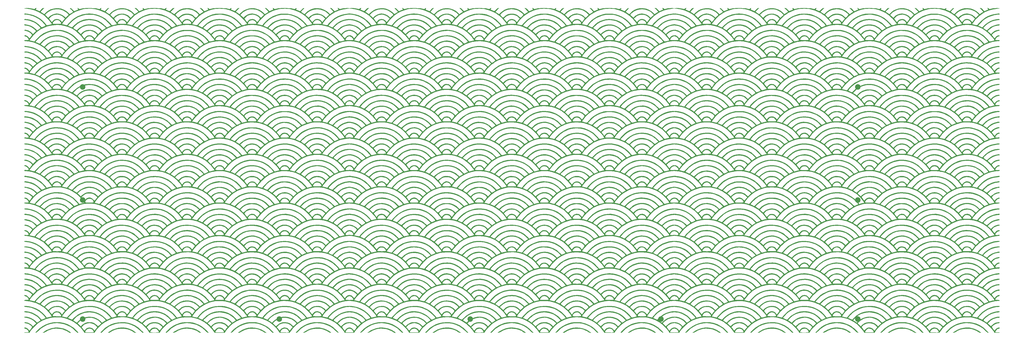
<source format=gbs>
G04 #@! TF.GenerationSoftware,KiCad,Pcbnew,(6.0.0-0)*
G04 #@! TF.CreationDate,2022-10-17T22:47:00+02:00*
G04 #@! TF.ProjectId,lagom_base,6c61676f-6d5f-4626-9173-652e6b696361,rev?*
G04 #@! TF.SameCoordinates,Original*
G04 #@! TF.FileFunction,Soldermask,Bot*
G04 #@! TF.FilePolarity,Negative*
%FSLAX46Y46*%
G04 Gerber Fmt 4.6, Leading zero omitted, Abs format (unit mm)*
G04 Created by KiCad (PCBNEW (6.0.0-0)) date 2022-10-17 22:47:00*
%MOMM*%
%LPD*%
G01*
G04 APERTURE LIST*
%ADD10C,2.200000*%
G04 APERTURE END LIST*
G36*
X303969699Y-189719004D02*
G01*
X305182137Y-190027224D01*
X306330717Y-190500661D01*
X306497540Y-190590128D01*
X306815982Y-190778624D01*
X307168661Y-191002122D01*
X307514491Y-191232943D01*
X307812382Y-191443408D01*
X308021248Y-191605837D01*
X308100000Y-191692552D01*
X308053374Y-191744785D01*
X307873816Y-191750334D01*
X307611995Y-191694343D01*
X307324524Y-191590075D01*
X307068018Y-191450794D01*
X306399178Y-191046369D01*
X305581344Y-190650763D01*
X304750000Y-190337384D01*
X304576784Y-190286740D01*
X303848228Y-190142520D01*
X303016143Y-190062249D01*
X302148565Y-190047782D01*
X301313530Y-190100975D01*
X300579074Y-190223681D01*
X300097519Y-190352402D01*
X298932782Y-190790096D01*
X297892765Y-191373778D01*
X297860400Y-191395362D01*
X297389632Y-191651500D01*
X297012585Y-191737500D01*
X296672500Y-191737500D01*
X297061250Y-191427874D01*
X297179848Y-191335631D01*
X298122266Y-190726856D01*
X299188331Y-190226634D01*
X300327822Y-189855314D01*
X301490516Y-189633244D01*
X301525470Y-189629082D01*
X302736459Y-189583718D01*
X303969699Y-189719004D01*
G37*
G36*
X409204638Y-67150287D02*
G01*
X408924651Y-67548974D01*
X408696037Y-67874509D01*
X408690918Y-67881798D01*
X409470459Y-68057562D01*
X409536637Y-68072494D01*
X409940257Y-68163994D01*
X410286291Y-68243101D01*
X410505960Y-68294104D01*
X410537959Y-68301133D01*
X410703849Y-68299828D01*
X410850019Y-68193927D01*
X411031999Y-67946765D01*
X411139512Y-67795618D01*
X411500772Y-67364933D01*
X411965172Y-66882812D01*
X412488085Y-66391966D01*
X413024885Y-65935110D01*
X413530945Y-65554956D01*
X413751146Y-65407505D01*
X414945647Y-64733463D01*
X416217340Y-64208758D01*
X417524400Y-63848307D01*
X418825000Y-63667023D01*
X419231141Y-63641776D01*
X419494467Y-63637036D01*
X419634519Y-63661007D01*
X419690097Y-63720593D01*
X419700000Y-63822697D01*
X419681196Y-63944410D01*
X419574803Y-64019605D01*
X419325000Y-64037902D01*
X419249554Y-64040035D01*
X418926562Y-64066823D01*
X418502902Y-64117820D01*
X418050000Y-64184796D01*
X417780403Y-64232203D01*
X416408681Y-64586985D01*
X415113957Y-65114318D01*
X413917265Y-65804265D01*
X412839634Y-66646887D01*
X412693049Y-66782541D01*
X412347251Y-67121546D01*
X412004569Y-67479390D01*
X411693066Y-67824428D01*
X411440805Y-68125015D01*
X411275846Y-68349507D01*
X411226253Y-68466257D01*
X411237317Y-68480600D01*
X411379735Y-68571915D01*
X411648449Y-68708637D01*
X411997703Y-68866998D01*
X412742545Y-69187916D01*
X413496273Y-68425260D01*
X414027754Y-67930287D01*
X414972489Y-67219601D01*
X415986956Y-66640278D01*
X417038780Y-66207194D01*
X418095587Y-65935222D01*
X419125000Y-65839236D01*
X419356285Y-65841444D01*
X419578290Y-65864013D01*
X419677336Y-65924011D01*
X419700000Y-66037500D01*
X419699743Y-66054951D01*
X419663008Y-66171264D01*
X419528605Y-66224665D01*
X419245785Y-66237500D01*
X418527513Y-66296413D01*
X417671240Y-66479866D01*
X416784745Y-66769346D01*
X415925151Y-67145979D01*
X415149582Y-67590891D01*
X415095937Y-67627229D01*
X414790769Y-67855732D01*
X414441856Y-68143942D01*
X414082426Y-68460969D01*
X413745706Y-68775924D01*
X413464923Y-69057919D01*
X413273306Y-69276065D01*
X413204081Y-69399471D01*
X413212735Y-69417796D01*
X413338849Y-69533303D01*
X413583558Y-69711463D01*
X413906181Y-69922001D01*
X414604200Y-70356502D01*
X415255942Y-69746829D01*
X415328039Y-69680438D01*
X415711265Y-69353187D01*
X416103044Y-69052549D01*
X416428842Y-68836379D01*
X416982647Y-68566499D01*
X417676271Y-68310662D01*
X418402287Y-68108970D01*
X419075000Y-67988870D01*
X419113822Y-67984480D01*
X419438205Y-67953429D01*
X419613838Y-67960015D01*
X419686008Y-68014157D01*
X419700000Y-68125776D01*
X419695915Y-68215121D01*
X419661624Y-68286163D01*
X419563622Y-68340817D01*
X419368399Y-68390654D01*
X419042445Y-68447250D01*
X418552249Y-68522178D01*
X418544257Y-68523392D01*
X417780427Y-68718119D01*
X416987968Y-69057652D01*
X416230022Y-69509806D01*
X415569729Y-70042397D01*
X414950000Y-70632383D01*
X416250000Y-71816085D01*
X416757338Y-71337835D01*
X417107061Y-71035960D01*
X417832744Y-70576798D01*
X418650000Y-70273435D01*
X419019191Y-70185943D01*
X419403873Y-70139362D01*
X419627582Y-70185934D01*
X419700000Y-70326145D01*
X419669114Y-70435744D01*
X419527049Y-70522740D01*
X419228930Y-70585432D01*
X418643829Y-70713578D01*
X417847424Y-71048026D01*
X417150335Y-71554594D01*
X417108867Y-71592740D01*
X416850934Y-71842359D01*
X416668926Y-72039653D01*
X416600001Y-72144774D01*
X416649966Y-72244547D01*
X416794025Y-72453889D01*
X416997215Y-72725126D01*
X417224235Y-73013493D01*
X417439784Y-73274222D01*
X417608561Y-73462548D01*
X417695264Y-73533704D01*
X417724865Y-73514018D01*
X417846655Y-73375226D01*
X418013859Y-73148018D01*
X418207256Y-72924671D01*
X418502199Y-72689997D01*
X418830256Y-72503624D01*
X419152747Y-72379814D01*
X419430989Y-72332827D01*
X419626301Y-72376926D01*
X419700000Y-72526370D01*
X419699892Y-72534144D01*
X419620744Y-72687734D01*
X419375000Y-72776661D01*
X418992749Y-72896042D01*
X418529650Y-73202557D01*
X418197056Y-73643272D01*
X418174530Y-73687854D01*
X418045799Y-73988451D01*
X418034015Y-74180019D01*
X418159096Y-74280653D01*
X418440957Y-74308449D01*
X418899515Y-74281502D01*
X419179851Y-74258141D01*
X419467884Y-74243541D01*
X419623712Y-74260187D01*
X419687647Y-74314747D01*
X419689994Y-74333586D01*
X419700000Y-74413888D01*
X419671298Y-74554963D01*
X419543036Y-74664667D01*
X419281740Y-74721365D01*
X418854921Y-74737500D01*
X418225671Y-74767353D01*
X417127948Y-74938129D01*
X416992118Y-74974683D01*
X415972908Y-75248968D01*
X414798553Y-75686897D01*
X414191735Y-75976765D01*
X413642881Y-76238944D01*
X412543894Y-76892134D01*
X412189426Y-77142125D01*
X412090345Y-77212003D01*
X411184506Y-77961231D01*
X410526056Y-78608871D01*
X410311871Y-78819540D01*
X409525555Y-79732535D01*
X408947130Y-80549166D01*
X408878668Y-80645822D01*
X408751581Y-80849198D01*
X408717245Y-80904145D01*
X409718522Y-81136875D01*
X410719800Y-81369605D01*
X410980525Y-81028552D01*
X411052751Y-80936240D01*
X411461000Y-80463464D01*
X411956006Y-79948309D01*
X412485697Y-79441080D01*
X412998002Y-78992082D01*
X413440850Y-78651623D01*
X414236288Y-78143756D01*
X415466136Y-77520418D01*
X416741611Y-77071727D01*
X418100000Y-76782726D01*
X418510851Y-76722579D01*
X419006702Y-76661381D01*
X419348133Y-76640579D01*
X419560554Y-76660885D01*
X419669374Y-76723015D01*
X419700000Y-76827681D01*
X419691135Y-76895085D01*
X419614453Y-76980699D01*
X419423312Y-77038081D01*
X419075000Y-77084801D01*
X418366217Y-77176853D01*
X416916940Y-77481163D01*
X415596041Y-77931114D01*
X414392399Y-78531824D01*
X413294890Y-79288411D01*
X412292393Y-80205994D01*
X412093940Y-80414715D01*
X411669776Y-80879583D01*
X411387064Y-81225034D01*
X411239540Y-81460337D01*
X411220941Y-81594761D01*
X411325000Y-81637578D01*
X411327326Y-81637627D01*
X411480295Y-81680732D01*
X411753175Y-81789009D01*
X412088490Y-81939712D01*
X412726979Y-82241766D01*
X413438490Y-81509853D01*
X413760857Y-81192520D01*
X414773193Y-80362332D01*
X415850000Y-79715240D01*
X416251504Y-79532168D01*
X417012841Y-79254975D01*
X417815686Y-79034921D01*
X418590656Y-78889824D01*
X419268366Y-78837500D01*
X419523143Y-78849566D01*
X419664032Y-78904471D01*
X419700000Y-79023690D01*
X419685565Y-79101989D01*
X419596595Y-79179318D01*
X419390136Y-79232875D01*
X419025001Y-79278188D01*
X419005657Y-79280168D01*
X417862970Y-79475525D01*
X416754596Y-79812705D01*
X415729032Y-80273630D01*
X414834773Y-80840222D01*
X414677083Y-80964920D01*
X414369430Y-81229206D01*
X414040389Y-81531199D01*
X413724443Y-81837135D01*
X413456074Y-82113249D01*
X413269766Y-82325776D01*
X413200000Y-82440952D01*
X413202250Y-82446893D01*
X413302595Y-82535528D01*
X413516344Y-82690555D01*
X413794373Y-82879295D01*
X414087553Y-83069065D01*
X414346758Y-83227184D01*
X414522863Y-83320973D01*
X414553555Y-83314735D01*
X414709706Y-83214202D01*
X414956284Y-83017730D01*
X415255746Y-82754346D01*
X415881999Y-82250808D01*
X416697083Y-81752246D01*
X417556605Y-81370837D01*
X418414575Y-81126455D01*
X419225000Y-81038978D01*
X419261168Y-81038957D01*
X419537239Y-81053693D01*
X419667379Y-81108801D01*
X419700000Y-81223039D01*
X419691732Y-81285931D01*
X419615423Y-81370119D01*
X419423984Y-81425181D01*
X419075001Y-81467723D01*
X418737053Y-81511714D01*
X417791496Y-81751743D01*
X416866833Y-82145384D01*
X416018017Y-82666144D01*
X415300000Y-83287534D01*
X414950000Y-83653301D01*
X415581762Y-84249255D01*
X416213524Y-84845208D01*
X416756996Y-84348505D01*
X417176185Y-84006917D01*
X417990835Y-83536885D01*
X418879923Y-83248958D01*
X419126495Y-83198726D01*
X419434231Y-83150555D01*
X419607138Y-83160011D01*
X419683099Y-83232922D01*
X419700000Y-83375116D01*
X419694729Y-83463372D01*
X419639180Y-83566090D01*
X419482383Y-83621592D01*
X419175000Y-83656302D01*
X418935209Y-83691960D01*
X418493950Y-83805745D01*
X418082486Y-83959726D01*
X417852120Y-84081053D01*
X417514720Y-84297399D01*
X417178296Y-84546435D01*
X416885361Y-84794064D01*
X416678426Y-85006193D01*
X416600000Y-85148725D01*
X416609169Y-85176473D01*
X416707392Y-85339335D01*
X416890371Y-85600990D01*
X417129555Y-85919861D01*
X417659109Y-86605244D01*
X418047948Y-86158247D01*
X418162501Y-86035550D01*
X418486699Y-85757963D01*
X418830308Y-85540271D01*
X419158385Y-85395701D01*
X419435988Y-85337477D01*
X419628174Y-85378824D01*
X419700000Y-85532968D01*
X419694904Y-85586921D01*
X419595634Y-85716094D01*
X419338306Y-85796291D01*
X419084918Y-85881047D01*
X418747828Y-86086828D01*
X418437471Y-86362854D01*
X418191423Y-86668299D01*
X418047258Y-86962339D01*
X418042551Y-87204147D01*
X418086950Y-87263353D01*
X418223012Y-87312253D01*
X418481256Y-87329447D01*
X418900022Y-87320121D01*
X419170926Y-87310157D01*
X419463331Y-87309074D01*
X419622029Y-87333951D01*
X419651267Y-87360658D01*
X419687503Y-87393758D01*
X419700234Y-87497468D01*
X419685566Y-87594497D01*
X419617230Y-87660803D01*
X419458705Y-87705925D01*
X419173469Y-87740224D01*
X418725000Y-87774056D01*
X418596613Y-87783500D01*
X417054328Y-88003443D01*
X416885514Y-88049604D01*
X415561876Y-88411543D01*
X414256714Y-88949033D01*
X414134165Y-88999501D01*
X412786099Y-89759016D01*
X412207540Y-90184922D01*
X411532587Y-90681788D01*
X410421997Y-91727992D01*
X410388533Y-91759516D01*
X409368844Y-92983900D01*
X409138284Y-93302185D01*
X408923804Y-93609630D01*
X408911603Y-93628335D01*
X408783899Y-93824110D01*
X408741250Y-93912082D01*
X408789250Y-93930460D01*
X408858946Y-93950311D01*
X408996566Y-93989508D01*
X409327405Y-94075612D01*
X409738566Y-94177285D01*
X410704100Y-94410706D01*
X411190849Y-93799103D01*
X411365790Y-93584657D01*
X412382963Y-92519684D01*
X413515693Y-91615478D01*
X414755121Y-90876676D01*
X416092388Y-90307916D01*
X417518634Y-89913832D01*
X419025000Y-89699063D01*
X419204862Y-89685003D01*
X419487766Y-89671206D01*
X419635133Y-89692596D01*
X419691148Y-89761754D01*
X419700000Y-89891262D01*
X419699987Y-89899781D01*
X419685173Y-90032373D01*
X419610714Y-90103483D01*
X419429842Y-90132172D01*
X419095785Y-90137499D01*
X418408353Y-90177347D01*
X417352600Y-90368700D01*
X416262237Y-90703925D01*
X415178418Y-91167145D01*
X414142298Y-91742481D01*
X413195034Y-92414055D01*
X413132062Y-92465443D01*
X412795858Y-92760055D01*
X412430704Y-93106614D01*
X412066011Y-93473955D01*
X411731193Y-93830914D01*
X411455662Y-94146326D01*
X411268830Y-94389025D01*
X411200110Y-94527846D01*
X411246178Y-94566779D01*
X411431317Y-94670304D01*
X411710033Y-94809747D01*
X412030128Y-94960670D01*
X412339402Y-95098631D01*
X412585655Y-95199192D01*
X412716689Y-95237912D01*
X412748430Y-95220490D01*
X412897502Y-95092261D01*
X413131720Y-94866618D01*
X413416689Y-94576081D01*
X414193323Y-93854256D01*
X415260020Y-93097730D01*
X416416141Y-92511754D01*
X417643773Y-92105074D01*
X418925000Y-91886438D01*
X419178429Y-91863633D01*
X419468046Y-91846585D01*
X419624211Y-91862069D01*
X419687879Y-91917065D01*
X419700000Y-92018555D01*
X419693897Y-92085936D01*
X419628374Y-92180553D01*
X419453891Y-92240437D01*
X419125000Y-92286787D01*
X418251588Y-92415314D01*
X417062739Y-92716792D01*
X415989310Y-93159572D01*
X415005695Y-93754973D01*
X414086290Y-94514314D01*
X413868450Y-94719915D01*
X413546200Y-95035988D01*
X413360597Y-95263786D01*
X413307207Y-95437243D01*
X413381595Y-95590298D01*
X413579327Y-95756886D01*
X413895969Y-95970944D01*
X414585546Y-96429482D01*
X415181140Y-95858491D01*
X415946842Y-95224066D01*
X416900552Y-94659581D01*
X417920182Y-94273232D01*
X418983695Y-94075353D01*
X419138868Y-94061276D01*
X419448049Y-94040763D01*
X419616327Y-94053420D01*
X419686158Y-94107242D01*
X419700000Y-94210223D01*
X419690936Y-94286443D01*
X419617249Y-94374658D01*
X419432071Y-94432821D01*
X419091253Y-94480538D01*
X418204029Y-94648977D01*
X417202751Y-95007463D01*
X416282510Y-95521705D01*
X415483515Y-96172845D01*
X415471549Y-96184647D01*
X415232937Y-96433066D01*
X415070969Y-96626233D01*
X415020116Y-96723207D01*
X415027127Y-96733952D01*
X415137276Y-96853918D01*
X415348205Y-97063400D01*
X415622161Y-97324682D01*
X416194321Y-97861140D01*
X416722161Y-97384058D01*
X416997218Y-97155167D01*
X417677719Y-96719140D01*
X418398117Y-96412976D01*
X419100152Y-96264114D01*
X419429026Y-96239350D01*
X419610470Y-96249212D01*
X419685343Y-96306524D01*
X419700000Y-96423611D01*
X419696714Y-96483438D01*
X419622396Y-96605643D01*
X419408910Y-96637500D01*
X419336949Y-96639614D01*
X418871150Y-96719981D01*
X418336960Y-96896677D01*
X417805915Y-97142203D01*
X417349551Y-97429064D01*
X417138095Y-97590851D01*
X416843721Y-97845969D01*
X416702086Y-98059602D01*
X416705805Y-98280178D01*
X416847492Y-98556126D01*
X417119763Y-98935873D01*
X417188242Y-99026817D01*
X417471321Y-99384176D01*
X417660781Y-99582886D01*
X417766911Y-99632103D01*
X417800000Y-99540979D01*
X417812418Y-99499431D01*
X417919499Y-99327972D01*
X418100609Y-99102084D01*
X418201337Y-98995004D01*
X418723566Y-98616625D01*
X419375000Y-98390102D01*
X419585875Y-98357977D01*
X419681436Y-98407988D01*
X419700000Y-98579554D01*
X419698104Y-98643366D01*
X419636777Y-98798954D01*
X419445035Y-98837500D01*
X419098329Y-98903569D01*
X418693851Y-99124238D01*
X418345313Y-99458099D01*
X418109467Y-99861631D01*
X418041038Y-100081980D01*
X418050737Y-100250534D01*
X418180543Y-100341901D01*
X418456401Y-100372278D01*
X418904259Y-100357867D01*
X419147774Y-100344657D01*
X419450000Y-100337268D01*
X419615834Y-100357330D01*
X419685695Y-100412616D01*
X419690975Y-100448895D01*
X419700000Y-100510899D01*
X419694737Y-100570259D01*
X419643833Y-100648580D01*
X419507263Y-100701730D01*
X419246996Y-100741370D01*
X418825000Y-100779159D01*
X417556674Y-100935173D01*
X416855070Y-101097604D01*
X416011292Y-101292950D01*
X414555353Y-101829253D01*
X414214643Y-102007431D01*
X413185533Y-102545615D01*
X412236978Y-103207416D01*
X411898507Y-103443565D01*
X410690951Y-104524635D01*
X410510054Y-104709228D01*
X410507301Y-104712186D01*
X410081539Y-105169584D01*
X409680248Y-105630389D01*
X409328839Y-106063088D01*
X409049970Y-106439128D01*
X408866300Y-106729954D01*
X408852093Y-106768175D01*
X408800486Y-106907013D01*
X408840048Y-106938936D01*
X408927645Y-106972664D01*
X409035860Y-107014331D01*
X409358417Y-107109938D01*
X409766026Y-107212564D01*
X410731080Y-107437629D01*
X410875200Y-107231868D01*
X411503565Y-106438488D01*
X412390785Y-105555298D01*
X413394769Y-104762849D01*
X414485372Y-104077592D01*
X415632446Y-103515978D01*
X416805848Y-103094457D01*
X417975430Y-102829481D01*
X419111047Y-102737500D01*
X419323017Y-102739927D01*
X419562490Y-102761697D01*
X419673132Y-102817912D01*
X419700000Y-102922747D01*
X419698695Y-102950211D01*
X419658310Y-103035272D01*
X419532936Y-103092817D01*
X419284277Y-103134376D01*
X418874039Y-103171482D01*
X417944554Y-103288195D01*
X416588847Y-103621587D01*
X415279499Y-104137362D01*
X414041541Y-104825035D01*
X412900000Y-105674120D01*
X412629491Y-105920930D01*
X412310004Y-106239930D01*
X411985498Y-106585471D01*
X411685482Y-106924181D01*
X411439462Y-107222691D01*
X411276948Y-107447629D01*
X411227446Y-107565625D01*
X411239802Y-107581172D01*
X411384797Y-107673397D01*
X411655423Y-107811426D01*
X412006503Y-107971709D01*
X412760922Y-108299668D01*
X413387297Y-107620395D01*
X414298003Y-106775720D01*
X415346361Y-106068290D01*
X416509504Y-105514520D01*
X417773645Y-105120961D01*
X419125001Y-104894162D01*
X419155981Y-104891022D01*
X419465504Y-104865014D01*
X419627564Y-104878307D01*
X419689838Y-104946858D01*
X419700000Y-105086626D01*
X419693261Y-105200770D01*
X419637035Y-105292747D01*
X419480957Y-105330567D01*
X419175000Y-105338200D01*
X418797296Y-105357735D01*
X417995185Y-105493971D01*
X417134294Y-105743595D01*
X416267737Y-106087022D01*
X415448627Y-106504671D01*
X414730078Y-106976960D01*
X414684610Y-107011891D01*
X414370503Y-107272966D01*
X414037930Y-107576387D01*
X413720945Y-107887641D01*
X413453605Y-108172221D01*
X413269965Y-108395615D01*
X413204081Y-108523315D01*
X413213056Y-108538405D01*
X413339681Y-108643827D01*
X413584344Y-108814690D01*
X413906581Y-109022255D01*
X414604999Y-109457010D01*
X415295632Y-108805501D01*
X415637148Y-108507314D01*
X416505785Y-107914209D01*
X417455764Y-107464497D01*
X418433797Y-107185682D01*
X418531742Y-107167304D01*
X419029322Y-107081690D01*
X419366060Y-107044248D01*
X419570834Y-107056020D01*
X419672522Y-107118047D01*
X419700000Y-107231372D01*
X419664493Y-107352827D01*
X419521607Y-107431443D01*
X419225001Y-107484522D01*
X418474753Y-107614223D01*
X417410846Y-107946129D01*
X416460567Y-108439702D01*
X415617810Y-109097674D01*
X414950000Y-109723312D01*
X416250000Y-110910956D01*
X416650000Y-110510232D01*
X417101629Y-110106721D01*
X417688850Y-109731127D01*
X418388975Y-109441214D01*
X418492543Y-109407317D01*
X418989574Y-109277687D01*
X419370375Y-109237059D01*
X419614124Y-109285708D01*
X419700000Y-109423907D01*
X419678797Y-109517650D01*
X419549413Y-109610184D01*
X419263990Y-109670077D01*
X418627769Y-109810913D01*
X417828329Y-110160613D01*
X417123513Y-110682772D01*
X416974906Y-110822148D01*
X416753957Y-111043613D01*
X416650035Y-111189319D01*
X416640728Y-111297993D01*
X416703624Y-111408365D01*
X417032311Y-111851559D01*
X417313364Y-112222547D01*
X417506018Y-112464438D01*
X417624836Y-112595426D01*
X417684381Y-112633704D01*
X417717059Y-112614242D01*
X417844294Y-112475506D01*
X418013859Y-112248018D01*
X418206254Y-112024729D01*
X418502243Y-111787968D01*
X418830758Y-111601508D01*
X419153296Y-111479289D01*
X419431351Y-111435254D01*
X419626421Y-111483344D01*
X419700000Y-111637500D01*
X419665855Y-111768792D01*
X419496017Y-111837500D01*
X419176854Y-111897466D01*
X418787857Y-112099726D01*
X418438934Y-112400364D01*
X418182002Y-112753035D01*
X418068978Y-113111394D01*
X418050000Y-113387500D01*
X418875000Y-113352419D01*
X419162182Y-113341434D01*
X419457184Y-113339921D01*
X419618618Y-113363818D01*
X419686289Y-113421220D01*
X419687467Y-113429728D01*
X419700000Y-113520223D01*
X419693778Y-113587846D01*
X419628192Y-113680372D01*
X419453785Y-113737137D01*
X419125000Y-113778611D01*
X418761888Y-113816474D01*
X417288801Y-114038029D01*
X416858327Y-114142356D01*
X415951920Y-114362027D01*
X414715826Y-114800542D01*
X414304476Y-114999098D01*
X413545097Y-115365646D01*
X412404313Y-116069415D01*
X412187206Y-116229234D01*
X412045149Y-116333807D01*
X411442236Y-116839460D01*
X410808799Y-117430874D01*
X410519698Y-117726362D01*
X410193501Y-118059766D01*
X409645005Y-118677851D01*
X409211975Y-119236846D01*
X408933147Y-119635476D01*
X408695138Y-119975748D01*
X408687832Y-119986193D01*
X409711743Y-120223379D01*
X410735655Y-120460566D01*
X410931829Y-120174033D01*
X410998047Y-120082836D01*
X411302776Y-119724284D01*
X411717550Y-119293541D01*
X412203516Y-118826074D01*
X412721818Y-118357348D01*
X413233604Y-117922831D01*
X413700020Y-117557988D01*
X414082212Y-117298287D01*
X414666347Y-116974201D01*
X416003377Y-116396378D01*
X417419561Y-115994636D01*
X418892403Y-115776095D01*
X419174919Y-115753659D01*
X419464826Y-115740055D01*
X419622227Y-115757009D01*
X419687244Y-115811124D01*
X419700000Y-115909003D01*
X419683231Y-115998073D01*
X419607395Y-116066417D01*
X419437433Y-116119892D01*
X419138313Y-116169315D01*
X418675000Y-116225503D01*
X418474781Y-116249810D01*
X417029560Y-116528610D01*
X415686186Y-116978807D01*
X414439556Y-117602896D01*
X413284566Y-118403370D01*
X412216113Y-119382725D01*
X412110345Y-119492825D01*
X411718768Y-119904398D01*
X411457937Y-120203458D01*
X411323389Y-120417746D01*
X411310658Y-120575003D01*
X411415280Y-120702970D01*
X411632790Y-120829387D01*
X411958724Y-120981995D01*
X412720491Y-121333953D01*
X413485246Y-120558129D01*
X414227840Y-119876442D01*
X415290674Y-119119418D01*
X416422568Y-118547965D01*
X417618888Y-118164306D01*
X418875001Y-117970666D01*
X419177476Y-117948910D01*
X419465677Y-117937917D01*
X419622344Y-117956355D01*
X419687208Y-118010836D01*
X419700000Y-118107973D01*
X419699931Y-118116337D01*
X419673684Y-118219655D01*
X419571683Y-118286511D01*
X419352574Y-118331897D01*
X418975001Y-118370806D01*
X418092854Y-118503404D01*
X417040378Y-118792668D01*
X416055348Y-119201098D01*
X415733165Y-119373704D01*
X415241874Y-119676375D01*
X414758889Y-120014596D01*
X414307109Y-120367920D01*
X413909434Y-120715902D01*
X413588763Y-121038093D01*
X413367996Y-121314048D01*
X413270033Y-121523318D01*
X413317773Y-121645458D01*
X413442672Y-121721809D01*
X413692960Y-121883479D01*
X413994224Y-122083612D01*
X414250337Y-122250395D01*
X414476469Y-122385622D01*
X414589755Y-122437499D01*
X414655164Y-122400077D01*
X414827984Y-122252165D01*
X415054706Y-122030262D01*
X415145576Y-121938654D01*
X415987864Y-121246900D01*
X416955691Y-120705908D01*
X418038316Y-120320658D01*
X419225000Y-120096130D01*
X419422120Y-120075442D01*
X419611179Y-120077489D01*
X419686465Y-120141756D01*
X419700000Y-120289413D01*
X419699175Y-120337735D01*
X419665010Y-120469774D01*
X419540495Y-120525833D01*
X419271010Y-120537500D01*
X418588114Y-120607695D01*
X417799680Y-120824600D01*
X417002939Y-121166127D01*
X416249676Y-121609818D01*
X415591676Y-122133213D01*
X414950000Y-122734484D01*
X416250000Y-123919046D01*
X416757338Y-123439316D01*
X417322670Y-122974664D01*
X417939481Y-122632144D01*
X418667960Y-122387023D01*
X418797001Y-122354124D01*
X419229947Y-122261791D01*
X419507925Y-122243799D01*
X419656191Y-122301337D01*
X419700000Y-122435594D01*
X419693845Y-122514526D01*
X419644776Y-122598624D01*
X419513543Y-122661851D01*
X419261500Y-122720327D01*
X418850000Y-122790173D01*
X418613826Y-122845894D01*
X418212293Y-122999970D01*
X417796456Y-123215422D01*
X417399156Y-123468476D01*
X417053235Y-123735357D01*
X416791535Y-123992291D01*
X416646895Y-124215504D01*
X416652158Y-124381221D01*
X416659765Y-124391872D01*
X416778889Y-124552229D01*
X416976640Y-124813428D01*
X417214446Y-125124480D01*
X417678892Y-125729236D01*
X417932731Y-125345659D01*
X417952672Y-125316544D01*
X418189313Y-125056552D01*
X418493318Y-124824587D01*
X418826863Y-124636074D01*
X419152127Y-124506435D01*
X419431286Y-124451094D01*
X419626518Y-124485474D01*
X419700000Y-124625000D01*
X419624523Y-124782454D01*
X419378587Y-124876782D01*
X418981111Y-125018638D01*
X418535214Y-125335826D01*
X418196375Y-125765329D01*
X418187945Y-125780390D01*
X418044904Y-126081425D01*
X418027064Y-126278772D01*
X418152178Y-126388671D01*
X418438001Y-126427363D01*
X418902285Y-126411088D01*
X419222875Y-126390447D01*
X419492610Y-126383664D01*
X419634935Y-126407488D01*
X419670671Y-126448083D01*
X419690511Y-126470620D01*
X419700000Y-126581759D01*
X419699443Y-126614960D01*
X419678865Y-126706465D01*
X419601990Y-126767751D01*
X419432961Y-126808961D01*
X419135917Y-126840240D01*
X418675001Y-126871732D01*
X417817580Y-126961665D01*
X417477472Y-127029554D01*
X416496500Y-127225366D01*
X415196570Y-127625734D01*
X414248304Y-128032763D01*
X413992941Y-128142374D01*
X413676298Y-128309139D01*
X412671076Y-128931949D01*
X412197411Y-129287500D01*
X411676431Y-129678567D01*
X410738870Y-130508863D01*
X410533566Y-130723983D01*
X409904898Y-131382707D01*
X409221023Y-132259972D01*
X409187233Y-132309292D01*
X408955758Y-132652452D01*
X408864541Y-132803500D01*
X408825412Y-132868294D01*
X408784255Y-132989453D01*
X408784181Y-132989671D01*
X408820056Y-133049432D01*
X408921023Y-133080429D01*
X408945823Y-133085799D01*
X409179138Y-133138905D01*
X409529122Y-133220826D01*
X409930023Y-133316199D01*
X410710046Y-133503234D01*
X411203016Y-132883710D01*
X411328491Y-132728691D01*
X412335966Y-131654591D01*
X413452380Y-130747585D01*
X414678612Y-130007213D01*
X416015541Y-129433013D01*
X417464044Y-129024526D01*
X419025001Y-128781290D01*
X419215836Y-128762678D01*
X419493796Y-128743976D01*
X419637749Y-128762989D01*
X419691786Y-128831466D01*
X419700000Y-128961157D01*
X419699937Y-128979471D01*
X419687309Y-129089526D01*
X419626335Y-129160804D01*
X419479182Y-129205820D01*
X419208015Y-129237088D01*
X418775000Y-129267123D01*
X417488427Y-129444194D01*
X416202855Y-129809602D01*
X414963658Y-130349012D01*
X413796164Y-131049345D01*
X412725705Y-131897519D01*
X411777610Y-132880456D01*
X411653841Y-133029258D01*
X411421518Y-133317659D01*
X411261078Y-133529788D01*
X411201648Y-133627846D01*
X411212530Y-133642216D01*
X411352392Y-133726467D01*
X411619525Y-133856911D01*
X411970696Y-134011957D01*
X412738096Y-134336414D01*
X413594048Y-133506023D01*
X414010154Y-133107335D01*
X414379316Y-132773474D01*
X414702845Y-132515119D01*
X415029791Y-132296603D01*
X415409204Y-132082262D01*
X415890134Y-131836427D01*
X416432962Y-131589679D01*
X417658867Y-131191438D01*
X418949523Y-130977920D01*
X419167671Y-130958810D01*
X419462984Y-130941465D01*
X419622401Y-130956745D01*
X419687536Y-131012291D01*
X419700000Y-131115747D01*
X419681136Y-131220151D01*
X419590902Y-131295695D01*
X419386435Y-131347147D01*
X419025001Y-131391996D01*
X418166934Y-131524462D01*
X417063566Y-131818772D01*
X416033435Y-132232598D01*
X415131256Y-132746901D01*
X415015673Y-132830593D01*
X414736493Y-133054528D01*
X414407654Y-133337203D01*
X414062911Y-133647334D01*
X413736020Y-133953638D01*
X413460734Y-134224832D01*
X413270810Y-134429632D01*
X413200000Y-134536755D01*
X413209524Y-134553868D01*
X413335539Y-134665398D01*
X413577281Y-134845258D01*
X413895581Y-135063772D01*
X414591161Y-135525334D01*
X415176676Y-134956417D01*
X415987468Y-134286422D01*
X416939298Y-133734622D01*
X417960750Y-133357234D01*
X419025000Y-133166732D01*
X419107274Y-133159735D01*
X419432056Y-133138615D01*
X419610010Y-133150343D01*
X419684777Y-133204130D01*
X419700000Y-133309186D01*
X419687037Y-133396502D01*
X419605731Y-133477646D01*
X419411447Y-133531242D01*
X419060767Y-133575372D01*
X418118400Y-133759564D01*
X417176022Y-134108832D01*
X416299948Y-134595822D01*
X415547588Y-135194080D01*
X415497381Y-135242719D01*
X415246800Y-135498944D01*
X415073083Y-135699281D01*
X415011294Y-135803862D01*
X415017110Y-135818208D01*
X415122477Y-135947688D01*
X415331566Y-136162660D01*
X415607736Y-136424965D01*
X416192884Y-136962431D01*
X416716933Y-136491267D01*
X416737563Y-136472805D01*
X417508144Y-135902473D01*
X418343866Y-135514680D01*
X419275001Y-135295273D01*
X419390119Y-135279743D01*
X419598415Y-135269709D01*
X419683639Y-135326376D01*
X419700000Y-135472327D01*
X419695038Y-135556630D01*
X419639643Y-135662495D01*
X419482665Y-135722803D01*
X419175000Y-135764921D01*
X418686420Y-135862536D01*
X418100776Y-136077033D01*
X417544546Y-136371496D01*
X417074471Y-136715245D01*
X416747290Y-137077601D01*
X416677684Y-137199465D01*
X416662243Y-137315102D01*
X416719579Y-137463193D01*
X416866140Y-137685714D01*
X417118375Y-138024643D01*
X417649382Y-138727614D01*
X418074024Y-138242184D01*
X418086334Y-138228181D01*
X418515366Y-137830824D01*
X418967147Y-137597127D01*
X418972974Y-137595143D01*
X419342693Y-137480779D01*
X419564150Y-137448877D01*
X419671776Y-137501482D01*
X419700000Y-137640638D01*
X419694257Y-137732078D01*
X419639249Y-137833539D01*
X419485041Y-137905215D01*
X419182708Y-137979118D01*
X419079874Y-138008987D01*
X418756791Y-138183829D01*
X418452336Y-138448413D01*
X418205825Y-138756505D01*
X418056575Y-139061873D01*
X418043901Y-139318282D01*
X418048438Y-139331493D01*
X418108800Y-139411400D01*
X418242779Y-139453850D01*
X418492242Y-139465421D01*
X418899054Y-139452695D01*
X419131835Y-139442962D01*
X419440747Y-139438940D01*
X419611594Y-139460513D01*
X419635483Y-139478574D01*
X419684603Y-139515711D01*
X419700000Y-139612563D01*
X419693352Y-139675663D01*
X419638236Y-139750510D01*
X419495624Y-139801682D01*
X419228085Y-139840148D01*
X418798191Y-139876881D01*
X418771830Y-139878884D01*
X417967224Y-139956949D01*
X417265979Y-140067521D01*
X416941160Y-140143267D01*
X416574703Y-140228723D01*
X415800000Y-140458679D01*
X415299774Y-140629855D01*
X414197623Y-141113639D01*
X413856708Y-141263282D01*
X412503724Y-142073558D01*
X412255421Y-142267811D01*
X411247798Y-143056099D01*
X410491144Y-143811657D01*
X410095907Y-144206321D01*
X409891809Y-144442054D01*
X409568400Y-144839763D01*
X409271398Y-145231359D01*
X409026921Y-145580559D01*
X408902195Y-145784019D01*
X408861083Y-145851083D01*
X408809798Y-145981697D01*
X408800000Y-146006650D01*
X408806703Y-146019298D01*
X408941153Y-146086129D01*
X409212853Y-146171375D01*
X409575000Y-146259751D01*
X409645751Y-146275119D01*
X410036206Y-146361492D01*
X410358936Y-146435315D01*
X410550000Y-146482012D01*
X410621208Y-146489540D01*
X410763940Y-146429548D01*
X410946486Y-146250821D01*
X411200000Y-145926745D01*
X411562257Y-145473252D01*
X412411294Y-144613586D01*
X413393158Y-143838641D01*
X414474424Y-143165659D01*
X415621667Y-142611886D01*
X416801461Y-142194565D01*
X417980380Y-141930940D01*
X419125000Y-141838255D01*
X419316558Y-141840041D01*
X419559885Y-141860876D01*
X419672548Y-141916848D01*
X419700000Y-142022525D01*
X419696598Y-142064426D01*
X419647643Y-142142578D01*
X419510985Y-142196020D01*
X419249234Y-142235384D01*
X418825000Y-142271300D01*
X418427761Y-142309184D01*
X417110125Y-142559657D01*
X415817866Y-142990764D01*
X414582342Y-143588080D01*
X413434909Y-144337182D01*
X412406924Y-145223645D01*
X412348391Y-145281993D01*
X411930204Y-145716864D01*
X411595462Y-146097277D01*
X411360008Y-146402893D01*
X411239684Y-146613373D01*
X411250334Y-146708381D01*
X411260383Y-146712343D01*
X411417237Y-146781299D01*
X411694202Y-146907628D01*
X412038466Y-147067278D01*
X412726932Y-147388851D01*
X413641258Y-146488175D01*
X414017668Y-146134515D01*
X415007581Y-145363044D01*
X416058528Y-144771545D01*
X417197128Y-144346657D01*
X418450000Y-144075024D01*
X418963451Y-143999210D01*
X419314013Y-143956614D01*
X419530923Y-143950159D01*
X419646206Y-143982345D01*
X419691890Y-144055673D01*
X419700000Y-144172646D01*
X419694626Y-144260757D01*
X419649542Y-144345559D01*
X419524523Y-144398712D01*
X419279648Y-144434460D01*
X418875000Y-144467050D01*
X418286891Y-144534345D01*
X417130232Y-144813913D01*
X416011087Y-145279454D01*
X414949507Y-145921720D01*
X413965546Y-146731462D01*
X413937522Y-146758046D01*
X413583277Y-147099800D01*
X413370770Y-147342881D01*
X413298256Y-147525347D01*
X413363987Y-147685254D01*
X413566215Y-147860660D01*
X413903194Y-148089622D01*
X414605514Y-148556524D01*
X415295890Y-147905259D01*
X415736990Y-147530088D01*
X416562569Y-146984821D01*
X417455566Y-146558953D01*
X418350000Y-146287435D01*
X418646649Y-146228367D01*
X419134890Y-146153402D01*
X419461018Y-146144235D01*
X419643299Y-146201377D01*
X419700000Y-146325343D01*
X419675492Y-146419073D01*
X419567988Y-146495819D01*
X419338604Y-146559299D01*
X418948666Y-146624934D01*
X418111909Y-146795127D01*
X417128361Y-147144002D01*
X416258850Y-147643734D01*
X415483979Y-148303723D01*
X414964381Y-148829856D01*
X415607191Y-149422068D01*
X416250000Y-150014281D01*
X416600000Y-149640344D01*
X416915624Y-149341853D01*
X417623298Y-148862294D01*
X418433910Y-148519774D01*
X418444880Y-148516359D01*
X418970690Y-148380561D01*
X419365504Y-148336949D01*
X419613787Y-148385447D01*
X419700000Y-148525977D01*
X419699371Y-148545886D01*
X419649135Y-148656304D01*
X419487173Y-148727531D01*
X419169360Y-148780754D01*
X418713363Y-148876291D01*
X418119050Y-149095662D01*
X417554475Y-149396499D01*
X417076270Y-149747617D01*
X416741067Y-150117835D01*
X416681039Y-150222090D01*
X416663939Y-150336967D01*
X416719807Y-150484363D01*
X416865574Y-150705810D01*
X417118171Y-151042835D01*
X417185861Y-151131082D01*
X417470947Y-151485074D01*
X417661043Y-151682315D01*
X417767083Y-151732461D01*
X417800000Y-151645172D01*
X417811450Y-151592886D01*
X417932426Y-151397349D01*
X418144455Y-151158720D01*
X418396347Y-150930711D01*
X418636912Y-150767033D01*
X418646334Y-150762174D01*
X418974919Y-150628969D01*
X419325000Y-150534052D01*
X419355157Y-150528505D01*
X419584140Y-150500485D01*
X419680386Y-150545928D01*
X419700000Y-150687843D01*
X419688612Y-150787524D01*
X419588317Y-150903483D01*
X419340705Y-150969637D01*
X419308402Y-150975363D01*
X418852635Y-151152635D01*
X418446582Y-151474156D01*
X418156060Y-151888854D01*
X418147055Y-151907925D01*
X418034716Y-152190437D01*
X418031350Y-152370553D01*
X418159028Y-152465609D01*
X418439817Y-152492937D01*
X418895786Y-152469873D01*
X419168704Y-152449891D01*
X419461468Y-152437775D01*
X419620796Y-152455488D01*
X419686902Y-152509936D01*
X419687958Y-152517848D01*
X419700000Y-152608029D01*
X419699082Y-152634589D01*
X419670439Y-152715861D01*
X419576657Y-152775986D01*
X419384186Y-152824303D01*
X419059475Y-152870150D01*
X418568972Y-152922868D01*
X418518202Y-152928108D01*
X417001917Y-153178341D01*
X416914109Y-153192832D01*
X415381580Y-153638648D01*
X414239610Y-154127264D01*
X413932560Y-154258642D01*
X412578989Y-155045897D01*
X412239572Y-155303992D01*
X411332811Y-155993500D01*
X410506583Y-156800803D01*
X410205966Y-157094534D01*
X409210398Y-158342085D01*
X408936949Y-158731462D01*
X408711115Y-159053038D01*
X408695324Y-159075524D01*
X409622662Y-159302426D01*
X409853638Y-159358256D01*
X410234488Y-159447043D01*
X410518886Y-159509057D01*
X410658049Y-159533414D01*
X410730740Y-159495261D01*
X410895410Y-159331869D01*
X411092595Y-159082859D01*
X411365634Y-158736603D01*
X411870098Y-158190005D01*
X412459754Y-157629347D01*
X413081905Y-157103845D01*
X413683854Y-156662716D01*
X414798066Y-156014864D01*
X416101622Y-155458325D01*
X417456694Y-155073575D01*
X418825000Y-154873932D01*
X419209492Y-154846972D01*
X419482113Y-154838830D01*
X419628950Y-154859598D01*
X419688685Y-154915394D01*
X419700000Y-155012339D01*
X419696939Y-155062674D01*
X419653815Y-155148472D01*
X419528581Y-155205927D01*
X419282042Y-155248147D01*
X418875001Y-155288240D01*
X417630744Y-155475434D01*
X416269320Y-155861173D01*
X414964193Y-156421333D01*
X413751912Y-157142683D01*
X413565189Y-157280403D01*
X413221034Y-157562730D01*
X412836959Y-157903152D01*
X412440233Y-158274632D01*
X412058129Y-158650131D01*
X411717918Y-159002613D01*
X411446872Y-159305038D01*
X411272261Y-159530370D01*
X411221357Y-159651570D01*
X411234337Y-159669503D01*
X411380957Y-159771672D01*
X411651880Y-159920033D01*
X412001601Y-160089070D01*
X412750000Y-160431039D01*
X413273694Y-159844704D01*
X413471039Y-159632257D01*
X414379048Y-158825838D01*
X415408574Y-158148892D01*
X416524491Y-157618824D01*
X417691675Y-157253040D01*
X418875000Y-157068947D01*
X419214735Y-157045307D01*
X419486902Y-157036982D01*
X419631896Y-157058806D01*
X419689626Y-157118216D01*
X419700000Y-157222646D01*
X419677369Y-157352018D01*
X419565204Y-157421114D01*
X419308797Y-157437500D01*
X418725806Y-157477031D01*
X417876457Y-157640006D01*
X416984924Y-157912519D01*
X416107687Y-158276577D01*
X415301227Y-158714188D01*
X415208566Y-158774048D01*
X414872949Y-159015809D01*
X414498761Y-159313900D01*
X414118881Y-159638646D01*
X413766188Y-159960372D01*
X413473558Y-160249404D01*
X413273869Y-160476068D01*
X413200000Y-160610688D01*
X413259668Y-160684659D01*
X413449754Y-160833684D01*
X413725001Y-161016343D01*
X413967795Y-161168252D01*
X414246457Y-161346048D01*
X414423206Y-161463062D01*
X414527511Y-161507055D01*
X414655864Y-161472776D01*
X414841485Y-161334451D01*
X415123206Y-161070291D01*
X415714120Y-160552340D01*
X416646530Y-159944038D01*
X417670053Y-159509651D01*
X418800000Y-159241563D01*
X418875959Y-159229597D01*
X419273227Y-159170617D01*
X419516535Y-159150799D01*
X419643613Y-159176261D01*
X419692192Y-159253122D01*
X419700000Y-159387500D01*
X419696959Y-159472229D01*
X419652229Y-159582524D01*
X419512354Y-159628785D01*
X419225000Y-159638686D01*
X418631457Y-159693808D01*
X417840069Y-159900564D01*
X417036506Y-160240172D01*
X416270474Y-160690852D01*
X415591676Y-161230823D01*
X414950000Y-161829705D01*
X416250000Y-163016085D01*
X416757338Y-162537835D01*
X417319822Y-162076319D01*
X417938282Y-161732680D01*
X418667960Y-161487023D01*
X418760701Y-161463236D01*
X419207849Y-161365728D01*
X419497357Y-161343202D01*
X419653362Y-161396587D01*
X419700000Y-161526815D01*
X419696744Y-161567502D01*
X419630501Y-161670831D01*
X419447381Y-161748435D01*
X419106108Y-161820742D01*
X418872981Y-161871947D01*
X418393411Y-162018271D01*
X417965533Y-162193038D01*
X417716909Y-162330384D01*
X417361765Y-162575261D01*
X417044617Y-162844359D01*
X416798545Y-163105410D01*
X416656628Y-163326150D01*
X416651947Y-163474311D01*
X416659764Y-163484821D01*
X416778606Y-163642861D01*
X416975170Y-163902890D01*
X417211205Y-164214297D01*
X417672410Y-164822022D01*
X417971515Y-164397679D01*
X418193195Y-164145870D01*
X418498206Y-163903206D01*
X418831395Y-163710197D01*
X419155465Y-163581357D01*
X419433120Y-163531201D01*
X419627064Y-163574244D01*
X419700000Y-163725000D01*
X419629128Y-163879078D01*
X419386471Y-163975205D01*
X418956084Y-164124689D01*
X418507937Y-164438557D01*
X418189913Y-164857272D01*
X418173986Y-164888726D01*
X418044218Y-165191641D01*
X418032589Y-165386119D01*
X418158621Y-165489605D01*
X418441836Y-165519546D01*
X418901758Y-165493386D01*
X419700000Y-165423755D01*
X419700000Y-165680627D01*
X419699766Y-165716971D01*
X419681281Y-165841379D01*
X419600319Y-165907191D01*
X419411044Y-165933025D01*
X419067622Y-165937500D01*
X418810469Y-165944129D01*
X418076680Y-166013198D01*
X417258811Y-166147117D01*
X417171813Y-166166571D01*
X416426654Y-166333199D01*
X415650000Y-166558756D01*
X415159358Y-166734112D01*
X414264341Y-167142330D01*
X413772272Y-167366763D01*
X412456165Y-168169374D01*
X412221671Y-168352697D01*
X411237732Y-169121920D01*
X410471060Y-169880458D01*
X410143668Y-170204376D01*
X409200671Y-171396714D01*
X408904675Y-171824420D01*
X408709856Y-172105928D01*
X408716145Y-172107473D01*
X409713818Y-172352566D01*
X410717779Y-172599203D01*
X411147448Y-172043351D01*
X411242993Y-171922808D01*
X411761080Y-171338085D01*
X412367887Y-170739089D01*
X412998433Y-170187066D01*
X413587740Y-169743261D01*
X414360310Y-169270527D01*
X415643491Y-168663269D01*
X417004769Y-168214479D01*
X418400000Y-167940692D01*
X418664348Y-167907259D01*
X419117861Y-167857795D01*
X419417929Y-167843487D01*
X419594805Y-167866482D01*
X419678744Y-167928926D01*
X419700000Y-168032968D01*
X419693839Y-168097460D01*
X419644267Y-168179461D01*
X419518761Y-168240980D01*
X419286401Y-168290245D01*
X418916267Y-168335486D01*
X418377439Y-168384931D01*
X417924881Y-168441175D01*
X416930534Y-168666605D01*
X415893726Y-169023695D01*
X414866275Y-169493110D01*
X413900000Y-170055517D01*
X413825475Y-170105808D01*
X413479447Y-170366199D01*
X413090545Y-170692742D01*
X412683097Y-171060886D01*
X412281435Y-171446080D01*
X411909887Y-171823772D01*
X411592786Y-172169411D01*
X411354460Y-172458447D01*
X411219239Y-172666327D01*
X411211455Y-172768500D01*
X411224369Y-172775235D01*
X411371981Y-172842709D01*
X411643760Y-172962914D01*
X411993453Y-173115334D01*
X412736905Y-173437409D01*
X413458176Y-172701966D01*
X414211376Y-172010358D01*
X415282141Y-171251217D01*
X416430232Y-170672385D01*
X417646253Y-170278381D01*
X418920809Y-170073726D01*
X419155885Y-170054919D01*
X419455100Y-170039701D01*
X419618340Y-170055338D01*
X419686381Y-170108808D01*
X419700000Y-170207092D01*
X419692564Y-170271257D01*
X419633858Y-170349316D01*
X419485572Y-170408453D01*
X419211171Y-170460983D01*
X418774120Y-170519223D01*
X418189560Y-170609402D01*
X416962128Y-170934025D01*
X415828714Y-171433481D01*
X414779734Y-172112511D01*
X413805599Y-172975855D01*
X413653762Y-173132986D01*
X413410116Y-173398241D01*
X413251132Y-173589950D01*
X413205599Y-173674586D01*
X413216945Y-173683838D01*
X413351806Y-173779706D01*
X413599041Y-173948993D01*
X413915612Y-174162145D01*
X414581223Y-174607149D01*
X415259374Y-173967871D01*
X415331752Y-173900942D01*
X416027763Y-173359533D01*
X416814001Y-172900948D01*
X417641160Y-172546723D01*
X418459932Y-172318395D01*
X419221010Y-172237500D01*
X419261954Y-172237617D01*
X419537474Y-172253449D01*
X419667409Y-172309027D01*
X419700000Y-172423039D01*
X419688861Y-172493893D01*
X419606435Y-172573868D01*
X419407844Y-172626995D01*
X419051202Y-172669164D01*
X418904572Y-172685641D01*
X418115848Y-172855835D01*
X417305751Y-173149734D01*
X416529467Y-173540352D01*
X415842186Y-174000706D01*
X415299094Y-174503810D01*
X414980813Y-174866312D01*
X416189340Y-176074839D01*
X416681392Y-175614583D01*
X417433010Y-175042996D01*
X418302510Y-174629558D01*
X419275000Y-174385700D01*
X419402600Y-174366846D01*
X419603999Y-174355883D01*
X419685044Y-174414221D01*
X419700000Y-174564719D01*
X419692261Y-174670754D01*
X419630571Y-174768986D01*
X419465824Y-174825346D01*
X419149703Y-174866315D01*
X418948610Y-174896816D01*
X418490192Y-175012052D01*
X418074703Y-175166312D01*
X417837493Y-175293492D01*
X417505949Y-175508851D01*
X417173696Y-175755770D01*
X416883464Y-176000110D01*
X416677989Y-176207729D01*
X416600000Y-176344488D01*
X416609109Y-176372889D01*
X416707266Y-176537457D01*
X416890277Y-176800401D01*
X417129555Y-177119861D01*
X417659109Y-177805244D01*
X418038176Y-177369481D01*
X418062068Y-177342202D01*
X418454584Y-176960333D01*
X418853499Y-176722028D01*
X419328456Y-176584943D01*
X419331305Y-176584410D01*
X419573125Y-176551842D01*
X419677529Y-176591030D01*
X419700000Y-176722516D01*
X419688915Y-176803531D01*
X419575421Y-176934745D01*
X419304547Y-177036275D01*
X418888085Y-177212165D01*
X418451094Y-177544759D01*
X418139173Y-177958437D01*
X418038491Y-178189676D01*
X418031335Y-178366926D01*
X418157428Y-178472834D01*
X418438645Y-178524120D01*
X418896862Y-178537500D01*
X419112455Y-178538267D01*
X419429742Y-178548391D01*
X419599046Y-178577018D01*
X419606657Y-178578305D01*
X419683358Y-178638007D01*
X419700000Y-178737500D01*
X419699937Y-178746377D01*
X419666201Y-178867956D01*
X419535680Y-178923963D01*
X419257236Y-178937500D01*
X419243373Y-178937549D01*
X418912070Y-178953153D01*
X418478333Y-178991274D01*
X418032236Y-179044076D01*
X417246211Y-179175272D01*
X416889473Y-179268896D01*
X415702547Y-179580398D01*
X414236052Y-180165914D01*
X414175050Y-180199521D01*
X412858760Y-180924688D01*
X412224953Y-181384081D01*
X411582707Y-181849591D01*
X410491111Y-182867137D01*
X410419929Y-182933490D01*
X409382461Y-184169254D01*
X409359527Y-184200237D01*
X409056492Y-184626574D01*
X408934011Y-184830782D01*
X408878326Y-184923623D01*
X408818427Y-185111229D01*
X408823105Y-185120087D01*
X408870189Y-185209240D01*
X409027010Y-185237500D01*
X409042597Y-185237897D01*
X409265687Y-185269852D01*
X409605508Y-185342907D01*
X409995043Y-185442847D01*
X410119976Y-185477192D01*
X410452952Y-185561413D01*
X410651754Y-185590001D01*
X410760755Y-185565503D01*
X410824333Y-185490468D01*
X410867333Y-185419526D01*
X411094479Y-185111271D01*
X411419221Y-184727470D01*
X411801506Y-184312132D01*
X412201284Y-183909270D01*
X412578503Y-183562893D01*
X413453409Y-182880596D01*
X414690391Y-182124674D01*
X415997792Y-181546484D01*
X417358851Y-181153110D01*
X418756808Y-180951635D01*
X418897115Y-180941425D01*
X419285979Y-180916446D01*
X419523265Y-180914534D01*
X419646408Y-180941977D01*
X419692841Y-181005064D01*
X419700000Y-181110083D01*
X419689450Y-181220784D01*
X419621924Y-181298334D01*
X419449627Y-181331370D01*
X419125000Y-181338813D01*
X418357296Y-181389706D01*
X417299867Y-181593180D01*
X416207255Y-181937347D01*
X415120252Y-182406447D01*
X414079651Y-182984719D01*
X413126245Y-183656403D01*
X413004389Y-183758013D01*
X412707855Y-184029403D01*
X412373622Y-184358570D01*
X412032065Y-184712848D01*
X411713560Y-185059572D01*
X411448482Y-185366076D01*
X411267206Y-185599694D01*
X411200110Y-185727760D01*
X411246147Y-185766693D01*
X411431255Y-185870233D01*
X411709954Y-186009695D01*
X412030046Y-186160637D01*
X412339331Y-186298615D01*
X412585612Y-186399188D01*
X412716689Y-186437912D01*
X412748430Y-186420490D01*
X412897502Y-186292261D01*
X413131720Y-186066618D01*
X413416689Y-185776081D01*
X414169594Y-185071734D01*
X415235404Y-184309420D01*
X416394545Y-183723415D01*
X417642561Y-183315875D01*
X418975000Y-183088952D01*
X419139535Y-183073057D01*
X419447955Y-183050876D01*
X419616077Y-183062342D01*
X419686044Y-183114824D01*
X419700000Y-183215687D01*
X419698738Y-183242363D01*
X419601521Y-183407139D01*
X419339795Y-183503737D01*
X418900000Y-183537612D01*
X418802889Y-183541168D01*
X418339937Y-183601757D01*
X417776533Y-183725002D01*
X417177349Y-183895140D01*
X416607060Y-184096410D01*
X416234218Y-184260208D01*
X415446769Y-184695002D01*
X414668952Y-185231058D01*
X413974048Y-185820395D01*
X413923507Y-185868592D01*
X413573941Y-186208402D01*
X413365429Y-186450240D01*
X413296033Y-186631345D01*
X413363815Y-186788961D01*
X413566838Y-186960326D01*
X413903164Y-187182684D01*
X414607702Y-187638447D01*
X415178851Y-187080351D01*
X415537882Y-186756839D01*
X415943108Y-186434011D01*
X416300960Y-186187240D01*
X416907136Y-185876085D01*
X417632171Y-185596489D01*
X418377506Y-185384292D01*
X419055321Y-185268780D01*
X419087299Y-185265809D01*
X419422120Y-185240430D01*
X419606171Y-185249196D01*
X419683961Y-185301681D01*
X419700000Y-185407460D01*
X419699536Y-185426199D01*
X419665548Y-185524741D01*
X419549794Y-185595771D01*
X419313160Y-185654750D01*
X418916532Y-185717139D01*
X418165158Y-185867387D01*
X417142926Y-186233223D01*
X416222062Y-186767832D01*
X415412893Y-187466058D01*
X414975786Y-187919742D01*
X415603826Y-188510057D01*
X416231866Y-189100371D01*
X416649393Y-188682844D01*
X416715748Y-188618045D01*
X417316006Y-188140223D01*
X417986195Y-187767990D01*
X418673473Y-187525919D01*
X419325000Y-187438582D01*
X419500016Y-187445153D01*
X419658340Y-187497689D01*
X419700000Y-187623570D01*
X419699971Y-187627919D01*
X419656995Y-187744778D01*
X419502514Y-187818244D01*
X419192283Y-187869773D01*
X418955001Y-187910292D01*
X418347072Y-188098842D01*
X417730845Y-188389451D01*
X417189712Y-188745648D01*
X417081047Y-188832633D01*
X416815101Y-189072115D01*
X416688230Y-189275739D01*
X416698011Y-189490598D01*
X416842020Y-189763785D01*
X417117834Y-190142394D01*
X417186061Y-190231335D01*
X417471070Y-190585202D01*
X417661103Y-190782353D01*
X417767100Y-190832453D01*
X417800000Y-190745172D01*
X417805877Y-190718781D01*
X417896740Y-190558757D01*
X418062580Y-190340787D01*
X418327188Y-190087983D01*
X418823160Y-189785679D01*
X419375001Y-189604435D01*
X419572073Y-189577386D01*
X419677867Y-189621173D01*
X419700000Y-189777219D01*
X419678051Y-189915796D01*
X419563610Y-190014093D01*
X419302609Y-190075483D01*
X419286902Y-190078150D01*
X418910676Y-190211079D01*
X418558715Y-190443263D01*
X418517041Y-190481594D01*
X418291964Y-190751017D01*
X418118918Y-191054808D01*
X418026409Y-191333114D01*
X418042946Y-191526085D01*
X418054693Y-191536465D01*
X418214011Y-191569216D01*
X418512147Y-191579030D01*
X418900056Y-191563750D01*
X418989085Y-191557946D01*
X419396068Y-191544174D01*
X419627025Y-191565482D01*
X419700000Y-191623210D01*
X419686398Y-191649119D01*
X419530517Y-191698878D01*
X419193381Y-191728009D01*
X418666052Y-191737500D01*
X418444173Y-191737271D01*
X418053301Y-191731958D01*
X417805156Y-191712803D01*
X417659687Y-191670970D01*
X417576842Y-191597624D01*
X417516570Y-191483930D01*
X417385389Y-191239187D01*
X417060373Y-190764979D01*
X416623928Y-190224479D01*
X416106903Y-189649903D01*
X415540148Y-189073466D01*
X414954512Y-188527381D01*
X414380847Y-188043864D01*
X413850000Y-187655130D01*
X413542274Y-187456783D01*
X412142914Y-186688480D01*
X410671675Y-186096889D01*
X409100000Y-185670076D01*
X408789593Y-185614412D01*
X408090450Y-185536849D01*
X407286893Y-185493747D01*
X406439199Y-185485146D01*
X405607646Y-185511087D01*
X404852510Y-185571611D01*
X404234071Y-185666759D01*
X403802477Y-185771830D01*
X403461765Y-185854776D01*
X401993361Y-186349961D01*
X401236637Y-186704238D01*
X400600700Y-187001966D01*
X399304399Y-187797336D01*
X399211150Y-187870498D01*
X398125076Y-188722621D01*
X397433625Y-189414083D01*
X397083348Y-189764366D01*
X396199831Y-190909119D01*
X395815981Y-191482711D01*
X395650000Y-191730738D01*
X393575000Y-191734119D01*
X393258753Y-191734317D01*
X392624815Y-191731430D01*
X392158095Y-191722542D01*
X391835424Y-191706111D01*
X391633631Y-191680597D01*
X391529546Y-191644460D01*
X391500001Y-191596159D01*
X391439569Y-191438217D01*
X391361569Y-191312457D01*
X391962968Y-191312457D01*
X391989125Y-191466624D01*
X392028580Y-191480808D01*
X392235075Y-191507339D01*
X392577585Y-191531417D01*
X393014143Y-191552023D01*
X393502782Y-191568142D01*
X394001536Y-191578757D01*
X394468438Y-191582850D01*
X394861520Y-191579404D01*
X395138817Y-191567404D01*
X395258361Y-191545833D01*
X395298409Y-191482711D01*
X395296697Y-191260686D01*
X395177281Y-190976094D01*
X394967892Y-190672483D01*
X394696262Y-190393399D01*
X394390122Y-190182391D01*
X394178563Y-190100944D01*
X393705845Y-190040426D01*
X393204151Y-190096229D01*
X392757503Y-190264145D01*
X392693345Y-190304357D01*
X392447900Y-190517444D01*
X392223555Y-190789040D01*
X392051512Y-191070320D01*
X391962968Y-191312457D01*
X391361569Y-191312457D01*
X391268586Y-191162541D01*
X391012329Y-190804119D01*
X390696117Y-190395630D01*
X390345267Y-189969755D01*
X389985100Y-189559174D01*
X389853414Y-189420432D01*
X390475109Y-189420432D01*
X390950139Y-190003581D01*
X390981595Y-190042341D01*
X391213848Y-190337843D01*
X391389733Y-190577338D01*
X391473284Y-190712115D01*
X391475120Y-190716843D01*
X391559581Y-190826563D01*
X391674877Y-190766801D01*
X391839560Y-190528245D01*
X392046341Y-190272391D01*
X392428720Y-189969108D01*
X392879866Y-189728591D01*
X393327193Y-189596313D01*
X393605052Y-189578710D01*
X394154542Y-189657054D01*
X394673657Y-189859840D01*
X395084774Y-190162081D01*
X395159467Y-190240829D01*
X395378270Y-190484579D01*
X395529371Y-190671369D01*
X395588995Y-190737970D01*
X395668634Y-190749808D01*
X395784422Y-190667581D01*
X395964851Y-190469721D01*
X396238414Y-190134661D01*
X396816538Y-189414083D01*
X396483269Y-189070199D01*
X396150239Y-188762938D01*
X395445589Y-188298050D01*
X394678581Y-187997327D01*
X393877913Y-187861266D01*
X393072279Y-187890365D01*
X392290377Y-188085122D01*
X391560904Y-188446034D01*
X390912555Y-188973600D01*
X390475109Y-189420432D01*
X389853414Y-189420432D01*
X389640934Y-189196566D01*
X388931907Y-188539452D01*
X388095415Y-187906013D01*
X388889260Y-187906013D01*
X389500330Y-188471756D01*
X389598731Y-188561963D01*
X389874482Y-188804665D01*
X390083607Y-188973920D01*
X390186991Y-189037500D01*
X390214986Y-189027764D01*
X390358950Y-188918698D01*
X390556291Y-188727514D01*
X390635051Y-188648377D01*
X390939092Y-188379040D01*
X391258293Y-188134205D01*
X391369553Y-188060280D01*
X392108911Y-187700232D01*
X392929961Y-187491556D01*
X393786610Y-187437845D01*
X394632765Y-187542689D01*
X395422333Y-187809682D01*
X395783995Y-188004404D01*
X396224407Y-188293213D01*
X396582704Y-188580998D01*
X396832518Y-188809123D01*
X397023070Y-188972634D01*
X397110371Y-189033601D01*
X397160705Y-189008403D01*
X397329773Y-188874278D01*
X397564827Y-188661720D01*
X397822690Y-188412897D01*
X398060185Y-188169975D01*
X398234134Y-187975120D01*
X398301360Y-187870498D01*
X398289395Y-187823140D01*
X398153437Y-187636749D01*
X397894618Y-187387454D01*
X397548901Y-187103659D01*
X397152250Y-186813767D01*
X396740629Y-186546183D01*
X396350000Y-186329310D01*
X396081282Y-186203068D01*
X395037752Y-185839032D01*
X393988260Y-185674414D01*
X392927458Y-185708755D01*
X391850000Y-185941593D01*
X391223259Y-186184213D01*
X390517390Y-186556889D01*
X389857365Y-186999155D01*
X389319630Y-187464988D01*
X388889260Y-187906013D01*
X388095415Y-187906013D01*
X387684004Y-187594469D01*
X386340031Y-186813713D01*
X386095432Y-186708704D01*
X387106001Y-186708704D01*
X387816020Y-187170412D01*
X388526038Y-187632120D01*
X389227954Y-186982253D01*
X389797622Y-186512145D01*
X390734954Y-185939794D01*
X391741719Y-185536927D01*
X392793685Y-185306130D01*
X393866618Y-185249993D01*
X394936286Y-185371103D01*
X395978457Y-185672050D01*
X396968898Y-186155421D01*
X396991248Y-186169018D01*
X397351640Y-186414616D01*
X397763180Y-186731143D01*
X398141133Y-187053670D01*
X398761391Y-187619840D01*
X399447898Y-187178135D01*
X399549205Y-187112828D01*
X399853458Y-186915035D01*
X400073259Y-186769603D01*
X400166595Y-186704238D01*
X400144650Y-186636330D01*
X400001043Y-186461531D01*
X399757937Y-186211922D01*
X399445930Y-185915606D01*
X399095621Y-185600685D01*
X398737607Y-185295263D01*
X398402486Y-185027442D01*
X398120856Y-184825325D01*
X398040562Y-184773434D01*
X396998432Y-184205123D01*
X395914339Y-183812407D01*
X394758217Y-183586793D01*
X393500000Y-183519786D01*
X393297313Y-183523299D01*
X392177948Y-183628697D01*
X391117346Y-183890098D01*
X390050000Y-184322746D01*
X390047360Y-184324013D01*
X389479598Y-184635366D01*
X388879297Y-185030287D01*
X388300450Y-185467964D01*
X387797053Y-185907583D01*
X387423102Y-186308331D01*
X387106001Y-186708704D01*
X386095432Y-186708704D01*
X384917727Y-186203102D01*
X383434833Y-185768554D01*
X383380791Y-185759608D01*
X385229988Y-185759608D01*
X385341531Y-185877325D01*
X385563151Y-185991122D01*
X385890055Y-186127250D01*
X386669899Y-186449225D01*
X387515907Y-185618362D01*
X387928495Y-185236191D01*
X388985070Y-184439324D01*
X390115554Y-183821306D01*
X391304120Y-183384669D01*
X392534943Y-183131944D01*
X393792197Y-183065664D01*
X395060056Y-183188359D01*
X396322694Y-183502563D01*
X397564286Y-184010807D01*
X397624400Y-184041104D01*
X398169817Y-184357291D01*
X398752577Y-184755832D01*
X399318159Y-185194727D01*
X399812044Y-185631978D01*
X400179713Y-186025586D01*
X400311865Y-186178935D01*
X400503915Y-186360526D01*
X400629713Y-186426891D01*
X400646428Y-186423973D01*
X400821228Y-186365290D01*
X401113103Y-186248261D01*
X401468687Y-186094057D01*
X402187373Y-185771830D01*
X401758406Y-185229665D01*
X401599473Y-185034478D01*
X400669363Y-184069284D01*
X399598437Y-183215266D01*
X398421979Y-182497736D01*
X397175276Y-181942008D01*
X397046484Y-181895076D01*
X396497058Y-181707665D01*
X396011159Y-181572628D01*
X395536145Y-181481752D01*
X395019375Y-181426824D01*
X394408207Y-181399629D01*
X393650000Y-181391954D01*
X393504193Y-181391929D01*
X392887527Y-181395626D01*
X392413826Y-181409146D01*
X392035656Y-181437216D01*
X391705583Y-181484562D01*
X391376176Y-181555910D01*
X391000000Y-181655985D01*
X390783073Y-181718533D01*
X389472817Y-182193027D01*
X388289978Y-182804852D01*
X387204113Y-183572071D01*
X386184775Y-184512745D01*
X385980420Y-184724517D01*
X385603738Y-185120426D01*
X385356299Y-185407409D01*
X385233313Y-185611720D01*
X385229988Y-185759608D01*
X383380791Y-185759608D01*
X381909087Y-185515985D01*
X380358230Y-185451313D01*
X378800000Y-185580454D01*
X378777685Y-185583743D01*
X377856869Y-185777529D01*
X377202667Y-185915206D01*
X375707073Y-186429413D01*
X375193007Y-186682408D01*
X374297364Y-187123194D01*
X373133820Y-187891770D01*
X372980002Y-187993374D01*
X371761448Y-189036780D01*
X371693892Y-189102800D01*
X371387347Y-189419599D01*
X371311322Y-189498167D01*
X370920656Y-189932829D01*
X370546296Y-190376162D01*
X370212647Y-190797540D01*
X369944113Y-191166340D01*
X369839208Y-191333702D01*
X369765096Y-191451937D01*
X369700000Y-191623707D01*
X369697385Y-191632881D01*
X369602374Y-191672228D01*
X369361003Y-191701081D01*
X368959899Y-191720136D01*
X368385689Y-191730088D01*
X367625000Y-191731633D01*
X365550000Y-191725767D01*
X365326109Y-191371911D01*
X365920800Y-191371911D01*
X365929458Y-191411773D01*
X365969420Y-191472662D01*
X366064353Y-191515364D01*
X366243263Y-191543459D01*
X366535155Y-191560525D01*
X366969035Y-191570143D01*
X367573910Y-191575890D01*
X367809410Y-191577439D01*
X368397243Y-191576866D01*
X368814196Y-191561310D01*
X369082144Y-191521667D01*
X369222960Y-191448832D01*
X369258516Y-191333702D01*
X369210687Y-191167171D01*
X369101346Y-190940136D01*
X369020599Y-190795659D01*
X368683068Y-190402495D01*
X368235661Y-190161234D01*
X367654255Y-190057157D01*
X367527132Y-190050401D01*
X367190808Y-190055761D01*
X366943682Y-190118524D01*
X366702380Y-190256119D01*
X366395904Y-190515177D01*
X366137763Y-190824128D01*
X365966591Y-191127986D01*
X365920800Y-191371911D01*
X365326109Y-191371911D01*
X365100000Y-191014551D01*
X364742677Y-190514439D01*
X364227144Y-189903782D01*
X363728391Y-189379373D01*
X364500000Y-189379373D01*
X364505653Y-189404430D01*
X364595415Y-189572784D01*
X364771749Y-189838361D01*
X365005250Y-190155965D01*
X365510500Y-190813956D01*
X366030667Y-190293790D01*
X366343968Y-190006068D01*
X366680045Y-189781939D01*
X367032453Y-189652350D01*
X367129948Y-189630173D01*
X367751103Y-189593614D01*
X368345240Y-189726130D01*
X368868935Y-190012538D01*
X369278765Y-190437657D01*
X369369746Y-190565185D01*
X369519065Y-190754479D01*
X369600000Y-190828197D01*
X369621921Y-190812656D01*
X369744149Y-190678482D01*
X369942591Y-190436515D01*
X370187037Y-190123042D01*
X370724074Y-189419599D01*
X370287037Y-188973183D01*
X370137942Y-188829852D01*
X369477631Y-188357218D01*
X368730161Y-188036678D01*
X367932099Y-187872940D01*
X367120008Y-187870712D01*
X366330454Y-188034703D01*
X365600000Y-188369623D01*
X365362540Y-188528877D01*
X365049477Y-188773383D01*
X364772789Y-189022867D01*
X364575342Y-189237980D01*
X364500000Y-189379373D01*
X363728391Y-189379373D01*
X363624397Y-189270029D01*
X362977736Y-188656223D01*
X362330465Y-188105409D01*
X362131019Y-187958679D01*
X362900000Y-187958679D01*
X362905785Y-187968521D01*
X363011209Y-188076389D01*
X363221854Y-188272347D01*
X363501895Y-188522817D01*
X364103790Y-189052627D01*
X364626895Y-188579801D01*
X364981920Y-188284199D01*
X365703704Y-187839512D01*
X366483930Y-187568776D01*
X367364648Y-187454709D01*
X367814383Y-187448459D01*
X368509782Y-187516059D01*
X369140250Y-187698587D01*
X369778884Y-188012946D01*
X369960720Y-188130112D01*
X370313261Y-188399202D01*
X370634762Y-188688051D01*
X371061758Y-189115046D01*
X371694580Y-188503408D01*
X372327403Y-187891770D01*
X371666754Y-187278058D01*
X371333947Y-186993048D01*
X370472264Y-186424950D01*
X369518409Y-185997970D01*
X368517887Y-185730076D01*
X367516204Y-185639236D01*
X367105784Y-185664235D01*
X366401923Y-185782849D01*
X365678631Y-185980158D01*
X365023516Y-186235213D01*
X364812685Y-186341041D01*
X364370317Y-186601515D01*
X363931923Y-186902539D01*
X363531600Y-187216438D01*
X363203441Y-187515543D01*
X362981543Y-187772181D01*
X362900000Y-187958679D01*
X362131019Y-187958679D01*
X361725887Y-187660629D01*
X361318080Y-187397943D01*
X360035553Y-186681961D01*
X359958301Y-186649555D01*
X361100000Y-186649555D01*
X361108616Y-186667419D01*
X361233220Y-186781685D01*
X361475081Y-186961625D01*
X361794440Y-187177040D01*
X362488879Y-187626271D01*
X363082806Y-187056885D01*
X363177922Y-186967461D01*
X364058562Y-186283384D01*
X365015771Y-185770857D01*
X366027370Y-185430025D01*
X367071182Y-185261032D01*
X368125027Y-185264024D01*
X369166728Y-185439145D01*
X370174108Y-185786539D01*
X371124987Y-186306351D01*
X371997187Y-186998726D01*
X372162275Y-187153090D01*
X372433364Y-187399794D01*
X372627975Y-187567778D01*
X372712160Y-187627202D01*
X372766283Y-187596023D01*
X372946793Y-187477303D01*
X373202281Y-187302202D01*
X373373894Y-187183399D01*
X373670276Y-186980680D01*
X373887746Y-186834954D01*
X374120929Y-186682408D01*
X373655387Y-186164613D01*
X373249285Y-185746995D01*
X372304092Y-184980011D01*
X371246815Y-184362901D01*
X370102207Y-183906565D01*
X368895018Y-183621904D01*
X367650000Y-183519819D01*
X366548174Y-183575418D01*
X365349753Y-183800217D01*
X364220307Y-184203279D01*
X363137308Y-184790949D01*
X363008498Y-184878650D01*
X362702356Y-185112328D01*
X362351770Y-185403173D01*
X361990108Y-185720748D01*
X361650734Y-186034612D01*
X361367015Y-186314327D01*
X361172315Y-186529454D01*
X361100000Y-186649555D01*
X359958301Y-186649555D01*
X358754739Y-186144683D01*
X357438380Y-185774849D01*
X357111775Y-185724619D01*
X359100000Y-185724619D01*
X359109757Y-185741182D01*
X359246229Y-185834058D01*
X359509969Y-185972906D01*
X359857854Y-186134408D01*
X360615707Y-186467459D01*
X361432854Y-185666006D01*
X361558380Y-185544431D01*
X362460340Y-184767302D01*
X363378851Y-184156349D01*
X364360032Y-183684703D01*
X365450000Y-183325495D01*
X365682368Y-183269802D01*
X366449903Y-183152909D01*
X367310542Y-183099953D01*
X368193638Y-183110948D01*
X369028541Y-183185902D01*
X369744603Y-183324827D01*
X369787065Y-183336415D01*
X370952879Y-183751547D01*
X372067455Y-184330191D01*
X373087574Y-185046275D01*
X373970013Y-185873727D01*
X374019531Y-185927483D01*
X374269734Y-186185924D01*
X374465368Y-186367060D01*
X374567635Y-186434489D01*
X374609063Y-186423702D01*
X374799672Y-186351942D01*
X375087616Y-186233464D01*
X375416714Y-186092525D01*
X375730786Y-185953385D01*
X375973651Y-185840300D01*
X376089128Y-185777529D01*
X376062437Y-185692856D01*
X375923109Y-185493587D01*
X375695510Y-185213185D01*
X375406610Y-184883425D01*
X375083377Y-184536087D01*
X374752783Y-184202948D01*
X374411542Y-183894666D01*
X373763110Y-183386585D01*
X373044832Y-182896980D01*
X372323465Y-182470230D01*
X371665770Y-182150717D01*
X370887287Y-181861743D01*
X369507954Y-181510374D01*
X368112415Y-181348443D01*
X366718782Y-181372696D01*
X365345165Y-181579877D01*
X364009674Y-181966733D01*
X362730421Y-182530008D01*
X361525516Y-183266449D01*
X360413069Y-184172801D01*
X360357890Y-184225489D01*
X360113026Y-184477314D01*
X359837612Y-184781105D01*
X359565124Y-185097296D01*
X359329040Y-185386322D01*
X359162840Y-185608618D01*
X359100000Y-185724619D01*
X357111775Y-185724619D01*
X356049220Y-185561204D01*
X354550000Y-185492491D01*
X353977890Y-185501648D01*
X352538077Y-185619590D01*
X352004341Y-185724296D01*
X351196396Y-185882795D01*
X349914244Y-186302927D01*
X349171278Y-186649734D01*
X348653018Y-186891651D01*
X347374114Y-187660629D01*
X347026737Y-187914181D01*
X346825384Y-188061149D01*
X346180145Y-188604317D01*
X345531684Y-189214285D01*
X345365537Y-189387353D01*
X344923304Y-189848009D01*
X344398309Y-190462445D01*
X344000000Y-191014551D01*
X343790684Y-191345370D01*
X343550000Y-191725767D01*
X341475000Y-191731633D01*
X341307567Y-191731963D01*
X340585183Y-191728795D01*
X340046606Y-191717081D01*
X339678466Y-191696125D01*
X339467388Y-191665232D01*
X339400001Y-191623707D01*
X339397772Y-191602577D01*
X339332161Y-191456715D01*
X339852025Y-191456715D01*
X339908869Y-191492553D01*
X340133835Y-191536671D01*
X340489650Y-191568991D01*
X340935005Y-191589462D01*
X341428589Y-191598036D01*
X341929093Y-191594662D01*
X342395208Y-191579292D01*
X342785624Y-191551875D01*
X343059031Y-191512362D01*
X343174120Y-191460703D01*
X343190590Y-191345370D01*
X343111661Y-191069894D01*
X342919874Y-190759374D01*
X342652766Y-190459730D01*
X342347876Y-190216879D01*
X342042744Y-190076743D01*
X341780370Y-190039844D01*
X341318653Y-190061457D01*
X340864294Y-190163317D01*
X340510513Y-190330014D01*
X340402207Y-190419259D01*
X340174176Y-190677909D01*
X339982968Y-190977245D01*
X339863834Y-191256952D01*
X339852025Y-191456715D01*
X339332161Y-191456715D01*
X339310469Y-191408491D01*
X339114064Y-191106305D01*
X338833168Y-190726947D01*
X338492392Y-190301344D01*
X338116348Y-189860422D01*
X337729648Y-189435109D01*
X337714385Y-189419599D01*
X338375927Y-189419599D01*
X338912964Y-190123042D01*
X339024953Y-190268355D01*
X339252754Y-190554640D01*
X339421172Y-190753350D01*
X339500000Y-190828197D01*
X339531094Y-190807314D01*
X339652945Y-190666933D01*
X339821236Y-190437657D01*
X339876487Y-190362081D01*
X340307142Y-189957811D01*
X340844820Y-189694645D01*
X341446096Y-189587764D01*
X342067548Y-189652350D01*
X342362902Y-189754348D01*
X342697137Y-189959417D01*
X343069334Y-190293790D01*
X343589501Y-190813956D01*
X344094751Y-190155965D01*
X344170759Y-190055719D01*
X344389674Y-189750942D01*
X344542531Y-189513281D01*
X344600000Y-189387353D01*
X344588103Y-189346624D01*
X344472941Y-189181017D01*
X344275000Y-188972983D01*
X344097508Y-188815785D01*
X343375095Y-188325796D01*
X342597664Y-188006634D01*
X341791721Y-187858297D01*
X340983773Y-187880784D01*
X340200327Y-188074095D01*
X339467888Y-188438229D01*
X338812964Y-188973183D01*
X338375927Y-189419599D01*
X337714385Y-189419599D01*
X337356903Y-189056331D01*
X336345753Y-188169464D01*
X336034335Y-187952077D01*
X336802484Y-187952077D01*
X336817248Y-187963932D01*
X336946366Y-188080476D01*
X337170675Y-188289468D01*
X337452484Y-188555893D01*
X338050000Y-189124287D01*
X338417867Y-188736650D01*
X338593805Y-188562319D01*
X339321755Y-188020279D01*
X340189385Y-187620039D01*
X340407442Y-187553979D01*
X341115331Y-187444301D01*
X341882313Y-187451644D01*
X342634998Y-187571753D01*
X343300000Y-187800375D01*
X343630259Y-187978283D01*
X344088574Y-188276912D01*
X344475424Y-188581885D01*
X345000847Y-189056794D01*
X345575424Y-188534065D01*
X345632856Y-188481498D01*
X345901689Y-188226370D01*
X346099436Y-188023963D01*
X346186746Y-187914181D01*
X346186325Y-187895998D01*
X346100149Y-187757818D01*
X345905977Y-187536370D01*
X345636746Y-187270218D01*
X345051982Y-186805029D01*
X344240455Y-186331938D01*
X343353662Y-185964549D01*
X342448983Y-185725951D01*
X341583797Y-185639236D01*
X341161746Y-185654824D01*
X340149813Y-185823637D01*
X339160221Y-186164020D01*
X338236442Y-186658723D01*
X337421948Y-187290500D01*
X337262963Y-187441098D01*
X337010533Y-187692828D01*
X336847161Y-187873705D01*
X336802484Y-187952077D01*
X336034335Y-187952077D01*
X335050403Y-187265237D01*
X333989330Y-186709097D01*
X335006606Y-186709097D01*
X335717904Y-187171637D01*
X336429202Y-187634178D01*
X337104575Y-186997065D01*
X337685407Y-186509353D01*
X338632632Y-185925258D01*
X339661151Y-185518884D01*
X340754394Y-185296228D01*
X341895786Y-185263288D01*
X342101832Y-185277394D01*
X343191138Y-185454903D01*
X344197061Y-185806180D01*
X345138263Y-186339340D01*
X346033409Y-187062500D01*
X346143353Y-187165116D01*
X346401784Y-187405109D01*
X346581671Y-187570354D01*
X346649335Y-187629828D01*
X346656955Y-187623705D01*
X346777119Y-187540993D01*
X347012916Y-187382653D01*
X347325000Y-187175163D01*
X347420405Y-187111198D01*
X347715782Y-186901803D01*
X347922291Y-186737621D01*
X348000000Y-186649734D01*
X347980376Y-186602038D01*
X347841298Y-186429475D01*
X347596894Y-186177458D01*
X347280526Y-185876425D01*
X346925559Y-185556818D01*
X346565355Y-185249076D01*
X346233279Y-184983640D01*
X345962693Y-184790949D01*
X345034551Y-184274748D01*
X343913012Y-183846064D01*
X342725671Y-183596536D01*
X341450000Y-183519819D01*
X340460267Y-183580004D01*
X339226899Y-183823641D01*
X338061312Y-184255060D01*
X336961110Y-184875202D01*
X335923896Y-185685006D01*
X335650187Y-185943273D01*
X335381475Y-186220875D01*
X335203889Y-186432038D01*
X335006606Y-186709097D01*
X333989330Y-186709097D01*
X333673727Y-186543680D01*
X332215150Y-186004545D01*
X331218810Y-185773758D01*
X333010873Y-185773758D01*
X333044054Y-185794880D01*
X333228009Y-185888326D01*
X333511489Y-186020166D01*
X333838392Y-186165702D01*
X334152612Y-186300235D01*
X334398047Y-186399067D01*
X334518593Y-186437500D01*
X334529735Y-186435073D01*
X334658434Y-186342694D01*
X334871816Y-186143317D01*
X335129988Y-185873727D01*
X335158934Y-185842239D01*
X336047091Y-185018352D01*
X337071368Y-184306772D01*
X338188544Y-183733573D01*
X339355398Y-183324827D01*
X339586771Y-183269206D01*
X340352219Y-183152551D01*
X341211914Y-183099864D01*
X342095209Y-183111132D01*
X342931454Y-183186346D01*
X343650000Y-183325495D01*
X344456712Y-183581204D01*
X345646361Y-184122126D01*
X346739594Y-184835820D01*
X347747319Y-185728682D01*
X347945241Y-185925360D01*
X348225401Y-186187115D01*
X348437731Y-186364808D01*
X348547319Y-186427923D01*
X348595995Y-186417795D01*
X348803856Y-186342769D01*
X349092939Y-186217244D01*
X349410168Y-186066927D01*
X349702470Y-185917525D01*
X349916772Y-185794746D01*
X350000000Y-185724296D01*
X349991149Y-185692459D01*
X349882695Y-185521576D01*
X349675662Y-185258099D01*
X349401522Y-184938030D01*
X349091744Y-184597367D01*
X348777797Y-184272110D01*
X348491152Y-183998259D01*
X348206595Y-183751884D01*
X347063092Y-182925977D01*
X345809680Y-182256531D01*
X344471022Y-181755217D01*
X343071781Y-181433706D01*
X342702178Y-181388516D01*
X341976900Y-181351708D01*
X341173388Y-181360043D01*
X340360543Y-181410316D01*
X339607265Y-181499323D01*
X338982457Y-181623861D01*
X337756796Y-182029340D01*
X336513043Y-182618702D01*
X335363115Y-183351015D01*
X334347218Y-184203899D01*
X334029166Y-184523721D01*
X333708496Y-184867216D01*
X333419113Y-185195942D01*
X333188236Y-185477925D01*
X333043083Y-185681189D01*
X333010873Y-185773758D01*
X331218810Y-185773758D01*
X330674099Y-185647584D01*
X329050000Y-185472551D01*
X328680079Y-185459501D01*
X327133315Y-185526247D01*
X326115183Y-185698766D01*
X325611845Y-185784055D01*
X324132834Y-186225739D01*
X323029821Y-186706277D01*
X322713441Y-186844111D01*
X321370829Y-187631987D01*
X321010725Y-187906013D01*
X320122159Y-188582178D01*
X319259452Y-189420432D01*
X318984593Y-189687500D01*
X318679814Y-190037913D01*
X318362058Y-190432307D01*
X318068583Y-190822299D01*
X317826004Y-191171152D01*
X317759504Y-191280321D01*
X317660937Y-191442131D01*
X317600000Y-191598500D01*
X317596874Y-191615569D01*
X317542148Y-191659195D01*
X317401634Y-191691450D01*
X317152498Y-191713862D01*
X316771905Y-191727960D01*
X316237017Y-191735270D01*
X315525000Y-191737321D01*
X313450000Y-191737142D01*
X313179322Y-191308651D01*
X313819318Y-191308651D01*
X313850000Y-191559901D01*
X315433527Y-191573700D01*
X316088567Y-191573248D01*
X316621989Y-191557271D01*
X316963042Y-191525332D01*
X317108213Y-191477633D01*
X317118248Y-191463311D01*
X317126158Y-191280321D01*
X317021049Y-191019008D01*
X316834412Y-190729273D01*
X316597732Y-190461019D01*
X316342498Y-190264145D01*
X316115865Y-190160755D01*
X315629359Y-190052204D01*
X315132690Y-190058014D01*
X314709879Y-190182391D01*
X314629413Y-190227755D01*
X314320058Y-190466859D01*
X314053585Y-190762550D01*
X313872502Y-191061067D01*
X313819318Y-191308651D01*
X313179322Y-191308651D01*
X313150055Y-191262321D01*
X312582972Y-190446705D01*
X311688391Y-189416038D01*
X312281568Y-189416038D01*
X312864799Y-190129951D01*
X313084234Y-190395206D01*
X313287160Y-190622064D01*
X313417615Y-190728466D01*
X313504018Y-190735857D01*
X313574788Y-190665682D01*
X313756615Y-190433029D01*
X314264008Y-189970524D01*
X314827661Y-189684688D01*
X315425624Y-189580730D01*
X316035949Y-189663854D01*
X316636687Y-189939270D01*
X316778300Y-190038126D01*
X317064486Y-190288860D01*
X317260441Y-190528245D01*
X317265203Y-190536285D01*
X317428457Y-190770357D01*
X317542778Y-190825863D01*
X317626717Y-190712115D01*
X317630924Y-190702574D01*
X317728090Y-190551920D01*
X317913057Y-190302686D01*
X318149862Y-190003581D01*
X318624892Y-189420432D01*
X318187446Y-188973600D01*
X317860999Y-188677457D01*
X317166695Y-188236833D01*
X316406290Y-187962668D01*
X315608443Y-187854461D01*
X314801811Y-187911711D01*
X314015052Y-188133914D01*
X313276824Y-188520570D01*
X312615784Y-189071177D01*
X312281568Y-189416038D01*
X311688391Y-189416038D01*
X311597956Y-189311846D01*
X310468957Y-188296274D01*
X309878777Y-187880501D01*
X310800000Y-187880501D01*
X310804696Y-187900408D01*
X310908463Y-188047245D01*
X311120478Y-188271303D01*
X311403777Y-188532655D01*
X312007553Y-189057803D01*
X312506444Y-188591149D01*
X312807258Y-188344334D01*
X313247358Y-188046483D01*
X313677668Y-187809682D01*
X313802468Y-187754154D01*
X314604583Y-187514241D01*
X315455657Y-187435881D01*
X316309598Y-187515484D01*
X317120313Y-187749456D01*
X317841708Y-188134205D01*
X317943796Y-188207914D01*
X318270792Y-188471910D01*
X318543710Y-188727514D01*
X318619016Y-188804488D01*
X318803461Y-188971084D01*
X318913010Y-189037500D01*
X318932879Y-189030263D01*
X319075277Y-188928450D01*
X319310579Y-188731539D01*
X319599671Y-188471756D01*
X320210741Y-187906013D01*
X319780371Y-187467331D01*
X319139621Y-186909413D01*
X318266783Y-186368174D01*
X317310376Y-185973076D01*
X316306426Y-185735239D01*
X315290959Y-185665782D01*
X314300000Y-185775825D01*
X314244534Y-185788076D01*
X313765118Y-185924913D01*
X313231780Y-186117880D01*
X312750000Y-186329310D01*
X312623084Y-186394805D01*
X312214405Y-186635778D01*
X311800178Y-186917178D01*
X311416015Y-187210677D01*
X311097525Y-187487948D01*
X310880316Y-187720666D01*
X310800000Y-187880501D01*
X309878777Y-187880501D01*
X309213777Y-187412018D01*
X307911197Y-186704238D01*
X308933406Y-186704238D01*
X308945598Y-186713771D01*
X309081225Y-186806026D01*
X309330731Y-186970049D01*
X309652103Y-187178135D01*
X310338610Y-187619840D01*
X310958868Y-187053670D01*
X311131488Y-186900041D01*
X312044581Y-186216659D01*
X312996289Y-185722444D01*
X314006584Y-185408772D01*
X315095439Y-185267014D01*
X315425957Y-185256267D01*
X316443453Y-185318459D01*
X317401037Y-185539880D01*
X318360066Y-185933047D01*
X319128275Y-186388046D01*
X319864492Y-186975258D01*
X320558854Y-187618131D01*
X321275466Y-187162204D01*
X321992077Y-186706277D01*
X321675938Y-186307118D01*
X321358267Y-185951645D01*
X320725606Y-185395014D01*
X319971211Y-184865929D01*
X319142319Y-184393178D01*
X318286169Y-184005547D01*
X317450000Y-183731825D01*
X317054361Y-183648560D01*
X316282796Y-183554141D01*
X315446585Y-183518693D01*
X314625672Y-183544426D01*
X313900000Y-183633556D01*
X313746020Y-183664122D01*
X312618377Y-183997641D01*
X311523601Y-184508914D01*
X310497431Y-185178493D01*
X309575607Y-185986928D01*
X309397436Y-186170277D01*
X309149043Y-186435612D01*
X308984750Y-186624340D01*
X308933406Y-186704238D01*
X307911197Y-186704238D01*
X307850218Y-186671104D01*
X306396080Y-186085561D01*
X305249987Y-185771702D01*
X306912729Y-185771702D01*
X308509631Y-186460658D01*
X309129816Y-185817418D01*
X309839269Y-185146218D01*
X310836077Y-184407782D01*
X311919610Y-183831822D01*
X313123427Y-183398004D01*
X313315298Y-183344779D01*
X314580259Y-183109432D01*
X315845425Y-183067956D01*
X317093764Y-183215891D01*
X318308241Y-183548774D01*
X319471823Y-184062144D01*
X320567475Y-184751540D01*
X321578165Y-185612500D01*
X321903013Y-185925771D01*
X322187372Y-186188773D01*
X322391193Y-186364715D01*
X322484122Y-186426329D01*
X322495798Y-186423226D01*
X322646731Y-186366682D01*
X322921100Y-186255404D01*
X323269437Y-186109360D01*
X323396742Y-186055423D01*
X323663580Y-185935071D01*
X323828224Y-185824861D01*
X323884928Y-185698766D01*
X323827945Y-185530760D01*
X323651529Y-185294816D01*
X323349934Y-184964910D01*
X322917413Y-184515014D01*
X322907565Y-184504810D01*
X321851751Y-183539481D01*
X320715534Y-182751749D01*
X319478466Y-182129443D01*
X318120096Y-181660395D01*
X318022226Y-181633390D01*
X317655845Y-181539152D01*
X317328182Y-181472927D01*
X316991502Y-181429922D01*
X316598068Y-181405346D01*
X316100146Y-181394405D01*
X315450000Y-181392306D01*
X314957954Y-181394543D01*
X314398624Y-181405626D01*
X313959759Y-181429783D01*
X313594764Y-181471229D01*
X313257042Y-181534176D01*
X312900000Y-181622834D01*
X311653157Y-182047200D01*
X310417840Y-182647944D01*
X309264939Y-183393221D01*
X308228268Y-184261087D01*
X307341645Y-185229601D01*
X306912729Y-185771702D01*
X305249987Y-185771702D01*
X304869167Y-185667414D01*
X304562968Y-185612755D01*
X303863020Y-185535542D01*
X303058415Y-185493080D01*
X302209482Y-185485335D01*
X301376549Y-185512275D01*
X300619946Y-185573866D01*
X300000000Y-185670076D01*
X299669013Y-185744544D01*
X298119048Y-186204606D01*
X296657337Y-186834446D01*
X295250000Y-187648171D01*
X294775880Y-187995755D01*
X294233270Y-188454780D01*
X293662091Y-188985804D01*
X293100259Y-189550699D01*
X292585690Y-190111336D01*
X292156299Y-190629587D01*
X291850000Y-191067322D01*
X291450000Y-191730389D01*
X290425000Y-191733944D01*
X290192686Y-191733259D01*
X289745937Y-191717631D01*
X289484893Y-191681292D01*
X289400000Y-191623210D01*
X289402084Y-191610633D01*
X289500939Y-191559263D01*
X289760878Y-191544082D01*
X290199945Y-191563750D01*
X290293117Y-191569520D01*
X290664992Y-191578928D01*
X290935985Y-191563731D01*
X291057055Y-191526085D01*
X291068854Y-191501695D01*
X291064703Y-191289872D01*
X290956386Y-191002958D01*
X290772411Y-190700805D01*
X290541286Y-190443263D01*
X290527530Y-190431363D01*
X290171624Y-190202328D01*
X289797392Y-190075483D01*
X289568715Y-190025952D01*
X289433277Y-189936700D01*
X289400000Y-189777219D01*
X289414549Y-189637663D01*
X289503094Y-189578131D01*
X289725000Y-189604435D01*
X290104921Y-189713253D01*
X290627452Y-189982394D01*
X291037421Y-190340787D01*
X291092617Y-190408449D01*
X291240616Y-190616285D01*
X291300000Y-190745172D01*
X291301218Y-190772751D01*
X291347641Y-190833756D01*
X291469313Y-190755477D01*
X291677175Y-190528245D01*
X291982167Y-190142394D01*
X292079720Y-190013452D01*
X292315763Y-189671838D01*
X292419264Y-189421344D01*
X292387801Y-189214876D01*
X292218950Y-189005341D01*
X291910289Y-188745648D01*
X291692974Y-188587338D01*
X291109455Y-188254777D01*
X290486573Y-188003432D01*
X289907718Y-187869773D01*
X289895863Y-187868358D01*
X289590885Y-187816488D01*
X289440347Y-187742044D01*
X289400000Y-187623570D01*
X289416241Y-187532582D01*
X289526575Y-187457242D01*
X289784478Y-187437500D01*
X289829068Y-187438108D01*
X290386769Y-187523216D01*
X291002586Y-187731116D01*
X291614424Y-188031727D01*
X292160190Y-188394966D01*
X292577787Y-188790750D01*
X292850000Y-189119575D01*
X293487108Y-188519659D01*
X294124215Y-187919742D01*
X293687108Y-187466058D01*
X293146854Y-186971562D01*
X292260257Y-186384563D01*
X291269019Y-185964704D01*
X290183469Y-185717139D01*
X290109908Y-185706619D01*
X289740652Y-185645771D01*
X289525325Y-185585936D01*
X289424813Y-185511652D01*
X289400000Y-185407460D01*
X289400117Y-185392756D01*
X289420537Y-185293942D01*
X289506939Y-185246697D01*
X289703528Y-185241717D01*
X290054509Y-185269697D01*
X290356168Y-185306840D01*
X291346564Y-185546467D01*
X292318360Y-185950364D01*
X293222678Y-186495205D01*
X294010641Y-187157664D01*
X294491768Y-187638791D01*
X295196572Y-187182856D01*
X295243126Y-187152752D01*
X295563941Y-186938279D01*
X295751192Y-186770433D01*
X295802949Y-186611967D01*
X295717282Y-186425637D01*
X295492260Y-186174194D01*
X295125953Y-185820395D01*
X294413486Y-185221417D01*
X293580908Y-184668445D01*
X292695073Y-184204745D01*
X291797497Y-183849287D01*
X290929694Y-183621041D01*
X290133179Y-183538978D01*
X289963228Y-183535364D01*
X289630490Y-183492361D01*
X289452664Y-183390483D01*
X289400000Y-183216651D01*
X289401452Y-183170760D01*
X289431966Y-183089262D01*
X289534619Y-183053412D01*
X289751577Y-183055784D01*
X290125000Y-183088952D01*
X291156390Y-183247210D01*
X292424342Y-183613138D01*
X293604449Y-184158028D01*
X294692257Y-184879727D01*
X295683312Y-185776081D01*
X295828922Y-185926340D01*
X296093004Y-186188737D01*
X296289266Y-186370101D01*
X296383312Y-186437912D01*
X296466721Y-186415436D01*
X296686857Y-186328613D01*
X296984159Y-186198982D01*
X297306369Y-186050727D01*
X297601232Y-185908031D01*
X297816492Y-185795078D01*
X297899891Y-185736052D01*
X297857979Y-185641095D01*
X297699212Y-185422400D01*
X297450800Y-185125517D01*
X297143361Y-184784217D01*
X296807513Y-184432267D01*
X296473872Y-184103437D01*
X296173057Y-183831494D01*
X295286878Y-183164503D01*
X294259553Y-182551833D01*
X293174794Y-182046880D01*
X292072510Y-181665692D01*
X290992609Y-181424320D01*
X289975000Y-181338813D01*
X289695164Y-181334001D01*
X289499478Y-181306847D01*
X289416944Y-181238514D01*
X289400000Y-181110083D01*
X289400120Y-181082677D01*
X289413027Y-180986850D01*
X289474173Y-180932264D01*
X289621355Y-180912415D01*
X289892365Y-180920802D01*
X290325000Y-180950919D01*
X291378664Y-181083995D01*
X292758970Y-181430785D01*
X294087127Y-181964132D01*
X295346760Y-182677135D01*
X296521498Y-183562893D01*
X296629534Y-183657917D01*
X297017694Y-184025794D01*
X297416440Y-184436998D01*
X297785718Y-184847519D01*
X298085478Y-185213346D01*
X298275668Y-185490468D01*
X298291655Y-185516721D01*
X298363601Y-185577690D01*
X298493551Y-185587399D01*
X298725878Y-185543301D01*
X299104958Y-185442847D01*
X299151593Y-185430046D01*
X299538732Y-185332553D01*
X299868204Y-185263632D01*
X300072991Y-185237500D01*
X300085583Y-185237404D01*
X300236114Y-185205415D01*
X300260231Y-185150311D01*
X304557919Y-185150311D01*
X304632807Y-185203131D01*
X304830902Y-185243264D01*
X304833881Y-185243357D01*
X305041733Y-185272785D01*
X305370362Y-185342280D01*
X305750000Y-185437127D01*
X306450000Y-185625225D01*
X306698276Y-185306362D01*
X306903876Y-185055991D01*
X307335094Y-184580341D01*
X307832365Y-184075836D01*
X308347845Y-183588655D01*
X308833689Y-183164979D01*
X309242056Y-182850990D01*
X310060229Y-182332627D01*
X311317932Y-181710197D01*
X312623974Y-181272984D01*
X313999710Y-181014392D01*
X315466495Y-180927823D01*
X315777453Y-180929389D01*
X316578667Y-180961816D01*
X317288221Y-181044675D01*
X317984423Y-181189421D01*
X318745583Y-181407509D01*
X319321754Y-181611042D01*
X320434808Y-182122137D01*
X321510580Y-182763632D01*
X322508555Y-183506991D01*
X323388221Y-184323681D01*
X324109062Y-185185165D01*
X324248274Y-185370773D01*
X324406885Y-185558232D01*
X324491952Y-185626363D01*
X324530654Y-185617399D01*
X324728883Y-185568617D01*
X325050772Y-185488096D01*
X325450000Y-185387392D01*
X325633647Y-185339501D01*
X326036543Y-185216990D01*
X326238219Y-185123707D01*
X330600000Y-185123707D01*
X330649423Y-185195039D01*
X330825000Y-185239213D01*
X330842458Y-185239808D01*
X331066732Y-185271705D01*
X331408103Y-185342355D01*
X331800000Y-185438174D01*
X332550000Y-185635421D01*
X332700000Y-185414581D01*
X333219360Y-184740310D01*
X334017483Y-183917077D01*
X334941055Y-183146236D01*
X335948629Y-182458461D01*
X336998759Y-181884429D01*
X338050000Y-181454815D01*
X338099021Y-181438566D01*
X339442179Y-181098596D01*
X340845239Y-180933504D01*
X342272694Y-180943133D01*
X343689036Y-181127325D01*
X345058758Y-181485923D01*
X345859385Y-181796117D01*
X347046532Y-182412710D01*
X348170387Y-183181719D01*
X349190866Y-184074523D01*
X350067883Y-185062500D01*
X350095296Y-185097821D01*
X350316926Y-185368782D01*
X350490633Y-185556776D01*
X350580845Y-185622939D01*
X350652239Y-185606803D01*
X350894316Y-185549051D01*
X351232235Y-185466745D01*
X351607952Y-185374214D01*
X351963423Y-185285781D01*
X352240602Y-185215775D01*
X352381445Y-185178521D01*
X352407187Y-185151231D01*
X352391885Y-185083523D01*
X356699581Y-185083523D01*
X356713267Y-185151231D01*
X356718556Y-185177399D01*
X356755880Y-185187621D01*
X356967630Y-185241459D01*
X357300205Y-185323460D01*
X357700000Y-185420355D01*
X358550000Y-185624743D01*
X358850000Y-185257372D01*
X359835894Y-184161023D01*
X360953989Y-183162623D01*
X362135019Y-182351888D01*
X363384767Y-181725958D01*
X364709020Y-181281973D01*
X366113561Y-181017072D01*
X367604175Y-180928395D01*
X368428066Y-180950065D01*
X369499656Y-181065385D01*
X370511452Y-181293356D01*
X371524539Y-181648876D01*
X372600000Y-182146843D01*
X373173105Y-182468906D01*
X373950350Y-182990597D01*
X374706716Y-183585994D01*
X375400579Y-184219183D01*
X375990319Y-184854250D01*
X376434313Y-185455281D01*
X376502346Y-185553696D01*
X376585495Y-185606382D01*
X376724294Y-185604654D01*
X376964032Y-185547443D01*
X377350000Y-185433681D01*
X377632935Y-185355914D01*
X377980592Y-185278594D01*
X378225000Y-185245502D01*
X378413613Y-185208842D01*
X378500000Y-185123707D01*
X378497777Y-185102645D01*
X378410541Y-184908796D01*
X378279224Y-184706720D01*
X378952677Y-184706720D01*
X378953911Y-184961631D01*
X379009455Y-185005090D01*
X379183346Y-185043532D01*
X379494207Y-185069020D01*
X379962992Y-185083145D01*
X380610655Y-185087500D01*
X380969104Y-185085481D01*
X381472346Y-185075103D01*
X381879918Y-185057405D01*
X382127025Y-185036606D01*
X382778593Y-185036606D01*
X382782162Y-185058181D01*
X382878830Y-185123707D01*
X382916623Y-185149325D01*
X383227947Y-185262566D01*
X383700000Y-185391685D01*
X384650000Y-185626103D01*
X384849479Y-185359647D01*
X385565764Y-184496218D01*
X386616802Y-183487429D01*
X387779942Y-182625828D01*
X389033158Y-181927231D01*
X390354418Y-181407452D01*
X390744480Y-181289536D01*
X391444142Y-181113433D01*
X392117881Y-181001990D01*
X392840110Y-180944552D01*
X393685237Y-180930464D01*
X394101879Y-180938487D01*
X395474552Y-181065444D01*
X396763871Y-181354601D01*
X398009422Y-181816861D01*
X399250792Y-182463123D01*
X399468493Y-182599084D01*
X400065333Y-183026615D01*
X400694428Y-183541496D01*
X401304049Y-184097535D01*
X401842463Y-184648539D01*
X402257940Y-185148315D01*
X402357639Y-185283694D01*
X402531928Y-185503022D01*
X402658078Y-185600293D01*
X402785736Y-185602903D01*
X402964550Y-185538249D01*
X403130534Y-185486026D01*
X403445777Y-185408051D01*
X403814550Y-185331078D01*
X404126322Y-185265394D01*
X404394785Y-185195042D01*
X404526782Y-185142209D01*
X404537938Y-185120087D01*
X404517362Y-185049414D01*
X405050000Y-185049414D01*
X406633526Y-185068457D01*
X406843521Y-185070525D01*
X407471287Y-185068708D01*
X407916739Y-185051892D01*
X408193312Y-185019292D01*
X408314446Y-184970120D01*
X408345982Y-184830782D01*
X408272053Y-184581921D01*
X408104834Y-184290718D01*
X407874091Y-184007345D01*
X407609588Y-183781975D01*
X407380693Y-183661203D01*
X406892101Y-183534505D01*
X406384051Y-183535286D01*
X405938396Y-183669077D01*
X405772919Y-183766838D01*
X405419021Y-184064328D01*
X405168983Y-184404043D01*
X405065828Y-184733503D01*
X405050000Y-185049414D01*
X404517362Y-185049414D01*
X404491964Y-184962175D01*
X404335147Y-184694064D01*
X404088009Y-184342525D01*
X403771072Y-183934328D01*
X403404858Y-183496245D01*
X403009889Y-183055045D01*
X402848100Y-182887500D01*
X403510927Y-182887500D01*
X404078063Y-183622745D01*
X404645199Y-184357991D01*
X404797600Y-184122942D01*
X404963515Y-183892636D01*
X405435406Y-183448976D01*
X405996714Y-183183974D01*
X406650000Y-183096210D01*
X406779902Y-183099259D01*
X407421206Y-183216026D01*
X407958395Y-183497553D01*
X408378765Y-183937657D01*
X408504264Y-184113137D01*
X408659072Y-184288922D01*
X408757642Y-184316452D01*
X408826717Y-184212115D01*
X408830007Y-184204485D01*
X408924808Y-184056367D01*
X409107910Y-183809127D01*
X409343005Y-183511999D01*
X409367287Y-183482139D01*
X409596095Y-183188482D01*
X409711932Y-182997678D01*
X409733772Y-182867137D01*
X409680589Y-182754270D01*
X409596776Y-182647560D01*
X409230704Y-182294848D01*
X408756121Y-181950406D01*
X408236488Y-181662226D01*
X408055215Y-181580530D01*
X407777772Y-181479381D01*
X407493651Y-181420915D01*
X407138482Y-181393998D01*
X406647898Y-181387500D01*
X406212087Y-181391476D01*
X405858368Y-181412830D01*
X405581386Y-181464172D01*
X405316208Y-181558080D01*
X404997898Y-181707133D01*
X404658312Y-181899093D01*
X404250503Y-182181244D01*
X403930464Y-182457133D01*
X403510927Y-182887500D01*
X402848100Y-182887500D01*
X402606688Y-182637500D01*
X401698771Y-181817470D01*
X401086502Y-181371766D01*
X402002327Y-181371766D01*
X402008142Y-181392248D01*
X402114607Y-181537125D01*
X402327261Y-181761494D01*
X402609674Y-182026109D01*
X403214696Y-182564719D01*
X403632348Y-182166645D01*
X403847952Y-181967312D01*
X404277158Y-181624475D01*
X404714239Y-181368512D01*
X405243065Y-181146294D01*
X405781193Y-181002676D01*
X406505251Y-180925433D01*
X407248230Y-180949197D01*
X407925832Y-181076171D01*
X408010061Y-181102750D01*
X408423369Y-181276146D01*
X408870994Y-181517348D01*
X409297663Y-181791525D01*
X409648103Y-182063843D01*
X409867042Y-182299473D01*
X409991824Y-182462736D01*
X410086501Y-182535855D01*
X410108830Y-182525876D01*
X410253300Y-182418831D01*
X410492242Y-182219499D01*
X410787642Y-181959146D01*
X411425283Y-181384081D01*
X410767265Y-180768538D01*
X410424271Y-180471617D01*
X409546499Y-179889061D01*
X408592384Y-179473525D01*
X407587837Y-179227786D01*
X406558767Y-179154622D01*
X405531084Y-179256812D01*
X404530698Y-179537132D01*
X403583517Y-179998361D01*
X403292825Y-180188226D01*
X402924655Y-180459622D01*
X402574841Y-180745533D01*
X402280062Y-181014100D01*
X402076998Y-181233464D01*
X402002327Y-181371766D01*
X401086502Y-181371766D01*
X400443313Y-180903553D01*
X399106712Y-180157380D01*
X398965619Y-180100326D01*
X400252972Y-180100326D01*
X400263753Y-180240586D01*
X400266684Y-180243396D01*
X400397341Y-180342380D01*
X400643283Y-180511543D01*
X400953790Y-180715944D01*
X401557580Y-181105720D01*
X402224331Y-180486340D01*
X402318724Y-180400317D01*
X403219805Y-179723329D01*
X404202859Y-179219076D01*
X405245510Y-178890857D01*
X406325380Y-178741970D01*
X407420093Y-178775714D01*
X408507271Y-178995388D01*
X409564538Y-179404290D01*
X409637240Y-179440614D01*
X410345195Y-179877198D01*
X411037543Y-180445205D01*
X411760530Y-181120394D01*
X412447467Y-180678412D01*
X412548309Y-180613388D01*
X412853850Y-180414470D01*
X413075648Y-180267166D01*
X413171313Y-180199521D01*
X413144852Y-180116901D01*
X412999598Y-179930083D01*
X412763637Y-179673453D01*
X412468820Y-179378748D01*
X412146995Y-179077708D01*
X411830015Y-178802072D01*
X411549728Y-178583580D01*
X411185847Y-178334811D01*
X410119074Y-177734863D01*
X409028507Y-177320482D01*
X407882648Y-177081537D01*
X406650000Y-177007901D01*
X405675228Y-177053122D01*
X404777685Y-177196005D01*
X403918633Y-177453301D01*
X403024770Y-177841873D01*
X402822714Y-177946452D01*
X402346421Y-178228359D01*
X401865041Y-178554903D01*
X401403463Y-178904458D01*
X400986578Y-179255402D01*
X400639274Y-179586110D01*
X400386443Y-179874960D01*
X400252972Y-180100326D01*
X398965619Y-180100326D01*
X397712565Y-179593627D01*
X396531172Y-179275416D01*
X398211455Y-179275416D01*
X398221601Y-179281766D01*
X398362133Y-179352037D01*
X398626992Y-179477007D01*
X398969575Y-179634598D01*
X399689149Y-179962105D01*
X400474272Y-179169560D01*
X400738665Y-178913169D01*
X401747590Y-178100787D01*
X402833834Y-177459367D01*
X403978886Y-176988660D01*
X405164235Y-176688417D01*
X406371371Y-176558387D01*
X407581782Y-176598323D01*
X408776959Y-176807974D01*
X409938391Y-177187091D01*
X411047566Y-177735426D01*
X412085975Y-178452727D01*
X413035107Y-179338747D01*
X413117039Y-179426209D01*
X413372533Y-179685133D01*
X413569149Y-179863871D01*
X413669723Y-179927923D01*
X413706129Y-179916770D01*
X413889342Y-179844469D01*
X414172238Y-179725737D01*
X414499223Y-179584693D01*
X414814699Y-179445458D01*
X415063070Y-179332152D01*
X415188741Y-179268896D01*
X415184770Y-179249035D01*
X415095138Y-179110051D01*
X414915315Y-178870106D01*
X414671915Y-178565426D01*
X414306736Y-178144317D01*
X413287662Y-177180614D01*
X412134359Y-176363654D01*
X410850570Y-175695859D01*
X409440039Y-175179653D01*
X409093112Y-175090228D01*
X408336057Y-174958506D01*
X407484533Y-174873482D01*
X406604260Y-174838794D01*
X405760955Y-174858079D01*
X405020337Y-174934977D01*
X404038915Y-175141813D01*
X402697819Y-175595125D01*
X401432960Y-176228448D01*
X400259353Y-177033875D01*
X399192012Y-178003503D01*
X398971903Y-178236818D01*
X398626745Y-178625624D01*
X398373343Y-178943383D01*
X398229109Y-179167509D01*
X398211455Y-179275416D01*
X396531172Y-179275416D01*
X396319973Y-179218529D01*
X394768195Y-178990150D01*
X393210955Y-178951325D01*
X391666131Y-179099153D01*
X391107149Y-179221533D01*
X390151600Y-179430735D01*
X388685240Y-179943169D01*
X388166088Y-180199123D01*
X387284929Y-180633555D01*
X386217140Y-181335557D01*
X385968543Y-181498993D01*
X385905526Y-181546853D01*
X385425774Y-181942509D01*
X384920570Y-182406143D01*
X384454983Y-182870059D01*
X384415339Y-182909561D01*
X383935504Y-183424569D01*
X383506489Y-183922971D01*
X383153716Y-184376574D01*
X382902609Y-184757184D01*
X382898494Y-184766456D01*
X382778593Y-185036606D01*
X382127025Y-185036606D01*
X382157048Y-185034079D01*
X382268964Y-185006816D01*
X382279553Y-184986921D01*
X382284449Y-184766456D01*
X382164633Y-184478144D01*
X381951488Y-184168610D01*
X381676397Y-183884477D01*
X381370742Y-183672369D01*
X381150468Y-183588962D01*
X380699761Y-183522509D01*
X380231233Y-183548216D01*
X379842347Y-183666460D01*
X379636849Y-183794967D01*
X379327389Y-184074926D01*
X379088251Y-184394998D01*
X378952677Y-184706720D01*
X378279224Y-184706720D01*
X378214244Y-184606726D01*
X377933459Y-184227336D01*
X377592759Y-183801525D01*
X377216718Y-183360194D01*
X376829908Y-182934244D01*
X376819201Y-182923346D01*
X377471517Y-182923346D01*
X378005196Y-183605423D01*
X378104851Y-183732676D01*
X378335431Y-184026155D01*
X378505241Y-184240918D01*
X378583128Y-184337500D01*
X378612154Y-184342192D01*
X378677419Y-184237500D01*
X378785130Y-184055345D01*
X379029662Y-183791114D01*
X379346033Y-183521806D01*
X379676951Y-183295373D01*
X379965122Y-183159764D01*
X380074338Y-183128381D01*
X380492420Y-183049607D01*
X380877555Y-183071406D01*
X381331011Y-183196499D01*
X381759849Y-183414575D01*
X382231392Y-183837925D01*
X382665135Y-184320352D01*
X383182568Y-183641868D01*
X383272303Y-183522788D01*
X383490837Y-183219157D01*
X383642941Y-182987353D01*
X383700000Y-182870059D01*
X383683067Y-182821786D01*
X383548906Y-182651035D01*
X383316553Y-182421589D01*
X383028907Y-182174123D01*
X382728868Y-181949311D01*
X382570980Y-181848913D01*
X381880998Y-181544320D01*
X381105056Y-181378609D01*
X380295972Y-181359248D01*
X379506561Y-181493704D01*
X379344866Y-181545910D01*
X378868550Y-181758762D01*
X378386134Y-182043469D01*
X377963824Y-182358022D01*
X377667828Y-182660409D01*
X377471517Y-182923346D01*
X376819201Y-182923346D01*
X376456903Y-182554574D01*
X375701971Y-181874485D01*
X375057873Y-181398541D01*
X375870779Y-181398541D01*
X376444547Y-181943020D01*
X376512976Y-182007670D01*
X376782397Y-182256400D01*
X376987876Y-182437068D01*
X377089432Y-182514258D01*
X377190697Y-182464799D01*
X377390308Y-182307796D01*
X377644425Y-182077382D01*
X377924624Y-181832093D01*
X378662927Y-181361389D01*
X379470006Y-181058982D01*
X380318080Y-180924895D01*
X381179366Y-180959153D01*
X382026085Y-181161780D01*
X382830454Y-181532800D01*
X383564693Y-182072238D01*
X383578276Y-182084504D01*
X383836378Y-182312655D01*
X384028769Y-182473840D01*
X384114693Y-182533853D01*
X384124346Y-182528649D01*
X384240404Y-182432365D01*
X384454284Y-182239948D01*
X384728899Y-181984564D01*
X384956490Y-181764537D01*
X385153799Y-181530403D01*
X385215492Y-181335557D01*
X385135833Y-181139701D01*
X384909088Y-180902540D01*
X384529519Y-180583776D01*
X384249780Y-180368002D01*
X383310378Y-179797345D01*
X382308915Y-179403432D01*
X381268136Y-179191552D01*
X380210784Y-179166993D01*
X379159602Y-179335044D01*
X378256601Y-179637271D01*
X377344050Y-180127351D01*
X376511416Y-180793020D01*
X375870779Y-181398541D01*
X375057873Y-181398541D01*
X374440691Y-180942486D01*
X373090031Y-180184679D01*
X372970891Y-180136262D01*
X374209395Y-180136262D01*
X374286599Y-180288457D01*
X374488524Y-180454126D01*
X374811078Y-180667198D01*
X375514394Y-181124548D01*
X376098490Y-180556024D01*
X376715358Y-180020525D01*
X377553439Y-179481614D01*
X378516540Y-179057864D01*
X378609754Y-179024549D01*
X378929832Y-178921647D01*
X379228589Y-178854022D01*
X379561332Y-178814388D01*
X379983366Y-178795457D01*
X380550000Y-178789943D01*
X380954541Y-178791711D01*
X381457746Y-178807651D01*
X381853790Y-178845104D01*
X382199074Y-178910255D01*
X382550000Y-179009291D01*
X383332395Y-179319469D01*
X384278301Y-179866460D01*
X385139846Y-180562500D01*
X385245127Y-180662104D01*
X385501824Y-180903898D01*
X385680826Y-181070915D01*
X385748473Y-181131677D01*
X385751954Y-181128800D01*
X385857099Y-181054574D01*
X386078997Y-180900990D01*
X386377428Y-180695915D01*
X386429750Y-180659990D01*
X386732341Y-180449249D01*
X386961721Y-180284613D01*
X387071710Y-180199123D01*
X387052159Y-180114288D01*
X386910929Y-179923827D01*
X386672072Y-179661115D01*
X386365301Y-179355610D01*
X386020328Y-179036770D01*
X385666868Y-178734055D01*
X385334634Y-178476923D01*
X385065462Y-178291426D01*
X383993839Y-177699580D01*
X382860206Y-177284890D01*
X381685966Y-177045831D01*
X380492520Y-176980877D01*
X379301271Y-177088504D01*
X378133622Y-177367186D01*
X377010973Y-177815398D01*
X375954729Y-178431616D01*
X374986290Y-179214314D01*
X374767024Y-179421234D01*
X374445516Y-179736580D01*
X374261003Y-179963613D01*
X374209395Y-180136262D01*
X372970891Y-180136262D01*
X371637140Y-179594244D01*
X370300725Y-179227846D01*
X372101306Y-179227846D01*
X372114617Y-179244173D01*
X372260287Y-179330101D01*
X372532390Y-179461608D01*
X372888173Y-179617520D01*
X373673736Y-179947541D01*
X374311868Y-179281102D01*
X374964981Y-178662695D01*
X376004845Y-177893862D01*
X377123274Y-177294711D01*
X378301660Y-176868605D01*
X379521399Y-176618904D01*
X380763885Y-176548968D01*
X382010511Y-176662159D01*
X383242673Y-176961836D01*
X384441763Y-177451361D01*
X384667790Y-177566962D01*
X385476141Y-178046627D01*
X386205487Y-178604348D01*
X386929829Y-179294957D01*
X387061987Y-179430928D01*
X387321607Y-179689735D01*
X387512042Y-179868051D01*
X387599242Y-179933403D01*
X387672921Y-179914225D01*
X387891154Y-179829158D01*
X388186934Y-179698876D01*
X388507986Y-179548176D01*
X388802032Y-179401854D01*
X389016796Y-179284708D01*
X389100000Y-179221533D01*
X389090155Y-179187896D01*
X388979534Y-179016021D01*
X388771168Y-178752215D01*
X388496601Y-178432508D01*
X388187379Y-178092928D01*
X387875048Y-177769502D01*
X387591152Y-177498259D01*
X386638042Y-176748157D01*
X385553273Y-176079894D01*
X384402555Y-175529842D01*
X383250000Y-175132932D01*
X382668187Y-175009371D01*
X381884303Y-174910148D01*
X381028994Y-174855692D01*
X380168218Y-174848179D01*
X379367935Y-174889783D01*
X378694104Y-174982681D01*
X377917684Y-175167259D01*
X376546533Y-175642776D01*
X375274336Y-176290772D01*
X374095034Y-177114055D01*
X374028549Y-177168351D01*
X373691648Y-177463867D01*
X373326435Y-177810728D01*
X372962214Y-178177867D01*
X372628287Y-178534217D01*
X372353958Y-178848708D01*
X372168530Y-179090274D01*
X372101306Y-179227846D01*
X370300725Y-179227846D01*
X370069167Y-179164361D01*
X369874983Y-179125693D01*
X369431992Y-179061172D01*
X368916787Y-179019164D01*
X368286934Y-178996810D01*
X367500000Y-178991251D01*
X367397677Y-178991516D01*
X366749832Y-178996986D01*
X366245579Y-179012094D01*
X365835324Y-179041639D01*
X365469473Y-179090422D01*
X365098432Y-179163242D01*
X364672606Y-179264899D01*
X364658930Y-179268794D01*
X363712206Y-179538419D01*
X362239387Y-180106556D01*
X362109144Y-180176034D01*
X360882228Y-180830531D01*
X360113910Y-181373594D01*
X359624506Y-181719515D01*
X358450000Y-182782678D01*
X358322049Y-182914844D01*
X358311219Y-182926031D01*
X357935096Y-183340002D01*
X357575874Y-183768324D01*
X357253131Y-184183917D01*
X356986449Y-184559702D01*
X356825582Y-184819804D01*
X356795405Y-184868597D01*
X356699581Y-185083523D01*
X352391885Y-185083523D01*
X352372344Y-184997056D01*
X352285818Y-184838056D01*
X352916999Y-184838056D01*
X352929182Y-184897832D01*
X352968016Y-184962571D01*
X353058777Y-185007271D01*
X353231077Y-185036199D01*
X353514532Y-185053625D01*
X353938755Y-185063818D01*
X354533359Y-185071045D01*
X354870461Y-185073587D01*
X355370496Y-185073439D01*
X355775043Y-185068405D01*
X356049273Y-185059022D01*
X356158359Y-185045833D01*
X356177903Y-185020051D01*
X356201027Y-184819804D01*
X356122054Y-184534330D01*
X355956107Y-184225005D01*
X355863186Y-184102109D01*
X355463671Y-183764151D01*
X354983402Y-183571330D01*
X354466293Y-183523331D01*
X353956259Y-183619842D01*
X353497215Y-183860549D01*
X353133075Y-184245140D01*
X353071932Y-184345993D01*
X352949922Y-184624145D01*
X352916999Y-184838056D01*
X352285818Y-184838056D01*
X352229144Y-184733912D01*
X351996509Y-184387555D01*
X351693357Y-183983745D01*
X351338609Y-183548237D01*
X350951184Y-183106790D01*
X350753862Y-182899412D01*
X351395739Y-182899412D01*
X351908220Y-183543456D01*
X351980609Y-183634289D01*
X352218583Y-183930870D01*
X352402260Y-184156745D01*
X352496717Y-184268866D01*
X352520976Y-184278228D01*
X352634036Y-184200759D01*
X352777410Y-184003330D01*
X352960744Y-183752839D01*
X353391336Y-183400570D01*
X353917745Y-183175759D01*
X354495160Y-183088434D01*
X355078772Y-183148624D01*
X355623770Y-183366355D01*
X355788469Y-183474026D01*
X356102909Y-183732725D01*
X356330435Y-183987224D01*
X356563330Y-184329961D01*
X357141369Y-183622403D01*
X357719408Y-182914844D01*
X357284704Y-182470806D01*
X357019457Y-182236673D01*
X356611898Y-181944417D01*
X356202103Y-181707133D01*
X355910918Y-181569744D01*
X355643848Y-181471215D01*
X355371187Y-181416352D01*
X355028162Y-181392624D01*
X354550000Y-181387500D01*
X354110168Y-181391541D01*
X353757161Y-181412979D01*
X353480628Y-181464369D01*
X353215798Y-181558243D01*
X352897898Y-181707133D01*
X352558935Y-181898834D01*
X352147583Y-182183547D01*
X351822870Y-182463090D01*
X351395739Y-182899412D01*
X350753862Y-182899412D01*
X350550000Y-182685161D01*
X349728240Y-181928666D01*
X348997900Y-181387500D01*
X349780311Y-181387500D01*
X351115825Y-182564394D01*
X351582913Y-182118528D01*
X352231431Y-181585017D01*
X352925029Y-181208757D01*
X353683031Y-180996100D01*
X354550000Y-180929185D01*
X355298354Y-180986909D01*
X356168807Y-181222418D01*
X356952774Y-181636869D01*
X357643710Y-182227514D01*
X357720117Y-182306061D01*
X357896693Y-182469941D01*
X357993710Y-182533149D01*
X358014759Y-182522581D01*
X358155783Y-182413881D01*
X358391687Y-182212913D01*
X358685028Y-181951196D01*
X359320055Y-181373594D01*
X358656861Y-180765897D01*
X358125466Y-180329829D01*
X357214401Y-179776874D01*
X356243745Y-179397894D01*
X355236154Y-179192860D01*
X354214283Y-179161745D01*
X353200787Y-179304521D01*
X352218322Y-179621161D01*
X351289542Y-180111638D01*
X350437104Y-180775923D01*
X349780311Y-181387500D01*
X348997900Y-181387500D01*
X348458071Y-180987499D01*
X347078270Y-180213009D01*
X346925213Y-180150583D01*
X347980021Y-180150583D01*
X349439725Y-181124251D01*
X350095433Y-180505875D01*
X350846806Y-179905404D01*
X351739622Y-179379384D01*
X352700000Y-178974813D01*
X352767626Y-178952635D01*
X353082472Y-178873077D01*
X353452387Y-178822284D01*
X353925516Y-178795383D01*
X354550000Y-178787500D01*
X354938672Y-178790662D01*
X355553214Y-178819704D01*
X356065896Y-178891543D01*
X356540220Y-179021161D01*
X357039684Y-179223541D01*
X357627788Y-179513664D01*
X357701078Y-179553133D01*
X358122581Y-179817592D01*
X358578414Y-180151205D01*
X358981962Y-180491433D01*
X359658349Y-181117663D01*
X360375662Y-180646849D01*
X361092976Y-180176034D01*
X360645496Y-179664497D01*
X359892264Y-178933671D01*
X358955067Y-178264264D01*
X357890712Y-177705633D01*
X356728832Y-177275848D01*
X356347142Y-177168786D01*
X355976785Y-177089146D01*
X355595856Y-177041685D01*
X355141284Y-177018791D01*
X354550000Y-177012852D01*
X354003638Y-177017712D01*
X353539817Y-177038826D01*
X353155054Y-177083847D01*
X352786259Y-177160394D01*
X352370342Y-177276088D01*
X352319925Y-177291281D01*
X351257790Y-177672305D01*
X350331208Y-178140103D01*
X349485255Y-178727134D01*
X348665011Y-179465854D01*
X347980021Y-180150583D01*
X346925213Y-180150583D01*
X345591395Y-179606569D01*
X344342029Y-179263476D01*
X345993663Y-179263476D01*
X346788889Y-179606563D01*
X347584115Y-179949649D01*
X348317058Y-179206575D01*
X348788368Y-178760637D01*
X349831335Y-177965890D01*
X350952734Y-177344680D01*
X352135097Y-176900094D01*
X353360957Y-176635216D01*
X354612845Y-176553132D01*
X355873294Y-176656928D01*
X357124835Y-176949688D01*
X358350000Y-177434498D01*
X358543425Y-177531182D01*
X359442219Y-178067440D01*
X360271121Y-178700555D01*
X360965078Y-179382078D01*
X360996617Y-179417781D01*
X361241953Y-179678233D01*
X361439854Y-179860005D01*
X361550000Y-179925629D01*
X361566004Y-179922482D01*
X361733230Y-179863513D01*
X362019127Y-179746580D01*
X362372211Y-179592538D01*
X363094422Y-179268794D01*
X362845464Y-178928147D01*
X362486337Y-178490505D01*
X361983144Y-177965387D01*
X361410196Y-177431611D01*
X360820177Y-176938079D01*
X360265770Y-176533690D01*
X359373829Y-175993896D01*
X358348538Y-175511385D01*
X357293031Y-175172537D01*
X356159465Y-174962487D01*
X354900000Y-174866369D01*
X354580565Y-174858582D01*
X353536582Y-174882133D01*
X352593868Y-174993848D01*
X351686644Y-175204141D01*
X350749129Y-175523422D01*
X350199483Y-175760410D01*
X349145250Y-176342095D01*
X348124464Y-177063088D01*
X347186656Y-177886511D01*
X346381355Y-178775488D01*
X345993663Y-179263476D01*
X344342029Y-179263476D01*
X344000000Y-179169550D01*
X343577187Y-179097699D01*
X342863010Y-179026424D01*
X342053362Y-178988145D01*
X341206782Y-178982905D01*
X340381808Y-179010748D01*
X339636979Y-179071718D01*
X339030834Y-179165859D01*
X338782962Y-179227846D01*
X338045302Y-179412318D01*
X336548719Y-179941031D01*
X336325430Y-180052692D01*
X335157056Y-180636964D01*
X333987716Y-181419929D01*
X333858965Y-181506138D01*
X332643098Y-182554574D01*
X332577914Y-182618275D01*
X332325662Y-182879213D01*
X332200601Y-183008581D01*
X331813917Y-183439592D01*
X331442436Y-183880407D01*
X331110730Y-184300126D01*
X330843374Y-184667849D01*
X330707212Y-184885198D01*
X330664939Y-184952676D01*
X330600000Y-185123707D01*
X326238219Y-185123707D01*
X326260040Y-185113614D01*
X326318082Y-185023529D01*
X326296979Y-184959967D01*
X326236217Y-184848169D01*
X326803926Y-184848169D01*
X326829079Y-184999912D01*
X326880848Y-185012101D01*
X327017678Y-185023529D01*
X327103897Y-185030730D01*
X327469687Y-185047617D01*
X327943346Y-185061284D01*
X328489997Y-185070255D01*
X328572597Y-185071125D01*
X329189143Y-185074641D01*
X329632469Y-185065430D01*
X329926567Y-185035869D01*
X330095431Y-184978333D01*
X330163051Y-184885198D01*
X330153422Y-184748839D01*
X330090534Y-184561631D01*
X329922958Y-184240015D01*
X329549493Y-183853334D01*
X329062699Y-183603257D01*
X328500000Y-183514423D01*
X328109859Y-183552169D01*
X327598158Y-183755297D01*
X327161883Y-184141615D01*
X327033415Y-184315274D01*
X326879809Y-184599913D01*
X326803926Y-184848169D01*
X326236217Y-184848169D01*
X326151285Y-184691898D01*
X325899569Y-184325307D01*
X325566926Y-183893317D01*
X325178446Y-183429055D01*
X324759222Y-182965643D01*
X324647030Y-182858941D01*
X325400000Y-182858941D01*
X325407695Y-182886973D01*
X325502208Y-183055095D01*
X325681692Y-183321209D01*
X325917433Y-183641868D01*
X326434866Y-184320352D01*
X326868609Y-183837925D01*
X327030385Y-183671940D01*
X327566946Y-183284672D01*
X328145713Y-183082639D01*
X328742651Y-183067678D01*
X329333725Y-183241630D01*
X329894902Y-183606335D01*
X330030588Y-183730850D01*
X330240815Y-183962610D01*
X330350883Y-184140279D01*
X330400649Y-184254885D01*
X330481739Y-184331992D01*
X330505050Y-184317734D01*
X330632307Y-184185617D01*
X330834205Y-183945106D01*
X331079146Y-183633164D01*
X331212551Y-183456319D01*
X331433459Y-183126183D01*
X331516694Y-182879213D01*
X331455420Y-182666368D01*
X331242802Y-182438602D01*
X330872006Y-182146874D01*
X330629785Y-181977782D01*
X329852634Y-181586701D01*
X329032686Y-181378121D01*
X328196824Y-181350966D01*
X327371933Y-181504161D01*
X326584898Y-181836631D01*
X325862602Y-182347299D01*
X325651765Y-182544437D01*
X325469944Y-182742325D01*
X325400000Y-182858941D01*
X324647030Y-182858941D01*
X323694083Y-181952626D01*
X322960841Y-181402625D01*
X323813255Y-181402625D01*
X323820626Y-181415094D01*
X323933352Y-181543957D01*
X324146696Y-181760263D01*
X324422161Y-182024682D01*
X324994321Y-182561140D01*
X325522161Y-182084058D01*
X325823708Y-181833975D01*
X326593748Y-181361961D01*
X327420724Y-181058728D01*
X328277324Y-180924313D01*
X329136237Y-180958757D01*
X329970152Y-181162097D01*
X330751757Y-181534373D01*
X331453741Y-182075624D01*
X331701644Y-182305557D01*
X331897166Y-182472492D01*
X331992891Y-182535484D01*
X332005623Y-182530258D01*
X332130911Y-182432522D01*
X332350167Y-182236799D01*
X332625348Y-181976699D01*
X333200696Y-181419929D01*
X333010435Y-181178052D01*
X332771141Y-180908575D01*
X332194206Y-180415880D01*
X331495873Y-179968844D01*
X330727489Y-179598290D01*
X329940399Y-179335044D01*
X329815984Y-179304666D01*
X328757672Y-179159280D01*
X327692408Y-179209960D01*
X326636501Y-179454611D01*
X325606265Y-179891142D01*
X325377420Y-180022957D01*
X325017949Y-180263320D01*
X324651875Y-180538389D01*
X324313783Y-180819009D01*
X324038259Y-181076025D01*
X323859888Y-181280282D01*
X323813255Y-181402625D01*
X322960841Y-181402625D01*
X322429189Y-181003836D01*
X321074538Y-180230787D01*
X320854362Y-180139728D01*
X322000000Y-180139728D01*
X322008257Y-180155808D01*
X322130937Y-180266892D01*
X322369897Y-180446382D01*
X322685690Y-180664109D01*
X323371380Y-181120062D01*
X323969318Y-180553781D01*
X324648182Y-179988956D01*
X325575956Y-179414606D01*
X326550000Y-179009291D01*
X327003707Y-178898118D01*
X327702460Y-178805830D01*
X328465356Y-178772396D01*
X329228504Y-178797594D01*
X329928015Y-178881203D01*
X330500000Y-179023000D01*
X330774420Y-179126943D01*
X331611107Y-179532130D01*
X332395354Y-180036713D01*
X333053473Y-180595320D01*
X333112021Y-180653639D01*
X333362453Y-180897479D01*
X333544743Y-181065911D01*
X333622827Y-181125360D01*
X333633656Y-181118963D01*
X333763924Y-181034151D01*
X334006930Y-180872829D01*
X334321516Y-180662275D01*
X334488849Y-180549762D01*
X334740681Y-180365681D01*
X334873237Y-180211254D01*
X334881667Y-180052692D01*
X334761122Y-179856207D01*
X334506753Y-179588011D01*
X334113711Y-179214314D01*
X334019467Y-179126824D01*
X333045343Y-178365469D01*
X331982960Y-177768396D01*
X330854416Y-177337487D01*
X329681809Y-177074625D01*
X328487237Y-176981692D01*
X327292797Y-177060571D01*
X326120589Y-177313143D01*
X324992709Y-177741293D01*
X323931256Y-178346901D01*
X323818486Y-178428389D01*
X323538350Y-178652689D01*
X323208798Y-178935886D01*
X322863551Y-179246677D01*
X322536328Y-179553760D01*
X322260848Y-179825831D01*
X322070832Y-180031588D01*
X322000000Y-180139728D01*
X320854362Y-180139728D01*
X319639711Y-179637380D01*
X318134291Y-179227514D01*
X318065113Y-179217691D01*
X320000110Y-179217691D01*
X320009869Y-179233251D01*
X320145870Y-179324303D01*
X320408566Y-179463266D01*
X320755019Y-179626868D01*
X321509819Y-179966236D01*
X322279910Y-179203784D01*
X322306431Y-179177553D01*
X322813333Y-178691564D01*
X323247771Y-178316009D01*
X323664217Y-178010789D01*
X324117143Y-177735803D01*
X324661021Y-177450954D01*
X325478315Y-177094285D01*
X326699058Y-176736040D01*
X327941068Y-176564875D01*
X329185482Y-176577389D01*
X330413433Y-176770179D01*
X331606056Y-177139845D01*
X332744487Y-177682985D01*
X333809861Y-178396198D01*
X334783312Y-179276081D01*
X334929699Y-179426864D01*
X335193431Y-179686925D01*
X335389402Y-179864559D01*
X335483312Y-179927827D01*
X335559504Y-179906091D01*
X335781202Y-179819431D01*
X336079789Y-179690056D01*
X336403046Y-179542088D01*
X336698753Y-179399650D01*
X336914691Y-179286862D01*
X336998640Y-179227846D01*
X336995577Y-179208367D01*
X336900230Y-179045599D01*
X336693043Y-178785585D01*
X336403316Y-178459389D01*
X336060347Y-178098075D01*
X335693433Y-177732705D01*
X335331874Y-177394344D01*
X335004967Y-177114055D01*
X334385132Y-176651558D01*
X333156877Y-175922417D01*
X331832485Y-175367060D01*
X330405897Y-174982681D01*
X329816527Y-174897745D01*
X329027332Y-174850401D01*
X328170122Y-174852423D01*
X327310858Y-174901636D01*
X326515497Y-174995864D01*
X325850000Y-175132932D01*
X324699587Y-175528959D01*
X323548808Y-176078761D01*
X322463858Y-176746838D01*
X321508849Y-177498259D01*
X321400475Y-177598472D01*
X321104334Y-177892156D01*
X320791107Y-178224390D01*
X320492432Y-178559117D01*
X320239949Y-178860281D01*
X320065295Y-179091825D01*
X320000110Y-179217691D01*
X318065113Y-179217691D01*
X316567860Y-179005087D01*
X314950000Y-178974000D01*
X314809891Y-178980273D01*
X313199910Y-179151170D01*
X312595217Y-179290316D01*
X311677951Y-179501388D01*
X310240240Y-180032583D01*
X310033038Y-180141559D01*
X308883005Y-180746410D01*
X308001093Y-181364948D01*
X307602472Y-181644525D01*
X306394870Y-182728584D01*
X306360511Y-182763259D01*
X306243460Y-182887500D01*
X305979664Y-183167500D01*
X305603353Y-183598883D01*
X305253522Y-184028476D01*
X304952118Y-184427347D01*
X304721086Y-184766564D01*
X304602756Y-184980364D01*
X304582371Y-185017196D01*
X304557919Y-185150311D01*
X300260231Y-185150311D01*
X300281178Y-185102452D01*
X300214173Y-184908667D01*
X300156364Y-184813880D01*
X300764372Y-184813880D01*
X300792844Y-184970343D01*
X300833833Y-184984075D01*
X301041663Y-185008840D01*
X301384845Y-185031388D01*
X301821489Y-185050752D01*
X302309708Y-185065963D01*
X302807615Y-185076053D01*
X303273321Y-185080053D01*
X303664939Y-185076995D01*
X303940581Y-185065911D01*
X304058359Y-185045833D01*
X304099701Y-184980364D01*
X304097208Y-184756885D01*
X303975626Y-184471750D01*
X303762497Y-184167608D01*
X303485361Y-183887107D01*
X303171760Y-183672896D01*
X302957025Y-183587084D01*
X302457040Y-183518441D01*
X301938430Y-183587380D01*
X301480587Y-183788477D01*
X301472896Y-183793622D01*
X301231687Y-184005970D01*
X301013436Y-184280755D01*
X300847784Y-184567038D01*
X300764372Y-184813880D01*
X300156364Y-184813880D01*
X300028495Y-184604217D01*
X299717540Y-184169254D01*
X299250087Y-183575175D01*
X298596961Y-182881705D01*
X299357616Y-182881705D01*
X299382463Y-183001785D01*
X299502226Y-183183086D01*
X299733133Y-183472095D01*
X299972847Y-183774147D01*
X300170832Y-184037596D01*
X300283580Y-184204606D01*
X300352219Y-184303922D01*
X300421545Y-184336666D01*
X300445607Y-184304125D01*
X300562979Y-184144930D01*
X300734839Y-183911576D01*
X300740320Y-183904168D01*
X301156693Y-183495215D01*
X301665185Y-183227939D01*
X302226082Y-183101480D01*
X302799670Y-183114979D01*
X303346237Y-183267574D01*
X303826070Y-183558406D01*
X304199454Y-183986615D01*
X304251932Y-184070258D01*
X304379470Y-184261236D01*
X304443440Y-184337500D01*
X304465008Y-184317694D01*
X304584464Y-184176703D01*
X304782237Y-183929890D01*
X305029821Y-183612500D01*
X305589074Y-182887500D01*
X305169537Y-182457133D01*
X304908501Y-182227085D01*
X304508076Y-181941354D01*
X304102103Y-181707133D01*
X303813080Y-181570697D01*
X303545424Y-181471679D01*
X303272665Y-181416527D01*
X302929870Y-181392660D01*
X302452103Y-181387500D01*
X302021205Y-181391391D01*
X301665267Y-181412610D01*
X301386517Y-181463759D01*
X301119810Y-181557400D01*
X300800000Y-181706098D01*
X300736826Y-181737356D01*
X300238055Y-182017140D01*
X299842389Y-182320510D01*
X299467053Y-182709796D01*
X299411461Y-182776358D01*
X299357616Y-182881705D01*
X298596961Y-182881705D01*
X298165516Y-182423609D01*
X296960640Y-181418842D01*
X296926363Y-181396668D01*
X297672756Y-181396668D01*
X298331650Y-181975145D01*
X298990545Y-182553622D01*
X299360405Y-182183762D01*
X299945871Y-181683609D01*
X300710160Y-181252171D01*
X301554544Y-181000135D01*
X302493332Y-180921735D01*
X303203558Y-180984296D01*
X304070159Y-181228718D01*
X304859177Y-181646963D01*
X305543710Y-182227514D01*
X305620129Y-182306068D01*
X305796698Y-182469884D01*
X305893710Y-182532991D01*
X305948041Y-182505330D01*
X306120164Y-182368649D01*
X306357792Y-182154883D01*
X306617757Y-181905831D01*
X306856892Y-181663292D01*
X307032029Y-181469065D01*
X307100000Y-181364948D01*
X307096776Y-181347149D01*
X306994477Y-181197362D01*
X306775998Y-180970397D01*
X306478763Y-180700600D01*
X306140200Y-180422316D01*
X305797733Y-180169888D01*
X305061573Y-179741594D01*
X304094970Y-179374745D01*
X303086384Y-179183045D01*
X302061887Y-179164373D01*
X301047551Y-179316609D01*
X300069449Y-179637633D01*
X299153652Y-180125323D01*
X298326233Y-180777561D01*
X297672756Y-181396668D01*
X296926363Y-181396668D01*
X295652107Y-180572336D01*
X294883351Y-180199521D01*
X295928688Y-180199521D01*
X295941463Y-180209665D01*
X296079100Y-180303950D01*
X296330253Y-180469548D01*
X296652534Y-180678412D01*
X297339471Y-181120394D01*
X298062458Y-180445205D01*
X298313078Y-180223051D01*
X299215327Y-179588832D01*
X300196433Y-179126816D01*
X301234198Y-178839824D01*
X302306421Y-178730678D01*
X303390902Y-178802203D01*
X304465440Y-179057220D01*
X305507836Y-179498551D01*
X305573083Y-179533906D01*
X306005013Y-179804313D01*
X306469897Y-180142886D01*
X306877788Y-180484867D01*
X307550000Y-181104532D01*
X308225000Y-180666350D01*
X308316921Y-180605873D01*
X308613949Y-180397930D01*
X308821761Y-180232700D01*
X308900000Y-180141559D01*
X308859921Y-180055157D01*
X308694816Y-179852085D01*
X308433338Y-179579572D01*
X308109593Y-179269935D01*
X307757686Y-178955489D01*
X307411721Y-178668552D01*
X307105804Y-178441441D01*
X306895359Y-178302078D01*
X305853556Y-177721479D01*
X304792274Y-177320526D01*
X303671194Y-177086805D01*
X302450000Y-177007901D01*
X301961717Y-177017295D01*
X300778405Y-177150841D01*
X299669344Y-177450454D01*
X298601184Y-177926888D01*
X297540573Y-178590898D01*
X297291336Y-178783965D01*
X296978658Y-179054073D01*
X296657587Y-179353042D01*
X296360089Y-179648972D01*
X296118130Y-179909963D01*
X295963674Y-180104112D01*
X295928688Y-180199521D01*
X294883351Y-180199521D01*
X294256568Y-179895557D01*
X292790674Y-179399968D01*
X292768526Y-179394049D01*
X292238810Y-179269112D01*
X293911260Y-179269112D01*
X293928533Y-179278051D01*
X294085050Y-179349145D01*
X294364400Y-179471809D01*
X294721165Y-179626028D01*
X295492329Y-179957186D01*
X296055781Y-179348591D01*
X296302265Y-179092646D01*
X297278983Y-178250252D01*
X298339937Y-177576662D01*
X299466549Y-177072159D01*
X300640239Y-176737027D01*
X301842426Y-176571549D01*
X303054531Y-176576007D01*
X304257975Y-176750685D01*
X305434177Y-177095866D01*
X306564559Y-177611833D01*
X307630540Y-178298869D01*
X308613541Y-179157257D01*
X308881258Y-179422103D01*
X309162586Y-179687130D01*
X309368892Y-179865997D01*
X309468239Y-179929832D01*
X309586835Y-179887936D01*
X309832962Y-179779948D01*
X310150000Y-179630162D01*
X310455645Y-179483297D01*
X310712931Y-179363375D01*
X310847884Y-179305202D01*
X310869248Y-179290316D01*
X310852764Y-179162505D01*
X310714987Y-178934377D01*
X310478291Y-178630473D01*
X310165050Y-178275332D01*
X309797636Y-177893494D01*
X309398424Y-177509498D01*
X308989788Y-177147886D01*
X308594100Y-176833196D01*
X307926022Y-176381095D01*
X306716998Y-175740965D01*
X305415894Y-175251460D01*
X304063594Y-174929759D01*
X303508425Y-174865026D01*
X302735921Y-174837027D01*
X301899614Y-174858144D01*
X301064713Y-174924682D01*
X300296427Y-175032946D01*
X299659962Y-175179243D01*
X299088063Y-175365055D01*
X297726550Y-175942046D01*
X296493558Y-176669384D01*
X295392825Y-177544650D01*
X294428086Y-178565426D01*
X294314366Y-178705764D01*
X294095781Y-178986344D01*
X293952541Y-179186206D01*
X293911260Y-179269112D01*
X292238810Y-179269112D01*
X291987484Y-179209835D01*
X291195522Y-179065438D01*
X290458623Y-178971209D01*
X289842765Y-178937500D01*
X289823111Y-178937471D01*
X289553958Y-178922232D01*
X289429967Y-178863274D01*
X289400000Y-178737500D01*
X289403081Y-178683812D01*
X289428462Y-178634488D01*
X291548139Y-178634488D01*
X291629575Y-178695706D01*
X291833066Y-178737500D01*
X291836151Y-178737518D01*
X292044811Y-178765320D01*
X292373391Y-178835875D01*
X292752165Y-178934257D01*
X293450000Y-179131014D01*
X293600000Y-178912378D01*
X293616995Y-178887784D01*
X294015763Y-178373088D01*
X294515227Y-177814794D01*
X295053771Y-177278097D01*
X295569777Y-176828193D01*
X295872071Y-176594431D01*
X297080936Y-175789206D01*
X298318353Y-175175167D01*
X299604130Y-174745299D01*
X300958076Y-174492591D01*
X302400000Y-174410029D01*
X303337246Y-174442991D01*
X304731866Y-174631434D01*
X306048947Y-174993495D01*
X307313366Y-175536690D01*
X308550000Y-176268538D01*
X308765174Y-176422616D01*
X309246044Y-176811527D01*
X309767663Y-177278421D01*
X310279081Y-177774848D01*
X310729347Y-178252357D01*
X311067511Y-178662500D01*
X311228624Y-178870641D01*
X311393673Y-179056973D01*
X311483517Y-179123199D01*
X311558264Y-179105224D01*
X311801646Y-179041826D01*
X312139103Y-178951238D01*
X312513167Y-178849188D01*
X312866368Y-178751401D01*
X313141236Y-178673604D01*
X313276588Y-178632646D01*
X317495844Y-178632646D01*
X317772922Y-178693515D01*
X317779890Y-178695051D01*
X318021571Y-178751074D01*
X318379160Y-178836886D01*
X318777914Y-178934559D01*
X319505828Y-179114735D01*
X319940234Y-178550192D01*
X320028682Y-178439338D01*
X320344713Y-178076131D01*
X320723058Y-177673947D01*
X321100089Y-177301297D01*
X321445575Y-176989217D01*
X322579645Y-176133605D01*
X323793211Y-175448796D01*
X325068752Y-174934157D01*
X326388743Y-174589053D01*
X327735662Y-174412853D01*
X329091985Y-174404924D01*
X330440188Y-174564632D01*
X331762750Y-174891345D01*
X333042146Y-175384429D01*
X334260854Y-176043252D01*
X335401349Y-176867182D01*
X336446110Y-177855584D01*
X336600036Y-178024493D01*
X336895512Y-178363461D01*
X337134400Y-178656456D01*
X337275808Y-178854260D01*
X337390318Y-179029757D01*
X337511643Y-179131012D01*
X337618814Y-179085353D01*
X337640789Y-179073466D01*
X337815546Y-179018614D01*
X338119649Y-178941186D01*
X338504286Y-178853936D01*
X338651762Y-178820709D01*
X339008875Y-178726290D01*
X339264857Y-178638028D01*
X339307405Y-178611592D01*
X343640759Y-178611592D01*
X343653588Y-178618418D01*
X343807287Y-178666847D01*
X344093250Y-178743453D01*
X344462842Y-178835017D01*
X344554966Y-178857232D01*
X344935382Y-178952233D01*
X345238547Y-179032924D01*
X345405687Y-179083797D01*
X345475586Y-179088472D01*
X345653975Y-178972535D01*
X345893947Y-178680976D01*
X346177150Y-178322554D01*
X346642296Y-177811060D01*
X347176334Y-177283956D01*
X347724796Y-176794450D01*
X348233216Y-176395752D01*
X348308778Y-176342834D01*
X348908159Y-175970538D01*
X349617024Y-175593221D01*
X350368286Y-175242511D01*
X351094854Y-174950035D01*
X351729640Y-174747422D01*
X352967298Y-174500572D01*
X354443004Y-174390340D01*
X355921386Y-174473080D01*
X357375565Y-174748785D01*
X357470826Y-174774611D01*
X358121106Y-174992934D01*
X358852631Y-175295717D01*
X359598611Y-175651452D01*
X360292259Y-176028633D01*
X360866785Y-176395752D01*
X361269815Y-176706798D01*
X361812699Y-177180753D01*
X362352160Y-177702554D01*
X362833918Y-178219200D01*
X363203693Y-178677688D01*
X363348352Y-178870201D01*
X363507140Y-179056760D01*
X363591952Y-179123199D01*
X363639615Y-179111237D01*
X363896829Y-179043790D01*
X364242434Y-178950644D01*
X364620113Y-178847286D01*
X364973550Y-178749203D01*
X365246429Y-178671883D01*
X365382431Y-178630812D01*
X365411277Y-178570376D01*
X369727626Y-178570376D01*
X369734012Y-178580771D01*
X369871910Y-178655904D01*
X370146329Y-178747484D01*
X370506384Y-178838023D01*
X370548398Y-178847219D01*
X370934386Y-178934345D01*
X371256959Y-179011478D01*
X371450000Y-179062863D01*
X371511890Y-179074404D01*
X371649032Y-179031712D01*
X371816904Y-178872512D01*
X372050000Y-178568373D01*
X372426786Y-178088310D01*
X373253229Y-177243008D01*
X374222233Y-176467147D01*
X375298298Y-175784727D01*
X376445922Y-175219749D01*
X377629605Y-174796214D01*
X378168408Y-174655871D01*
X379560721Y-174431406D01*
X380965068Y-174393192D01*
X382360129Y-174535412D01*
X383724586Y-174852246D01*
X385037120Y-175337876D01*
X386276413Y-175986485D01*
X387421146Y-176792253D01*
X388450000Y-177749362D01*
X388522444Y-177827125D01*
X388842848Y-178176755D01*
X389137341Y-178506087D01*
X389350000Y-178752772D01*
X389650000Y-179114452D01*
X390350000Y-178934979D01*
X390736470Y-178837183D01*
X391089954Y-178750009D01*
X391327079Y-178694076D01*
X391604157Y-178632646D01*
X391584109Y-178603125D01*
X395732293Y-178603125D01*
X395775720Y-178620930D01*
X395814196Y-178632646D01*
X395977138Y-178682262D01*
X396302333Y-178772704D01*
X396707699Y-178879882D01*
X397650000Y-179123536D01*
X397898276Y-178805518D01*
X398102713Y-178556933D01*
X398534797Y-178080537D01*
X399032527Y-177575654D01*
X399548148Y-177088363D01*
X400033909Y-176664744D01*
X400442056Y-176350876D01*
X400735998Y-176154023D01*
X401933888Y-175472548D01*
X403188022Y-174956226D01*
X404550000Y-174582850D01*
X404727494Y-174547780D01*
X405517396Y-174447644D01*
X406408886Y-174405426D01*
X407330638Y-174420524D01*
X408211324Y-174492336D01*
X408979618Y-174620259D01*
X409214148Y-174676059D01*
X410575218Y-175110521D01*
X411862450Y-175710301D01*
X413051990Y-176460708D01*
X414119983Y-177347049D01*
X415042575Y-178354631D01*
X415210367Y-178563980D01*
X415447852Y-178850397D01*
X415620740Y-179046240D01*
X415700000Y-179117810D01*
X415793279Y-179094965D01*
X416029614Y-179028255D01*
X416350000Y-178933681D01*
X416633173Y-178855710D01*
X416978217Y-178778530D01*
X417219099Y-178745502D01*
X417413559Y-178714330D01*
X417551335Y-178635340D01*
X417555582Y-178577018D01*
X417468783Y-178371414D01*
X417276098Y-178062944D01*
X416998033Y-177679228D01*
X416655098Y-177247888D01*
X416267801Y-176796547D01*
X415856649Y-176352826D01*
X415681713Y-176175006D01*
X414472184Y-175103603D01*
X413165631Y-174206626D01*
X411766040Y-173486174D01*
X410277399Y-172944350D01*
X408703693Y-172583254D01*
X407839821Y-172480895D01*
X406758590Y-172441648D01*
X405644253Y-172481931D01*
X404570216Y-172598775D01*
X404107139Y-172690606D01*
X403609887Y-172789214D01*
X402660087Y-173069383D01*
X401260253Y-173631051D01*
X401172006Y-173666459D01*
X399792429Y-174426232D01*
X399197088Y-174858910D01*
X398530499Y-175343369D01*
X397421946Y-176387500D01*
X397395360Y-176412541D01*
X397335048Y-176477721D01*
X397027961Y-176825887D01*
X396706893Y-177211922D01*
X396395858Y-177604198D01*
X396118868Y-177971086D01*
X395899935Y-178280956D01*
X395873118Y-178324303D01*
X395763073Y-178502178D01*
X395732293Y-178603125D01*
X391584109Y-178603125D01*
X391539544Y-178537500D01*
X392000000Y-178537500D01*
X393650000Y-178537500D01*
X394203178Y-178536848D01*
X394656688Y-178532380D01*
X394964037Y-178520424D01*
X395153634Y-178497309D01*
X395253888Y-178459365D01*
X395293207Y-178402919D01*
X395300000Y-178324303D01*
X395274988Y-178161139D01*
X395116938Y-177823132D01*
X394851561Y-177488656D01*
X394523484Y-177221112D01*
X394304424Y-177112585D01*
X393796301Y-176998563D01*
X393266882Y-177026146D01*
X392796270Y-177196478D01*
X392587440Y-177344915D01*
X392291552Y-177652803D01*
X392080505Y-177993083D01*
X392000000Y-178302288D01*
X392000000Y-178537500D01*
X391539544Y-178537500D01*
X391192682Y-178026723D01*
X390604156Y-177228800D01*
X389859783Y-176407545D01*
X390507711Y-176407545D01*
X391066076Y-177114275D01*
X391624441Y-177821004D01*
X391937221Y-177413058D01*
X392147737Y-177173851D01*
X392658474Y-176797340D01*
X393239258Y-176593891D01*
X393858201Y-176571934D01*
X394483415Y-176739899D01*
X394685334Y-176838644D01*
X395006166Y-177040917D01*
X395227308Y-177237410D01*
X395234553Y-177246326D01*
X395417992Y-177486375D01*
X395551957Y-177684926D01*
X395583374Y-177727480D01*
X395657469Y-177746426D01*
X395771662Y-177666206D01*
X395951278Y-177465584D01*
X396221639Y-177123323D01*
X396789365Y-176387500D01*
X396330722Y-175919891D01*
X396119963Y-175720704D01*
X395455338Y-175265022D01*
X394693349Y-174978228D01*
X393821608Y-174855062D01*
X393438762Y-174846537D01*
X392918363Y-174882333D01*
X392474698Y-174986296D01*
X392308674Y-175046533D01*
X391835238Y-175269754D01*
X391369169Y-175551507D01*
X390971594Y-175852238D01*
X390703639Y-176132390D01*
X390507711Y-176407545D01*
X389859783Y-176407545D01*
X389547424Y-176062924D01*
X388361370Y-175040886D01*
X388147717Y-174898165D01*
X388895678Y-174898165D01*
X389542348Y-175469439D01*
X390189018Y-176040712D01*
X390650042Y-175592648D01*
X390959459Y-175319531D01*
X391703281Y-174841815D01*
X392511552Y-174532978D01*
X393356136Y-174393307D01*
X394208900Y-174423093D01*
X395041710Y-174622626D01*
X395826430Y-174992194D01*
X396534927Y-175532088D01*
X396573669Y-175568618D01*
X396831284Y-175805516D01*
X397022960Y-175971676D01*
X397109663Y-176033072D01*
X397127874Y-176022209D01*
X397260904Y-175911967D01*
X397489297Y-175708549D01*
X397777015Y-175443777D01*
X398404030Y-174858910D01*
X397736789Y-174247504D01*
X396960698Y-173643504D01*
X396040568Y-173147668D01*
X395065972Y-172820880D01*
X394060569Y-172662743D01*
X393048022Y-172672859D01*
X392051993Y-172850828D01*
X391096143Y-173196254D01*
X390204134Y-173708736D01*
X389399627Y-174387878D01*
X388895678Y-174898165D01*
X388147717Y-174898165D01*
X387060576Y-174171952D01*
X386049016Y-173661777D01*
X387097621Y-173661777D01*
X387821462Y-174138363D01*
X388545303Y-174614948D01*
X389267071Y-173940896D01*
X389584998Y-173660670D01*
X390485222Y-173033197D01*
X391455776Y-172590061D01*
X392507191Y-172327176D01*
X393650000Y-172240456D01*
X394198475Y-172258933D01*
X395277024Y-172420741D01*
X396270473Y-172754252D01*
X397200000Y-173265579D01*
X397489869Y-173479099D01*
X397854865Y-173779981D01*
X398200000Y-174091889D01*
X398750000Y-174618602D01*
X399400000Y-174177243D01*
X399471388Y-174128285D01*
X399771527Y-173910880D01*
X399990552Y-173733644D01*
X400085214Y-173631051D01*
X400060207Y-173564464D01*
X399919455Y-173378702D01*
X399681662Y-173114959D01*
X399375771Y-172806858D01*
X398457810Y-172038417D01*
X397413613Y-171396368D01*
X396306853Y-170922913D01*
X395157262Y-170617496D01*
X393984572Y-170479566D01*
X392808516Y-170508567D01*
X391648826Y-170703946D01*
X390525237Y-171065149D01*
X389457479Y-171591623D01*
X388465285Y-172282815D01*
X387568389Y-173138169D01*
X387097621Y-173661777D01*
X386049016Y-173661777D01*
X385659626Y-173465390D01*
X384173105Y-172930467D01*
X383372769Y-172748553D01*
X385180096Y-172748553D01*
X385192354Y-172757384D01*
X385344963Y-172839835D01*
X385619921Y-172973805D01*
X385967716Y-173134999D01*
X386685431Y-173460392D01*
X387312985Y-172789534D01*
X387354771Y-172745224D01*
X388250655Y-171932936D01*
X389271976Y-171234472D01*
X390371001Y-170678294D01*
X391500000Y-170292864D01*
X391939840Y-170200493D01*
X392691837Y-170104565D01*
X393499605Y-170058580D01*
X394281108Y-170066364D01*
X394954311Y-170131743D01*
X395964220Y-170358094D01*
X397136141Y-170783283D01*
X398233834Y-171359026D01*
X399223558Y-172067140D01*
X400071572Y-172889444D01*
X400100626Y-172922464D01*
X400335927Y-173181485D01*
X400514622Y-173363944D01*
X400600000Y-173432142D01*
X400668555Y-173417213D01*
X400888895Y-173334499D01*
X401185983Y-173202094D01*
X401507729Y-173045751D01*
X401802041Y-172891221D01*
X402016829Y-172764255D01*
X402100000Y-172690606D01*
X402094669Y-172669784D01*
X402000360Y-172515851D01*
X401812603Y-172268543D01*
X401563197Y-171970519D01*
X401359907Y-171743445D01*
X400297083Y-170727275D01*
X399140120Y-169882522D01*
X397902030Y-169213267D01*
X396595821Y-168723588D01*
X395234503Y-168417567D01*
X393831087Y-168299281D01*
X392398583Y-168372813D01*
X390950000Y-168642241D01*
X390273942Y-168855344D01*
X389445652Y-169199679D01*
X388602143Y-169624407D01*
X387808866Y-170096281D01*
X387131271Y-170582055D01*
X386960084Y-170724855D01*
X386597019Y-171053671D01*
X386227725Y-171416426D01*
X385877695Y-171784814D01*
X385572424Y-172130528D01*
X385337405Y-172425260D01*
X385198131Y-172640704D01*
X385180096Y-172748553D01*
X383372769Y-172748553D01*
X382615596Y-172576450D01*
X382489632Y-172557370D01*
X381802185Y-172491232D01*
X381000554Y-172462341D01*
X380147128Y-172469204D01*
X379304300Y-172510325D01*
X378534460Y-172584212D01*
X377900000Y-172689370D01*
X377603725Y-172768513D01*
X376886014Y-172960233D01*
X375443211Y-173511532D01*
X375173621Y-173652840D01*
X374061712Y-174235658D01*
X373125346Y-174874606D01*
X372770498Y-175116744D01*
X371598553Y-176138927D01*
X371466265Y-176272898D01*
X371338385Y-176411822D01*
X371131821Y-176636226D01*
X370785578Y-177040467D01*
X370451830Y-177454048D01*
X370154868Y-177845400D01*
X369918985Y-178182953D01*
X369780065Y-178415713D01*
X369768473Y-178435135D01*
X369732222Y-178555158D01*
X369727626Y-178570376D01*
X365411277Y-178570376D01*
X365418540Y-178555158D01*
X365349924Y-178362500D01*
X365900374Y-178362500D01*
X365902065Y-178389177D01*
X365932532Y-178446923D01*
X366022934Y-178487483D01*
X366201281Y-178513838D01*
X366495584Y-178528972D01*
X366933853Y-178535865D01*
X367544099Y-178537500D01*
X367887753Y-178535599D01*
X368419779Y-178524005D01*
X368844242Y-178503372D01*
X369130342Y-178475428D01*
X369247280Y-178441901D01*
X369259007Y-178415713D01*
X369243116Y-178214800D01*
X369125569Y-177940828D01*
X368937252Y-177652985D01*
X368709051Y-177410460D01*
X368549536Y-177291023D01*
X368048026Y-177059490D01*
X367511948Y-176987467D01*
X366990493Y-177076787D01*
X366532853Y-177329286D01*
X366338749Y-177527972D01*
X366125208Y-177825700D01*
X365964208Y-178128176D01*
X365900374Y-178362500D01*
X365349924Y-178362500D01*
X365346067Y-178351671D01*
X365160555Y-178045940D01*
X364877781Y-177659283D01*
X364513519Y-177213019D01*
X364083546Y-176728468D01*
X363726258Y-176355092D01*
X364410452Y-176355092D01*
X364923370Y-177021296D01*
X365004825Y-177127012D01*
X365237237Y-177427705D01*
X365414066Y-177655098D01*
X365502183Y-177766538D01*
X365538924Y-177770419D01*
X365663958Y-177667061D01*
X365827324Y-177453829D01*
X365836958Y-177439527D01*
X366153692Y-177106165D01*
X366585312Y-176817468D01*
X367057174Y-176614433D01*
X367494635Y-176538057D01*
X367518355Y-176538313D01*
X367873652Y-176571935D01*
X368232078Y-176644712D01*
X368373549Y-176696339D01*
X368706585Y-176883787D01*
X369037500Y-177137289D01*
X369306169Y-177407551D01*
X369452469Y-177645278D01*
X369455249Y-177653690D01*
X369546366Y-177796187D01*
X369650378Y-177840954D01*
X369700000Y-177757490D01*
X369705039Y-177740011D01*
X369794587Y-177593833D01*
X369972964Y-177347959D01*
X370209940Y-177044651D01*
X370719880Y-176411822D01*
X370526000Y-176149661D01*
X370436410Y-176041893D01*
X370089054Y-175728066D01*
X369641365Y-175416298D01*
X369160030Y-175149873D01*
X368711734Y-174972073D01*
X368666745Y-174959415D01*
X368076916Y-174860651D01*
X367359137Y-174856763D01*
X367088517Y-174878137D01*
X366283937Y-175046489D01*
X365569973Y-175378178D01*
X364908420Y-175889301D01*
X364410452Y-176355092D01*
X363726258Y-176355092D01*
X363603637Y-176226950D01*
X363479189Y-176102997D01*
X362374040Y-175117213D01*
X362032810Y-174875236D01*
X362911294Y-174875236D01*
X362916829Y-174892492D01*
X363021797Y-175034551D01*
X363231221Y-175258922D01*
X363508174Y-175525385D01*
X364093761Y-176063270D01*
X364647115Y-175557536D01*
X364908380Y-175335783D01*
X365675692Y-174847865D01*
X366499200Y-174534140D01*
X367353021Y-174394528D01*
X368211269Y-174428949D01*
X369048061Y-174637325D01*
X369837513Y-175019577D01*
X370553741Y-175575624D01*
X370553924Y-175575799D01*
X370797620Y-175807911D01*
X370973282Y-175972583D01*
X371042891Y-176034174D01*
X371056275Y-176022676D01*
X371178851Y-175913174D01*
X371401416Y-175712912D01*
X371689667Y-175452727D01*
X372329334Y-174874606D01*
X371751281Y-174310232D01*
X371273230Y-173904408D01*
X370535758Y-173426216D01*
X369732185Y-173037414D01*
X368937566Y-172778848D01*
X368075412Y-172653809D01*
X367084643Y-172670386D01*
X366094539Y-172838231D01*
X365157260Y-173148158D01*
X364324966Y-173590985D01*
X364210132Y-173668952D01*
X363826813Y-173951906D01*
X363471087Y-174245065D01*
X363177137Y-174517375D01*
X362979145Y-174737783D01*
X362911294Y-174875236D01*
X362032810Y-174875236D01*
X361219789Y-174298698D01*
X359985194Y-173630255D01*
X359898257Y-173595668D01*
X361146714Y-173595668D01*
X361163753Y-173729221D01*
X361167559Y-173732409D01*
X361299147Y-173828370D01*
X361544056Y-173997679D01*
X361852435Y-174205838D01*
X362454870Y-174608238D01*
X363140688Y-173971146D01*
X363448976Y-173705767D01*
X364266574Y-173145176D01*
X365172390Y-172689192D01*
X366092403Y-172377770D01*
X366194567Y-172353582D01*
X366649160Y-172279637D01*
X367178054Y-172250464D01*
X367842403Y-172262021D01*
X368691212Y-172331300D01*
X369462823Y-172484462D01*
X370173297Y-172737879D01*
X370888377Y-173109852D01*
X371278099Y-173368448D01*
X371722778Y-173709163D01*
X372109525Y-174047816D01*
X372692296Y-174608133D01*
X373410546Y-174130487D01*
X374128795Y-173652840D01*
X373539398Y-173033443D01*
X372929403Y-172446573D01*
X372004334Y-171749288D01*
X370984442Y-171200194D01*
X369830747Y-170775560D01*
X369486776Y-170678124D01*
X369103324Y-170592729D01*
X368712035Y-170540367D01*
X368248923Y-170513032D01*
X367650000Y-170502718D01*
X367636650Y-170502635D01*
X366806451Y-170519455D01*
X366102023Y-170590703D01*
X365454029Y-170731367D01*
X364793134Y-170956437D01*
X364050000Y-171280899D01*
X363704503Y-171458456D01*
X363225201Y-171745907D01*
X362742694Y-172074238D01*
X362281686Y-172422495D01*
X361866880Y-172769722D01*
X361522981Y-173094963D01*
X361274691Y-173377264D01*
X361146714Y-173595668D01*
X359898257Y-173595668D01*
X358639012Y-173094689D01*
X357487458Y-172769962D01*
X359110145Y-172769962D01*
X359122283Y-172776781D01*
X359268497Y-172845164D01*
X359539201Y-172965889D01*
X359887792Y-173118094D01*
X360625584Y-173437387D01*
X361337792Y-172699776D01*
X361395393Y-172640662D01*
X362384851Y-171774165D01*
X363484215Y-171074292D01*
X364690149Y-170542844D01*
X365999318Y-170181625D01*
X366026906Y-170176137D01*
X366710384Y-170087647D01*
X367499235Y-170057302D01*
X368318656Y-170082882D01*
X369093846Y-170162167D01*
X369750000Y-170292937D01*
X370504112Y-170535645D01*
X371698900Y-171084989D01*
X372801458Y-171805439D01*
X373790327Y-172684294D01*
X374023444Y-172920818D01*
X374295495Y-173185585D01*
X374493359Y-173364504D01*
X374585335Y-173427923D01*
X374625890Y-173414241D01*
X374811716Y-173338395D01*
X375094531Y-173217491D01*
X375419006Y-173075790D01*
X375729816Y-172937552D01*
X375971631Y-172827039D01*
X376089124Y-172768513D01*
X376084866Y-172720534D01*
X375980794Y-172551078D01*
X375785215Y-172294297D01*
X375526544Y-171983910D01*
X375233199Y-171653633D01*
X374933597Y-171337184D01*
X374656156Y-171068280D01*
X374212136Y-170685095D01*
X373054035Y-169859168D01*
X371825690Y-169207918D01*
X370544111Y-168731206D01*
X369226307Y-168428894D01*
X367889288Y-168300843D01*
X366550064Y-168346914D01*
X365225643Y-168566970D01*
X363933035Y-168960871D01*
X362689249Y-169528479D01*
X361511295Y-170269655D01*
X360416181Y-171184262D01*
X360154594Y-171441660D01*
X359800936Y-171813692D01*
X359495990Y-172161280D01*
X359263427Y-172455682D01*
X359126921Y-172668157D01*
X359110145Y-172769962D01*
X357487458Y-172769962D01*
X357150000Y-172674802D01*
X357075590Y-172658178D01*
X356439391Y-172559525D01*
X355668694Y-172498153D01*
X354817848Y-172473502D01*
X353941205Y-172485012D01*
X353093116Y-172532125D01*
X352327931Y-172614280D01*
X352073365Y-172661566D01*
X351700000Y-172730919D01*
X350492347Y-173079224D01*
X349120297Y-173624420D01*
X348986252Y-173697393D01*
X347858416Y-174311379D01*
X347105603Y-174849869D01*
X346675171Y-175157759D01*
X345539030Y-176181221D01*
X345388537Y-176334078D01*
X345366965Y-176357286D01*
X345020652Y-176729855D01*
X344655102Y-177149615D01*
X344314127Y-177564883D01*
X344019967Y-177947188D01*
X343794859Y-178268056D01*
X343661044Y-178499015D01*
X343654109Y-178537500D01*
X343647992Y-178571447D01*
X343640759Y-178611592D01*
X339307405Y-178611592D01*
X339372018Y-178571447D01*
X339371851Y-178514985D01*
X339278090Y-178301220D01*
X339253113Y-178262685D01*
X339844594Y-178262685D01*
X339852721Y-178441901D01*
X339899660Y-178462254D01*
X340120446Y-178492619D01*
X340492545Y-178516417D01*
X340985388Y-178531945D01*
X341568402Y-178537500D01*
X343225000Y-178537500D01*
X343164218Y-178233587D01*
X343042025Y-177897231D01*
X342739901Y-177493363D01*
X342321221Y-177176539D01*
X341833368Y-176990999D01*
X341758254Y-176978431D01*
X341296695Y-176997859D01*
X340813497Y-177149845D01*
X340390950Y-177410460D01*
X340343639Y-177452464D01*
X340120939Y-177708777D01*
X339944296Y-177998580D01*
X339844594Y-178262685D01*
X339253113Y-178262685D01*
X339074270Y-177986767D01*
X338782969Y-177598645D01*
X338426763Y-177163875D01*
X338028230Y-176709474D01*
X337751707Y-176413959D01*
X338378525Y-176413959D01*
X338830343Y-176968670D01*
X338831080Y-176969575D01*
X339074103Y-177273610D01*
X339277349Y-177537943D01*
X339396885Y-177705440D01*
X339423303Y-177746147D01*
X339508591Y-177826754D01*
X339570748Y-177737500D01*
X339631527Y-177639104D01*
X339805692Y-177425245D01*
X340040274Y-177174012D01*
X340385738Y-176886610D01*
X340949927Y-176624670D01*
X341605366Y-176538057D01*
X341625812Y-176538247D01*
X342064756Y-176621723D01*
X342535099Y-176828855D01*
X342961846Y-177118569D01*
X343270004Y-177449790D01*
X343351686Y-177572280D01*
X343481779Y-177762305D01*
X343538289Y-177836939D01*
X343558842Y-177813919D01*
X343675864Y-177667998D01*
X343872362Y-177417372D01*
X344120948Y-177096832D01*
X344691895Y-176357286D01*
X344192754Y-175890398D01*
X343976068Y-175699298D01*
X343306094Y-175251584D01*
X342571997Y-174976218D01*
X341733809Y-174856393D01*
X341303858Y-174845834D01*
X340806476Y-174883684D01*
X340354235Y-174990549D01*
X340280542Y-175015018D01*
X339794397Y-175228318D01*
X339303975Y-175517246D01*
X338875002Y-175838988D01*
X338573203Y-176150729D01*
X338378525Y-176413959D01*
X337751707Y-176413959D01*
X337609947Y-176262462D01*
X337194491Y-175849858D01*
X336804438Y-175498682D01*
X336307097Y-175099243D01*
X336034768Y-174915514D01*
X336802778Y-174915514D01*
X338072118Y-176029932D01*
X338550209Y-175571840D01*
X338710479Y-175428324D01*
X339357841Y-174984388D01*
X340105998Y-174638160D01*
X340883627Y-174424702D01*
X341239574Y-174380516D01*
X342083235Y-174412557D01*
X342920573Y-174624479D01*
X343717215Y-175005453D01*
X344438788Y-175544651D01*
X344475110Y-175577769D01*
X344735552Y-175810321D01*
X344928340Y-175974114D01*
X345014021Y-176035484D01*
X345075750Y-175994434D01*
X345245524Y-175843695D01*
X345477937Y-175621365D01*
X345731291Y-175369131D01*
X345963886Y-175128679D01*
X346134022Y-174941697D01*
X346200000Y-174849869D01*
X346166153Y-174775380D01*
X346003204Y-174587607D01*
X345738671Y-174338283D01*
X345409718Y-174059878D01*
X345053511Y-173784860D01*
X344707213Y-173545698D01*
X344456936Y-173395692D01*
X343533852Y-172985086D01*
X342527822Y-172732912D01*
X341477985Y-172646590D01*
X340423479Y-172733539D01*
X340288248Y-172758872D01*
X339556269Y-172970814D01*
X338808513Y-173296336D01*
X338098888Y-173705150D01*
X337481302Y-174166969D01*
X337009665Y-174651507D01*
X336802778Y-174915514D01*
X336034768Y-174915514D01*
X334978091Y-174202618D01*
X333979374Y-173691871D01*
X335021038Y-173691871D01*
X335033470Y-173702038D01*
X335171845Y-173798059D01*
X335423601Y-173964932D01*
X335745451Y-174173855D01*
X336425305Y-174611280D01*
X336997881Y-174049390D01*
X337363637Y-173713277D01*
X338210545Y-173099978D01*
X339126382Y-172660156D01*
X340134336Y-172384080D01*
X341257598Y-172262021D01*
X341662207Y-172251841D01*
X342403037Y-172282177D01*
X343065508Y-172395546D01*
X343725794Y-172607965D01*
X344460066Y-172935454D01*
X345234127Y-173392027D01*
X345960066Y-173968428D01*
X346650000Y-174604471D01*
X347287255Y-174175397D01*
X347348981Y-174133762D01*
X347649392Y-173928856D01*
X347872361Y-173773079D01*
X347973441Y-173697393D01*
X347956896Y-173629338D01*
X347842319Y-173445648D01*
X347652144Y-173196646D01*
X347367600Y-172883670D01*
X346729590Y-172325527D01*
X345968731Y-171795685D01*
X345134041Y-171323544D01*
X344274539Y-170938501D01*
X343439243Y-170669957D01*
X343231381Y-170624206D01*
X342518787Y-170528263D01*
X341715780Y-170490659D01*
X340893046Y-170510517D01*
X340121274Y-170586961D01*
X339471150Y-170719116D01*
X338534982Y-171030909D01*
X337439487Y-171549316D01*
X336458511Y-172210225D01*
X335563240Y-173030679D01*
X335455420Y-173145568D01*
X335219131Y-173410835D01*
X335064589Y-173604822D01*
X335021038Y-173691871D01*
X333979374Y-173691871D01*
X333575205Y-173485178D01*
X332112611Y-172949668D01*
X331159074Y-172727846D01*
X333002518Y-172727846D01*
X333015880Y-172744007D01*
X333161811Y-172829517D01*
X333434230Y-172960386D01*
X333790236Y-173115498D01*
X334575437Y-173443497D01*
X335262719Y-172730781D01*
X335411874Y-172579691D01*
X336403856Y-171730794D01*
X337495313Y-171042129D01*
X338663594Y-170526119D01*
X339886047Y-170195187D01*
X340691109Y-170080665D01*
X341990461Y-170052643D01*
X343262060Y-170216621D01*
X344490323Y-170567655D01*
X345659667Y-171100800D01*
X346754511Y-171811111D01*
X347759269Y-172693642D01*
X347992445Y-172927900D01*
X348258010Y-173189001D01*
X348444562Y-173365380D01*
X348521767Y-173427827D01*
X348693578Y-173363990D01*
X349034849Y-173217549D01*
X349384036Y-173049159D01*
X349693093Y-172883746D01*
X349913977Y-172746240D01*
X349998640Y-172661566D01*
X349932126Y-172529441D01*
X349740012Y-172291665D01*
X349450075Y-171977469D01*
X349090199Y-171613657D01*
X348688267Y-171227029D01*
X348272161Y-170844387D01*
X347869763Y-170492532D01*
X347508958Y-170198267D01*
X347217627Y-169988392D01*
X347155334Y-169948702D01*
X345876786Y-169255620D01*
X344534967Y-168748604D01*
X343145628Y-168430206D01*
X341724521Y-168302979D01*
X340287394Y-168369476D01*
X338850000Y-168632250D01*
X338161513Y-168850291D01*
X337336550Y-169196966D01*
X336493461Y-169626435D01*
X335694881Y-170106571D01*
X335003444Y-170605248D01*
X334931986Y-170663814D01*
X334591871Y-170962928D01*
X334224787Y-171312033D01*
X333859810Y-171680284D01*
X333526018Y-172036835D01*
X333252488Y-172350843D01*
X333068295Y-172591461D01*
X333002518Y-172727846D01*
X331159074Y-172727846D01*
X330604479Y-172598830D01*
X329064981Y-172435409D01*
X327508288Y-172462148D01*
X325948571Y-172681790D01*
X325770867Y-172729446D01*
X324400000Y-173097080D01*
X323996803Y-173239407D01*
X323047538Y-173661777D01*
X322555461Y-173880724D01*
X321211278Y-174692714D01*
X320973526Y-174880127D01*
X319976696Y-175665900D01*
X319243205Y-176407545D01*
X318864159Y-176790805D01*
X317886110Y-178057953D01*
X317560456Y-178537500D01*
X317552815Y-178548752D01*
X317495844Y-178632646D01*
X313276588Y-178632646D01*
X313280302Y-178631522D01*
X313298712Y-178548752D01*
X313208466Y-178339712D01*
X313199002Y-178324303D01*
X313800000Y-178324303D01*
X313805046Y-178395779D01*
X313839621Y-178454377D01*
X313932151Y-178494090D01*
X314111045Y-178518588D01*
X314404712Y-178531541D01*
X314841561Y-178536622D01*
X315450000Y-178537500D01*
X317100000Y-178537500D01*
X317100000Y-178302288D01*
X317067101Y-178115027D01*
X316899238Y-177778886D01*
X316629548Y-177451548D01*
X316303731Y-177196478D01*
X316083073Y-177094222D01*
X315573330Y-176994717D01*
X315044444Y-177037395D01*
X314576517Y-177221112D01*
X314392497Y-177354918D01*
X314093084Y-177666827D01*
X313880709Y-178011089D01*
X313800000Y-178324303D01*
X313199002Y-178324303D01*
X313020247Y-178033245D01*
X312753103Y-177656103D01*
X312426085Y-177235039D01*
X312058240Y-176796803D01*
X311686209Y-176387500D01*
X312310927Y-176387500D01*
X312878508Y-177123323D01*
X313033379Y-177322104D01*
X313252861Y-177587311D01*
X313394918Y-177722024D01*
X313484873Y-177747483D01*
X313548044Y-177684926D01*
X313664918Y-177504101D01*
X314108391Y-177035259D01*
X314643855Y-176720763D01*
X315237436Y-176570830D01*
X315855265Y-176595676D01*
X316463471Y-176805519D01*
X316578478Y-176873941D01*
X316891839Y-177123081D01*
X317162780Y-177413058D01*
X317475560Y-177821004D01*
X318033925Y-177114275D01*
X318592290Y-176407545D01*
X318395958Y-176131822D01*
X318170843Y-175887011D01*
X317761492Y-175572198D01*
X317256570Y-175274921D01*
X316710529Y-175030752D01*
X316057284Y-174868008D01*
X315285940Y-174836101D01*
X314511115Y-174950448D01*
X313797478Y-175207133D01*
X313458355Y-175398923D01*
X313050563Y-175681149D01*
X312730464Y-175957133D01*
X312310927Y-176387500D01*
X311686209Y-176387500D01*
X311668618Y-176368147D01*
X310649376Y-175413960D01*
X309932574Y-174887500D01*
X310688539Y-174887500D01*
X311348774Y-175472745D01*
X312009009Y-176057991D01*
X312554240Y-175542334D01*
X312864116Y-175276242D01*
X313613323Y-174810393D01*
X314425510Y-174515205D01*
X315272597Y-174390444D01*
X316126501Y-174435879D01*
X316959141Y-174651279D01*
X317742437Y-175036411D01*
X318448306Y-175591042D01*
X318673179Y-175806464D01*
X318852319Y-175971578D01*
X318928839Y-176033149D01*
X318943492Y-176022559D01*
X319069252Y-175914381D01*
X319293647Y-175714584D01*
X319581387Y-175454463D01*
X320212773Y-174880127D01*
X319631387Y-174326812D01*
X319004035Y-173803112D01*
X318097070Y-173255360D01*
X317130776Y-172880272D01*
X316127756Y-172678017D01*
X315110612Y-172648764D01*
X314101945Y-172792681D01*
X313124358Y-173109935D01*
X312200453Y-173600697D01*
X311352832Y-174265133D01*
X310688539Y-174887500D01*
X309932574Y-174887500D01*
X309400951Y-174497046D01*
X308037304Y-173727904D01*
X307748804Y-173607267D01*
X309000000Y-173607267D01*
X309008017Y-173627973D01*
X309130511Y-173753045D01*
X309369969Y-173942723D01*
X309686692Y-174164775D01*
X310373383Y-174621394D01*
X310861692Y-174122862D01*
X311280600Y-173744100D01*
X311953883Y-173257432D01*
X312686823Y-172836065D01*
X313400000Y-172529842D01*
X313493402Y-172499079D01*
X313960214Y-172381954D01*
X314509772Y-172305765D01*
X315200000Y-172261890D01*
X315629762Y-172251790D01*
X316371880Y-172282427D01*
X317030065Y-172392452D01*
X317675802Y-172596408D01*
X318380581Y-172908835D01*
X318589591Y-173019078D01*
X319219976Y-173431371D01*
X319832930Y-173940896D01*
X320554698Y-174614948D01*
X321278539Y-174138363D01*
X322002380Y-173661777D01*
X321531612Y-173138169D01*
X320684242Y-172323835D01*
X319696814Y-171624699D01*
X318632515Y-171089907D01*
X317511208Y-170720034D01*
X316352758Y-170515656D01*
X315177029Y-170477346D01*
X314003884Y-170605680D01*
X312853190Y-170901231D01*
X311744808Y-171364575D01*
X310698605Y-171996286D01*
X309734444Y-172796938D01*
X309518525Y-173009982D01*
X309251010Y-173289010D01*
X309067891Y-173499444D01*
X309000000Y-173607267D01*
X307748804Y-173607267D01*
X306579850Y-173118466D01*
X305071326Y-172686764D01*
X307000110Y-172686764D01*
X307009591Y-172706922D01*
X307145220Y-172811173D01*
X307408096Y-172959547D01*
X307755073Y-173126892D01*
X308509928Y-173466285D01*
X309013843Y-172900905D01*
X309608358Y-172297240D01*
X310589015Y-171522268D01*
X311653311Y-170910470D01*
X312781735Y-170462033D01*
X313954774Y-170177146D01*
X315152917Y-170055996D01*
X316356653Y-170098771D01*
X317546469Y-170305658D01*
X318702854Y-170676846D01*
X319806297Y-171212521D01*
X320837286Y-171912873D01*
X321776308Y-172778088D01*
X321912419Y-172921369D01*
X322174941Y-173184251D01*
X322372963Y-173364282D01*
X322471578Y-173428793D01*
X322488248Y-173424641D01*
X322649373Y-173360850D01*
X322929009Y-173237105D01*
X323278472Y-173074766D01*
X324006944Y-172729446D01*
X323528472Y-172118151D01*
X323043603Y-171554715D01*
X322116678Y-170695378D01*
X321047739Y-169930510D01*
X319867822Y-169284138D01*
X318982683Y-168914913D01*
X317636590Y-168526855D01*
X316265756Y-168326093D01*
X314889146Y-168309908D01*
X313525721Y-168475581D01*
X312194448Y-168820391D01*
X310914287Y-169341620D01*
X309704204Y-170036548D01*
X308583161Y-170902455D01*
X308460069Y-171014720D01*
X308142386Y-171324881D01*
X307813333Y-171668786D01*
X307503745Y-172011681D01*
X307244455Y-172318812D01*
X307066299Y-172555424D01*
X307000110Y-172686764D01*
X305071326Y-172686764D01*
X305050000Y-172680661D01*
X304426523Y-172575168D01*
X303637788Y-172499301D01*
X302776312Y-172460914D01*
X301905809Y-172461332D01*
X301089991Y-172501879D01*
X300392569Y-172583879D01*
X299003973Y-172889657D01*
X297526173Y-173398585D01*
X296138303Y-174084475D01*
X294832859Y-174951103D01*
X293602335Y-176002249D01*
X293425485Y-176175428D01*
X293017258Y-176601604D01*
X292620109Y-177048438D01*
X292255398Y-177488559D01*
X291944484Y-177894596D01*
X291708730Y-178239178D01*
X291569495Y-178494932D01*
X291548139Y-178634488D01*
X289428462Y-178634488D01*
X289443738Y-178604800D01*
X289563862Y-178560744D01*
X289803610Y-178541644D01*
X290203139Y-178537500D01*
X290619935Y-178527149D01*
X290919585Y-178480861D01*
X291061701Y-178381791D01*
X291068156Y-178213223D01*
X290960828Y-177958437D01*
X290704217Y-177601723D01*
X290280956Y-177253599D01*
X289795454Y-177036275D01*
X289646582Y-176990378D01*
X289454549Y-176879181D01*
X289400000Y-176722516D01*
X289400001Y-176720927D01*
X289422943Y-176590326D01*
X289528296Y-176551846D01*
X289771545Y-176584943D01*
X289846109Y-176599799D01*
X290292822Y-176742520D01*
X290677017Y-176986726D01*
X291067530Y-177374345D01*
X291457959Y-177817896D01*
X291978980Y-177128146D01*
X292074231Y-177000498D01*
X292291945Y-176695269D01*
X292443280Y-176463130D01*
X292500001Y-176346446D01*
X292462065Y-176262694D01*
X292291749Y-176074752D01*
X292022914Y-175838799D01*
X291697910Y-175588799D01*
X291359088Y-175358721D01*
X291048797Y-175182531D01*
X290848777Y-175096352D01*
X290391451Y-174950626D01*
X289961682Y-174867490D01*
X289708450Y-174837486D01*
X289505179Y-174788447D01*
X289418317Y-174706125D01*
X289400000Y-174564719D01*
X289401556Y-174491463D01*
X289436640Y-174380888D01*
X289559700Y-174353252D01*
X289825000Y-174385700D01*
X290784963Y-174625125D01*
X291655670Y-175036064D01*
X292417532Y-175613575D01*
X292908505Y-176072823D01*
X293498901Y-175488587D01*
X293760191Y-175223513D01*
X293943566Y-174991074D01*
X293994073Y-174798675D01*
X293905700Y-174605305D01*
X293672435Y-174369951D01*
X293288266Y-174051602D01*
X292859732Y-173735533D01*
X292095363Y-173288811D01*
X291292165Y-172943359D01*
X290501568Y-172719854D01*
X289775000Y-172638978D01*
X289580905Y-172629355D01*
X289436421Y-172571908D01*
X289400000Y-172437500D01*
X289401073Y-172403479D01*
X289444168Y-172297382D01*
X289586846Y-172248998D01*
X289878991Y-172237500D01*
X289962415Y-172238622D01*
X290732681Y-172337657D01*
X291554943Y-172581636D01*
X292379892Y-172949022D01*
X293158223Y-173418279D01*
X293840627Y-173967871D01*
X294518778Y-174607149D01*
X295184389Y-174162145D01*
X295270954Y-174104163D01*
X295573640Y-173899571D01*
X295795802Y-173746528D01*
X295894402Y-173674586D01*
X295886452Y-173645637D01*
X295777868Y-173500702D01*
X295570922Y-173266266D01*
X295294402Y-172975855D01*
X294865432Y-172564905D01*
X293858859Y-171784948D01*
X292773134Y-171187175D01*
X291598670Y-170766847D01*
X290325881Y-170519223D01*
X290030628Y-170481346D01*
X289699925Y-170428128D01*
X289508943Y-170372891D01*
X289421147Y-170303318D01*
X289400000Y-170207092D01*
X289403133Y-170147513D01*
X289441379Y-170074536D01*
X289556286Y-170042565D01*
X289788632Y-170044622D01*
X290179192Y-170073726D01*
X291149762Y-170211430D01*
X292381264Y-170560466D01*
X293548612Y-171095539D01*
X294641783Y-171811832D01*
X295650753Y-172704526D01*
X296369183Y-173434704D01*
X297109592Y-173113981D01*
X297212420Y-173069362D01*
X297544210Y-172924229D01*
X297785039Y-172817087D01*
X297888546Y-172768500D01*
X297899655Y-172754798D01*
X297858816Y-172624806D01*
X297696426Y-172395045D01*
X297436815Y-172090068D01*
X297104314Y-171734425D01*
X296723252Y-171352667D01*
X296317960Y-170969346D01*
X295912767Y-170609014D01*
X295532004Y-170296220D01*
X295200000Y-170055517D01*
X294741145Y-169771702D01*
X293738656Y-169252088D01*
X292700184Y-168834866D01*
X291677546Y-168539369D01*
X290722562Y-168384931D01*
X290368036Y-168353436D01*
X289937091Y-168307560D01*
X289655734Y-168260804D01*
X289493047Y-168204939D01*
X289418109Y-168131736D01*
X289400000Y-168032968D01*
X289403804Y-167980501D01*
X289449733Y-167895587D01*
X289572063Y-167851296D01*
X289801048Y-167845481D01*
X290166943Y-167875996D01*
X290700000Y-167940692D01*
X292111617Y-168218386D01*
X293474513Y-168675162D01*
X294761725Y-169298139D01*
X295951706Y-170075131D01*
X297022911Y-170993955D01*
X297953792Y-172042426D01*
X298382222Y-172599203D01*
X299386183Y-172352566D01*
X300369548Y-172110988D01*
X304574415Y-172110988D01*
X304621760Y-172124077D01*
X304832832Y-172178908D01*
X305165341Y-172263594D01*
X305572430Y-172366157D01*
X306494860Y-172597448D01*
X306815366Y-172151151D01*
X307083068Y-171809840D01*
X307593706Y-171251705D01*
X308188399Y-170681550D01*
X308812809Y-170150459D01*
X309412595Y-169709517D01*
X309439677Y-169691552D01*
X310717419Y-168961395D01*
X312049150Y-168417208D01*
X313418591Y-168057873D01*
X314809466Y-167882266D01*
X316205495Y-167889268D01*
X317590402Y-168077757D01*
X318947908Y-168446613D01*
X320261736Y-168994713D01*
X321515608Y-169720938D01*
X322693247Y-170624165D01*
X322728792Y-170655548D01*
X323122388Y-171032536D01*
X323539539Y-171473739D01*
X323895664Y-171890108D01*
X324454834Y-172593765D01*
X325102417Y-172422356D01*
X325434471Y-172339872D01*
X325752324Y-172271885D01*
X325950000Y-172242692D01*
X326008580Y-172239476D01*
X326240494Y-172191277D01*
X326323976Y-172072976D01*
X326314394Y-172039420D01*
X330600000Y-172039420D01*
X330603008Y-172067004D01*
X330607669Y-172072976D01*
X330636348Y-172109724D01*
X330733573Y-172154014D01*
X330927527Y-172210311D01*
X331251050Y-172289049D01*
X331736985Y-172400662D01*
X332523970Y-172579719D01*
X332835732Y-172183609D01*
X332925733Y-172070628D01*
X333940918Y-170960799D01*
X335059540Y-170012553D01*
X336267212Y-169230649D01*
X337549549Y-168619848D01*
X338892164Y-168184909D01*
X340280669Y-167930591D01*
X341700678Y-167861655D01*
X343137805Y-167982859D01*
X344577663Y-168298964D01*
X344734375Y-168346512D01*
X345518753Y-168637530D01*
X346350277Y-169018891D01*
X347148891Y-169451347D01*
X347834541Y-169895652D01*
X348237896Y-170210330D01*
X348779351Y-170684082D01*
X349317421Y-171202296D01*
X349798171Y-171712570D01*
X350167666Y-172162500D01*
X350325455Y-172373139D01*
X350470988Y-172557692D01*
X350533517Y-172623199D01*
X350596293Y-172603374D01*
X350809024Y-172543069D01*
X351123496Y-172456207D01*
X351488874Y-172356625D01*
X351854326Y-172258161D01*
X352169019Y-172174656D01*
X352382119Y-172119946D01*
X352384228Y-172119361D01*
X352385542Y-172109416D01*
X356669699Y-172109416D01*
X356719880Y-172123336D01*
X356934762Y-172179263D01*
X357270384Y-172264830D01*
X357679817Y-172368020D01*
X358609634Y-172601172D01*
X358949398Y-172138320D01*
X359243034Y-171781731D01*
X359658326Y-171339340D01*
X360139676Y-170866979D01*
X360639075Y-170410081D01*
X361108519Y-170014081D01*
X361500000Y-169724412D01*
X362721456Y-169021040D01*
X364078331Y-168451925D01*
X365476388Y-168072318D01*
X366902030Y-167883957D01*
X368341658Y-167888578D01*
X369781677Y-168087919D01*
X371208489Y-168483718D01*
X371280016Y-168509077D01*
X372397854Y-168995748D01*
X373497944Y-169633748D01*
X374520566Y-170384307D01*
X375405999Y-171208656D01*
X375411809Y-171214841D01*
X375732281Y-171560822D01*
X376051076Y-171912554D01*
X376300000Y-172194812D01*
X376650000Y-172601889D01*
X377450000Y-172390484D01*
X377614075Y-172347326D01*
X378042226Y-172233600D01*
X378310915Y-172148919D01*
X378337647Y-172133615D01*
X382792117Y-172133615D01*
X382911096Y-172213340D01*
X383150000Y-172242692D01*
X383323443Y-172267359D01*
X383633287Y-172332426D01*
X383997584Y-172422356D01*
X384645167Y-172593765D01*
X385204337Y-171890108D01*
X385505684Y-171529070D01*
X386497600Y-170543518D01*
X387619608Y-169693767D01*
X388849672Y-168991200D01*
X390165755Y-168447198D01*
X391545818Y-168073142D01*
X392967827Y-167880415D01*
X393478967Y-167858797D01*
X394858913Y-167929594D01*
X396223498Y-168180231D01*
X397548153Y-168600105D01*
X398808312Y-169178611D01*
X399979405Y-169905147D01*
X401036866Y-170769108D01*
X401956127Y-171759890D01*
X402094369Y-171931949D01*
X402334375Y-172228323D01*
X402511407Y-172443792D01*
X402594608Y-172540621D01*
X402651736Y-172545594D01*
X402870212Y-172515654D01*
X403208899Y-172447957D01*
X403623878Y-172350608D01*
X404597755Y-172107473D01*
X404415180Y-171804364D01*
X405000000Y-171804364D01*
X405005176Y-171883375D01*
X405039748Y-171942402D01*
X405132152Y-171982127D01*
X405310821Y-172006329D01*
X405604190Y-172018790D01*
X406040690Y-172023291D01*
X406648757Y-172023614D01*
X407043216Y-172020902D01*
X407549475Y-172009500D01*
X407958849Y-171990794D01*
X408236971Y-171966504D01*
X408349472Y-171938354D01*
X408363599Y-171824420D01*
X408295562Y-171583065D01*
X408154172Y-171302216D01*
X407968339Y-171049308D01*
X407829669Y-170921499D01*
X407456451Y-170683789D01*
X407034938Y-170509023D01*
X406656573Y-170439696D01*
X406488239Y-170452629D01*
X406074612Y-170581924D01*
X405673172Y-170819476D01*
X405329723Y-171127555D01*
X405090065Y-171468428D01*
X405000000Y-171804364D01*
X404415180Y-171804364D01*
X404380920Y-171747486D01*
X404078588Y-171293701D01*
X403542055Y-170613775D01*
X402906737Y-169912133D01*
X402851792Y-169858128D01*
X403522187Y-169858128D01*
X404086094Y-170600303D01*
X404245177Y-170807531D01*
X404460838Y-171071682D01*
X404600182Y-171205121D01*
X404688229Y-171229129D01*
X404750000Y-171164989D01*
X404798695Y-171092413D01*
X404976195Y-170877701D01*
X405206858Y-170633764D01*
X405333756Y-170518828D01*
X405847191Y-170211460D01*
X406424671Y-170061571D01*
X407020752Y-170070210D01*
X407589990Y-170238428D01*
X408086939Y-170567272D01*
X408289779Y-170783780D01*
X408497234Y-171062531D01*
X408667860Y-171337562D01*
X409158930Y-170714990D01*
X409196356Y-170667593D01*
X409482531Y-170303522D01*
X409657114Y-170054829D01*
X409726707Y-169880458D01*
X409697914Y-169739353D01*
X409577336Y-169590457D01*
X409371577Y-169392714D01*
X409276523Y-169304546D01*
X408581878Y-168805728D01*
X407818969Y-168478034D01*
X407016528Y-168321404D01*
X406203288Y-168335776D01*
X405407981Y-168521087D01*
X404659339Y-168877277D01*
X403986094Y-169404283D01*
X403522187Y-169858128D01*
X402851792Y-169858128D01*
X402216211Y-169233423D01*
X401514053Y-168622293D01*
X401179522Y-168373271D01*
X402011294Y-168373271D01*
X402017125Y-168391379D01*
X402123019Y-168535024D01*
X402333229Y-168760642D01*
X402610907Y-169028001D01*
X403199227Y-169568502D01*
X403674614Y-169098063D01*
X403748575Y-169027063D01*
X404403928Y-168533616D01*
X405170557Y-168152362D01*
X405982566Y-167917022D01*
X406202025Y-167884348D01*
X406987340Y-167877513D01*
X407795264Y-168020611D01*
X408554791Y-168302989D01*
X408845652Y-168467243D01*
X409254912Y-168744795D01*
X409621648Y-169038019D01*
X410151089Y-169509903D01*
X411428935Y-168352697D01*
X410916508Y-167853578D01*
X410821218Y-167762492D01*
X409978840Y-167096123D01*
X409061155Y-166610800D01*
X408055538Y-166301141D01*
X406949367Y-166161760D01*
X406183804Y-166158515D01*
X405434575Y-166249716D01*
X404707629Y-166456146D01*
X403924571Y-166794194D01*
X403705693Y-166912075D01*
X403328948Y-167151578D01*
X402942174Y-167432115D01*
X402581197Y-167724121D01*
X402281841Y-167998027D01*
X402079932Y-168224266D01*
X402011294Y-168373271D01*
X401179522Y-168373271D01*
X400843840Y-168123392D01*
X400024720Y-167618538D01*
X399027628Y-167123793D01*
X400215451Y-167123793D01*
X400224220Y-167138029D01*
X400352185Y-167255158D01*
X400595083Y-167439665D01*
X400909894Y-167658432D01*
X401569788Y-168099480D01*
X402224514Y-167479189D01*
X402894551Y-166915557D01*
X403824883Y-166344953D01*
X404828059Y-165957522D01*
X405916368Y-165747501D01*
X406849236Y-165712913D01*
X407971392Y-165844486D01*
X409053129Y-166159218D01*
X410060789Y-166649781D01*
X410414559Y-166889284D01*
X410826725Y-167210789D01*
X411196795Y-167537500D01*
X411770323Y-168087500D01*
X412494546Y-167614915D01*
X413218770Y-167142330D01*
X412634385Y-166528188D01*
X411916528Y-165855946D01*
X410907360Y-165135842D01*
X409826273Y-164586090D01*
X408692270Y-164206969D01*
X407524355Y-163998761D01*
X406341531Y-163961747D01*
X405162800Y-164096208D01*
X404007166Y-164402423D01*
X402893631Y-164880673D01*
X401841200Y-165531240D01*
X400868874Y-166354404D01*
X400689799Y-166534782D01*
X400435437Y-166810096D01*
X400267448Y-167018058D01*
X400215451Y-167123793D01*
X399027628Y-167123793D01*
X398669441Y-166946065D01*
X397262416Y-166431678D01*
X396240438Y-166187500D01*
X398204176Y-166187500D01*
X398212149Y-166205140D01*
X398344775Y-166304154D01*
X398606724Y-166444348D01*
X398953872Y-166601363D01*
X399702164Y-166915226D01*
X400582010Y-166051363D01*
X400764966Y-165876065D01*
X401801061Y-165034019D01*
X402907464Y-164379201D01*
X404084324Y-163911548D01*
X405331788Y-163631002D01*
X406650000Y-163537500D01*
X407099656Y-163548071D01*
X408407940Y-163705999D01*
X409647713Y-164050925D01*
X410811912Y-164579857D01*
X411893473Y-165289805D01*
X412885335Y-166177777D01*
X413123579Y-166423008D01*
X413384089Y-166688619D01*
X413564437Y-166869367D01*
X413635335Y-166935655D01*
X413724289Y-166908094D01*
X413949058Y-166810642D01*
X414244562Y-166668095D01*
X414560430Y-166506433D01*
X414846288Y-166351639D01*
X415051764Y-166229691D01*
X415126484Y-166166571D01*
X415105666Y-166117166D01*
X414962788Y-165897762D01*
X414723060Y-165593265D01*
X414420838Y-165243954D01*
X414090483Y-164890111D01*
X413766353Y-164572017D01*
X413035687Y-163956039D01*
X411841163Y-163166061D01*
X410528713Y-162534827D01*
X409105058Y-162065951D01*
X408961012Y-162030455D01*
X408143985Y-161889872D01*
X407222735Y-161812997D01*
X406268898Y-161801208D01*
X405354108Y-161855880D01*
X404550000Y-161978392D01*
X404278015Y-162041794D01*
X403110176Y-162410376D01*
X401961063Y-162919318D01*
X400888547Y-163540109D01*
X399950497Y-164244242D01*
X399764258Y-164410600D01*
X399408337Y-164751979D01*
X399051835Y-165118603D01*
X398723960Y-165477968D01*
X398453920Y-165797574D01*
X398270922Y-166044919D01*
X398204176Y-166187500D01*
X396240438Y-166187500D01*
X395850000Y-166094214D01*
X395480996Y-166040752D01*
X394704498Y-165973657D01*
X393845580Y-165944577D01*
X392973912Y-165953632D01*
X392159164Y-166000944D01*
X391471006Y-166086633D01*
X391167900Y-166146380D01*
X390936539Y-166191985D01*
X389430263Y-166623215D01*
X388090679Y-167191942D01*
X387989389Y-167234945D01*
X386631882Y-168015882D01*
X386223225Y-168321307D01*
X385375708Y-168954731D01*
X384440254Y-169847888D01*
X384238834Y-170040201D01*
X383239225Y-171260997D01*
X383176924Y-171348026D01*
X382922811Y-171725376D01*
X382904075Y-171762652D01*
X382795282Y-171979100D01*
X382792117Y-172133615D01*
X378337647Y-172133615D01*
X378445018Y-172072144D01*
X378469412Y-171982136D01*
X378408973Y-171857753D01*
X378341724Y-171757268D01*
X378942381Y-171757268D01*
X378948306Y-171934758D01*
X378999694Y-171954214D01*
X379222397Y-171981606D01*
X379231253Y-171982136D01*
X379587881Y-172003479D01*
X380061189Y-172017969D01*
X380607367Y-172023214D01*
X380821693Y-172023103D01*
X381411635Y-172018422D01*
X381829944Y-171999698D01*
X382098422Y-171957270D01*
X382238873Y-171881476D01*
X382273099Y-171762652D01*
X382222903Y-171591138D01*
X382110088Y-171357272D01*
X381907938Y-171051571D01*
X381506496Y-170707186D01*
X381025687Y-170508561D01*
X380507893Y-170463741D01*
X379995498Y-170580772D01*
X379530885Y-170867697D01*
X379473449Y-170920632D01*
X379234760Y-171195608D01*
X379047801Y-171492686D01*
X378942381Y-171757268D01*
X378341724Y-171757268D01*
X378288577Y-171677855D01*
X378285278Y-171672874D01*
X377329760Y-170409101D01*
X376907549Y-169974645D01*
X377552158Y-169974645D01*
X377558480Y-169983146D01*
X377675274Y-170138437D01*
X377870268Y-170396299D01*
X378104812Y-170705612D01*
X378559623Y-171304652D01*
X378948206Y-170857952D01*
X379207338Y-170594819D01*
X379749157Y-170230810D01*
X380335082Y-170058463D01*
X380952071Y-170080537D01*
X381587081Y-170299790D01*
X382026634Y-170581665D01*
X382370004Y-170949790D01*
X382451993Y-171072480D01*
X382581877Y-171260405D01*
X382638289Y-171331980D01*
X382639866Y-171331101D01*
X382723955Y-171236256D01*
X382885267Y-171025838D01*
X383090939Y-170745782D01*
X383308111Y-170442024D01*
X383503919Y-170160499D01*
X383645503Y-169947142D01*
X383700000Y-169847888D01*
X383647818Y-169760523D01*
X383482194Y-169574876D01*
X383242515Y-169341276D01*
X382902479Y-169061585D01*
X382163310Y-168637100D01*
X381360213Y-168387099D01*
X380522522Y-168315705D01*
X379679571Y-168427043D01*
X378860693Y-168725236D01*
X378670577Y-168826272D01*
X378287427Y-169072851D01*
X377952570Y-169340998D01*
X377697445Y-169600693D01*
X377553494Y-169821915D01*
X377552158Y-169974645D01*
X376907549Y-169974645D01*
X376230570Y-169278031D01*
X375109226Y-168376040D01*
X375872271Y-168376040D01*
X377146125Y-169515412D01*
X377673297Y-169033607D01*
X377892996Y-168844878D01*
X378656872Y-168345979D01*
X379477257Y-168022283D01*
X380328667Y-167873797D01*
X381185621Y-167900528D01*
X382022637Y-168102483D01*
X382814233Y-168479667D01*
X383534927Y-169032088D01*
X383573001Y-169067993D01*
X383831411Y-169305891D01*
X384024456Y-169473862D01*
X384112793Y-169537500D01*
X384130442Y-169527510D01*
X384258774Y-169415319D01*
X384477964Y-169204909D01*
X384753131Y-168929403D01*
X385350000Y-168321307D01*
X384708325Y-167726624D01*
X384659856Y-167682291D01*
X383867650Y-167085360D01*
X382960287Y-166605480D01*
X382001250Y-166276653D01*
X381469497Y-166185981D01*
X380742351Y-166148365D01*
X379972956Y-166180569D01*
X379238006Y-166278899D01*
X378614198Y-166439666D01*
X378159119Y-166633999D01*
X377601696Y-166936990D01*
X377047477Y-167293615D01*
X376558261Y-167663810D01*
X376195846Y-168007509D01*
X375872271Y-168376040D01*
X375109226Y-168376040D01*
X375002120Y-168289886D01*
X373658820Y-167454888D01*
X373038523Y-167166324D01*
X374105599Y-167166324D01*
X374108498Y-167168487D01*
X374220967Y-167245654D01*
X374450053Y-167399813D01*
X374750000Y-167600161D01*
X374771735Y-167614620D01*
X375078733Y-167815691D01*
X375321799Y-167969440D01*
X375450000Y-168043602D01*
X375480101Y-168040884D01*
X375636147Y-167945673D01*
X375877112Y-167748306D01*
X376164813Y-167478943D01*
X376538214Y-167139635D01*
X377423287Y-166528704D01*
X378407937Y-166082987D01*
X379473172Y-165810024D01*
X380600000Y-165717360D01*
X381349808Y-165757178D01*
X382451871Y-165969043D01*
X383481058Y-166356604D01*
X384418493Y-166912097D01*
X385245295Y-167627759D01*
X385417688Y-167799153D01*
X385611172Y-167970971D01*
X385716921Y-168037500D01*
X385736909Y-168031389D01*
X385888357Y-167951795D01*
X386137641Y-167805269D01*
X386433050Y-167623915D01*
X386722869Y-167439840D01*
X386955387Y-167285147D01*
X387078891Y-167191942D01*
X387076871Y-167158392D01*
X386994344Y-167003506D01*
X386835099Y-166775947D01*
X386783992Y-166711645D01*
X386429208Y-166342635D01*
X385953185Y-165932539D01*
X385405402Y-165519157D01*
X384835343Y-165140286D01*
X384292488Y-164833722D01*
X383833277Y-164619845D01*
X382645101Y-164212932D01*
X381432534Y-163994934D01*
X380214518Y-163962612D01*
X379009992Y-164112729D01*
X377837897Y-164442046D01*
X376717173Y-164947324D01*
X375666760Y-165625326D01*
X374705599Y-166472813D01*
X374552219Y-166632056D01*
X374309349Y-166896128D01*
X374150933Y-167085247D01*
X374105599Y-167166324D01*
X373038523Y-167166324D01*
X372215083Y-166783257D01*
X370685321Y-166285215D01*
X370283057Y-166193019D01*
X369667130Y-166096805D01*
X372174297Y-166096805D01*
X372178142Y-166191832D01*
X372273876Y-166286718D01*
X372491877Y-166408384D01*
X372862528Y-166583753D01*
X373628099Y-166937468D01*
X374358925Y-166194690D01*
X374707527Y-165855358D01*
X375696988Y-165049703D01*
X376752941Y-164420149D01*
X377903576Y-163951685D01*
X379177084Y-163629302D01*
X379622262Y-163573237D01*
X380277747Y-163547616D01*
X381004910Y-163563697D01*
X381737105Y-163617984D01*
X382407684Y-163706982D01*
X382950000Y-163827194D01*
X383129545Y-163882872D01*
X384040737Y-164240156D01*
X384946512Y-164708737D01*
X385798305Y-165257959D01*
X386547550Y-165857165D01*
X387145681Y-166475698D01*
X387321276Y-166680934D01*
X387495322Y-166862316D01*
X387587047Y-166928793D01*
X387666769Y-166905766D01*
X387892364Y-166811001D01*
X388191218Y-166668378D01*
X388512369Y-166504250D01*
X388804857Y-166344972D01*
X389017721Y-166216897D01*
X389100000Y-166146380D01*
X389075196Y-166083571D01*
X388929707Y-165887991D01*
X388678706Y-165605269D01*
X388350706Y-165263399D01*
X387974218Y-164890371D01*
X387577755Y-164514178D01*
X387189829Y-164162811D01*
X386838953Y-163864261D01*
X386553638Y-163646519D01*
X385928051Y-163244864D01*
X384654422Y-162598863D01*
X383328549Y-162138355D01*
X381966554Y-161863833D01*
X380584561Y-161775791D01*
X379198693Y-161874721D01*
X377825073Y-162161118D01*
X376479824Y-162635476D01*
X375179069Y-163298287D01*
X374887952Y-163490867D01*
X374468383Y-163809142D01*
X374004769Y-164192919D01*
X373531045Y-164611181D01*
X373081142Y-165032914D01*
X372688993Y-165427099D01*
X372388532Y-165762723D01*
X372213690Y-166008768D01*
X372174297Y-166096805D01*
X369667130Y-166096805D01*
X369355204Y-166048079D01*
X368337467Y-165962437D01*
X367298420Y-165938678D01*
X366306635Y-165979385D01*
X365430682Y-166087144D01*
X365144150Y-166141603D01*
X364955588Y-166191536D01*
X363599711Y-166550585D01*
X362200581Y-167108325D01*
X362129287Y-167136745D01*
X360749807Y-167891069D01*
X360094892Y-168361533D01*
X359478196Y-168804542D01*
X358331383Y-169868147D01*
X358299286Y-169902519D01*
X358224489Y-169982618D01*
X357897434Y-170353128D01*
X357568536Y-170751079D01*
X357259889Y-171146671D01*
X356993587Y-171510101D01*
X356803520Y-171793954D01*
X356791725Y-171811569D01*
X356676397Y-172021275D01*
X356676022Y-172026210D01*
X356669699Y-172109416D01*
X352385542Y-172109416D01*
X352396539Y-172026210D01*
X352295476Y-171811780D01*
X352284211Y-171793954D01*
X352900000Y-171793954D01*
X352900001Y-171796767D01*
X352905262Y-171879665D01*
X352939964Y-171939086D01*
X353032531Y-171978938D01*
X353211392Y-172003130D01*
X353504973Y-172015571D01*
X353941700Y-172020169D01*
X354550000Y-172020833D01*
X354570453Y-172020833D01*
X355173342Y-172020109D01*
X355605488Y-172015338D01*
X355895317Y-172002610D01*
X356071256Y-171978016D01*
X356161732Y-171937648D01*
X356195171Y-171877597D01*
X356200000Y-171793954D01*
X356186920Y-171670991D01*
X356035460Y-171326794D01*
X355750487Y-170993899D01*
X355377552Y-170709753D01*
X354962206Y-170511804D01*
X354550000Y-170437500D01*
X354400427Y-170448253D01*
X353981744Y-170572767D01*
X353576808Y-170807042D01*
X353231172Y-171113629D01*
X352990385Y-171455083D01*
X352900000Y-171793954D01*
X352284211Y-171793954D01*
X352100440Y-171503148D01*
X351830835Y-171127391D01*
X351506061Y-170711587D01*
X351145522Y-170282813D01*
X350810267Y-169913969D01*
X351475494Y-169913969D01*
X351547677Y-170064889D01*
X351735883Y-170300779D01*
X351824532Y-170408015D01*
X352079227Y-170730765D01*
X352289330Y-171015325D01*
X352517644Y-171343151D01*
X352799260Y-170954391D01*
X353014870Y-170687940D01*
X353435605Y-170339434D01*
X353932241Y-170146751D01*
X354550000Y-170087500D01*
X354683655Y-170088519D01*
X355074248Y-170114397D01*
X355365329Y-170188040D01*
X355634562Y-170326565D01*
X355713648Y-170379661D01*
X356030377Y-170648814D01*
X356296828Y-170948989D01*
X356574532Y-171332349D01*
X357126499Y-170614974D01*
X357372571Y-170290444D01*
X357531421Y-170057187D01*
X357598860Y-169902519D01*
X357591969Y-169786126D01*
X357527827Y-169667692D01*
X357441652Y-169556931D01*
X357142519Y-169277239D01*
X356742153Y-168983591D01*
X356299104Y-168716666D01*
X355871921Y-168517146D01*
X355757276Y-168476511D01*
X355215527Y-168356321D01*
X354550000Y-168318347D01*
X354381285Y-168320326D01*
X353750044Y-168376538D01*
X353228080Y-168517146D01*
X353055776Y-168589400D01*
X352609240Y-168825111D01*
X352173038Y-169112105D01*
X351805956Y-169409377D01*
X351566782Y-169675922D01*
X351501996Y-169783945D01*
X351475494Y-169913969D01*
X350810267Y-169913969D01*
X350768618Y-169868147D01*
X350462597Y-169557831D01*
X349305295Y-168560293D01*
X349048141Y-168387500D01*
X349801270Y-168387500D01*
X350445193Y-168965310D01*
X351089116Y-169543121D01*
X351549487Y-169082750D01*
X352112911Y-168625870D01*
X352838145Y-168237279D01*
X353629649Y-167978178D01*
X354435671Y-167865108D01*
X355204457Y-167914609D01*
X355572512Y-167999869D01*
X356317501Y-168269740D01*
X356997951Y-168640731D01*
X357547703Y-169079939D01*
X357774001Y-169302803D01*
X357951419Y-169470560D01*
X358027632Y-169533072D01*
X358042615Y-169522141D01*
X358167980Y-169412049D01*
X358390615Y-169209132D01*
X358675589Y-168945088D01*
X359301178Y-168361533D01*
X358645576Y-167748248D01*
X358017062Y-167234870D01*
X357115565Y-166706748D01*
X356153880Y-166348516D01*
X355155755Y-166160126D01*
X354144939Y-166141533D01*
X353145182Y-166292690D01*
X352180232Y-166613552D01*
X351273839Y-167104071D01*
X350449751Y-167764202D01*
X349801270Y-168387500D01*
X349048141Y-168387500D01*
X348023485Y-167698989D01*
X346858100Y-167098663D01*
X348100000Y-167098663D01*
X348107765Y-167119364D01*
X348229658Y-167245126D01*
X348468761Y-167435124D01*
X348785272Y-167656932D01*
X349470544Y-168111653D01*
X350030876Y-167548369D01*
X350804983Y-166891704D01*
X351723987Y-166348965D01*
X352717057Y-165968976D01*
X353758402Y-165754793D01*
X354822232Y-165709469D01*
X355882754Y-165836062D01*
X356914179Y-166137625D01*
X357890716Y-166617216D01*
X358265917Y-166872220D01*
X358697538Y-167210530D01*
X359076043Y-167548573D01*
X359650000Y-168109646D01*
X360300000Y-167669968D01*
X360370536Y-167621779D01*
X360671300Y-167404664D01*
X360891142Y-167227243D01*
X360986611Y-167124063D01*
X360988120Y-167108325D01*
X360909949Y-166963527D01*
X360711498Y-166730330D01*
X360423767Y-166437858D01*
X360077754Y-166115233D01*
X359704456Y-165791576D01*
X359334872Y-165496012D01*
X359000000Y-165257661D01*
X358923399Y-165208535D01*
X357925287Y-164681703D01*
X356824234Y-164283774D01*
X355679414Y-164032212D01*
X354550000Y-163944477D01*
X354458004Y-163945104D01*
X353325049Y-164047144D01*
X352181615Y-164311558D01*
X351086874Y-164720885D01*
X350100000Y-165257661D01*
X350068441Y-165278464D01*
X349744400Y-165513290D01*
X349379583Y-165807195D01*
X349007022Y-166129772D01*
X348659750Y-166450614D01*
X348370800Y-166739315D01*
X348173206Y-166965467D01*
X348100000Y-167098663D01*
X346858100Y-167098663D01*
X346646849Y-166989841D01*
X345205069Y-166448767D01*
X344394859Y-166252924D01*
X346090267Y-166252924D01*
X346168008Y-166303394D01*
X346338806Y-166371579D01*
X346633045Y-166496691D01*
X346980383Y-166649108D01*
X347610765Y-166929837D01*
X348271828Y-166229076D01*
X348620193Y-165880242D01*
X349602573Y-165080265D01*
X350668949Y-164446714D01*
X351799841Y-163979582D01*
X352975766Y-163678864D01*
X354177245Y-163544553D01*
X355384795Y-163576643D01*
X356578936Y-163775128D01*
X357740187Y-164140004D01*
X358849066Y-164671262D01*
X359886093Y-165368899D01*
X360831787Y-166232907D01*
X361011567Y-166422105D01*
X361267117Y-166685521D01*
X361447949Y-166864694D01*
X361523232Y-166928601D01*
X361553803Y-166917967D01*
X361787359Y-166822561D01*
X362093103Y-166683421D01*
X362420093Y-166525648D01*
X362717388Y-166374343D01*
X362934044Y-166254605D01*
X363019122Y-166191536D01*
X363019086Y-166182257D01*
X362943606Y-166025212D01*
X362752300Y-165768192D01*
X362474193Y-165442649D01*
X362138314Y-165080033D01*
X361773688Y-164711797D01*
X361409342Y-164369391D01*
X361074305Y-164084268D01*
X361023191Y-164044044D01*
X359824069Y-163228143D01*
X358549309Y-162590715D01*
X357215613Y-162135095D01*
X355839682Y-161864618D01*
X354438219Y-161782620D01*
X353027926Y-161892437D01*
X351625505Y-162197402D01*
X351610280Y-162201829D01*
X350440736Y-162630177D01*
X349300326Y-163213934D01*
X348230460Y-163925597D01*
X347272550Y-164737664D01*
X346468008Y-165622632D01*
X346400952Y-165708672D01*
X346191769Y-165989532D01*
X346093197Y-166159626D01*
X346090267Y-166252924D01*
X344394859Y-166252924D01*
X343727828Y-166091690D01*
X343341791Y-166036142D01*
X342574062Y-165971633D01*
X341723233Y-165944347D01*
X340859190Y-165954364D01*
X340051819Y-166001766D01*
X339371006Y-166086633D01*
X339062928Y-166144214D01*
X339038561Y-166150659D01*
X337524838Y-166551041D01*
X336079913Y-167130877D01*
X336058953Y-167139288D01*
X334680278Y-167899689D01*
X334021717Y-168376040D01*
X333403819Y-168822978D01*
X332244582Y-169899890D01*
X332212413Y-169938144D01*
X331217573Y-171121159D01*
X331029810Y-171378641D01*
X330807887Y-171695623D01*
X330751993Y-171781396D01*
X330656187Y-171928417D01*
X330600000Y-172039420D01*
X326314394Y-172039420D01*
X326269327Y-171881591D01*
X326833896Y-171881591D01*
X326889800Y-171919750D01*
X327114277Y-171968066D01*
X327470057Y-172003684D01*
X327915786Y-172026510D01*
X328410106Y-172036445D01*
X328911662Y-172033393D01*
X329379097Y-172017258D01*
X329771055Y-171987942D01*
X330046180Y-171945349D01*
X330163115Y-171889382D01*
X330172645Y-171781396D01*
X330086374Y-171520885D01*
X329894619Y-171212953D01*
X329626400Y-170910530D01*
X329361708Y-170704615D01*
X328869457Y-170498583D01*
X328350648Y-170460985D01*
X327845628Y-170585776D01*
X327394750Y-170866910D01*
X327038362Y-171298338D01*
X326951225Y-171461927D01*
X326850010Y-171719376D01*
X326833896Y-171881591D01*
X326269327Y-171881591D01*
X326262951Y-171859262D01*
X326061344Y-171524826D01*
X325928171Y-171334218D01*
X325481488Y-170761526D01*
X324947957Y-170148531D01*
X324661677Y-169848725D01*
X325400000Y-169848725D01*
X325410666Y-169879491D01*
X325512047Y-170045924D01*
X325697640Y-170310559D01*
X325939159Y-170632292D01*
X326478317Y-171330104D01*
X326732444Y-170946093D01*
X326732957Y-170945318D01*
X327120537Y-170531042D01*
X327626534Y-170238128D01*
X328200832Y-170080355D01*
X328793316Y-170071502D01*
X329353871Y-170225347D01*
X329531290Y-170324950D01*
X329857997Y-170570198D01*
X330153871Y-170855932D01*
X330550000Y-171303063D01*
X331000000Y-170704204D01*
X331023307Y-170673176D01*
X331254483Y-170364232D01*
X331443006Y-170110318D01*
X331550000Y-169963770D01*
X331564500Y-169938144D01*
X331555289Y-169814022D01*
X331423767Y-169632639D01*
X331150000Y-169364109D01*
X330519780Y-168887697D01*
X329752314Y-168522475D01*
X328944594Y-168334544D01*
X328123110Y-168323942D01*
X327314353Y-168490707D01*
X326544812Y-168834878D01*
X325840979Y-169356492D01*
X325645150Y-169545976D01*
X325468207Y-169740183D01*
X325400000Y-169848725D01*
X324661677Y-169848725D01*
X324380345Y-169554100D01*
X323831419Y-169037101D01*
X323271108Y-168574357D01*
X322902406Y-168323433D01*
X323750000Y-168323433D01*
X324990242Y-169575741D01*
X325544857Y-169051209D01*
X326063367Y-168628844D01*
X326852318Y-168193134D01*
X327698499Y-167936569D01*
X328576807Y-167863183D01*
X329462143Y-167977011D01*
X330329404Y-168282088D01*
X330634024Y-168450004D01*
X331055880Y-168733908D01*
X331426704Y-169033607D01*
X331953876Y-169515412D01*
X333227730Y-168376040D01*
X332904155Y-168007509D01*
X332583112Y-167698674D01*
X332103411Y-167329287D01*
X331552761Y-166969613D01*
X330992958Y-166659718D01*
X330485803Y-166439666D01*
X329959397Y-166298067D01*
X329235592Y-166190619D01*
X328466418Y-166148774D01*
X327728573Y-166176221D01*
X327098751Y-166276653D01*
X327036822Y-166292575D01*
X326077118Y-166632916D01*
X325174523Y-167122479D01*
X324391676Y-167727687D01*
X323750000Y-168323433D01*
X322902406Y-168323433D01*
X321994348Y-167705444D01*
X320995319Y-167190855D01*
X322020022Y-167190855D01*
X322050768Y-167216372D01*
X322217637Y-167332914D01*
X322473676Y-167500576D01*
X322767659Y-167687111D01*
X323048359Y-167860274D01*
X323264551Y-167987819D01*
X323365009Y-168037500D01*
X323377041Y-168033180D01*
X323503267Y-167940301D01*
X323725764Y-167751110D01*
X324005468Y-167498486D01*
X324022850Y-167482445D01*
X324935677Y-166769105D01*
X325924504Y-166231871D01*
X326971887Y-165876693D01*
X328060382Y-165709520D01*
X329172545Y-165736300D01*
X329768134Y-165820423D01*
X330347898Y-165956875D01*
X330908876Y-166162808D01*
X331539043Y-166465326D01*
X331838184Y-166634177D01*
X332437058Y-167040784D01*
X332961551Y-167480949D01*
X333595016Y-168087500D01*
X334294046Y-167637500D01*
X334407638Y-167563652D01*
X334707153Y-167361015D01*
X334916708Y-167207198D01*
X334996538Y-167130877D01*
X334986560Y-167101999D01*
X334868251Y-166951356D01*
X334643457Y-166716106D01*
X334346022Y-166427735D01*
X334009793Y-166117732D01*
X333668614Y-165817583D01*
X333356331Y-165558776D01*
X333106789Y-165372798D01*
X332932836Y-165260102D01*
X332148284Y-164827304D01*
X331287674Y-164451126D01*
X330450000Y-164176158D01*
X330163612Y-164112114D01*
X329441952Y-164017840D01*
X328631877Y-163981917D01*
X327803357Y-164003640D01*
X327026359Y-164082304D01*
X326370852Y-164217206D01*
X325638983Y-164464227D01*
X324499250Y-165003912D01*
X323434043Y-165701234D01*
X323412518Y-165717662D01*
X323071969Y-165997269D01*
X322734996Y-166305187D01*
X322431457Y-166609958D01*
X322191209Y-166880130D01*
X322044111Y-167084247D01*
X322020022Y-167190855D01*
X320995319Y-167190855D01*
X320611213Y-166993006D01*
X319147498Y-166449312D01*
X318008592Y-166177296D01*
X320112348Y-166177296D01*
X320220137Y-166306020D01*
X320441918Y-166434072D01*
X320773479Y-166589335D01*
X321550000Y-166948633D01*
X321950000Y-166474959D01*
X322541293Y-165869475D01*
X323339100Y-165232097D01*
X324240277Y-164657956D01*
X325194139Y-164179004D01*
X326150000Y-163827194D01*
X326593533Y-163724516D01*
X327247774Y-163630199D01*
X327974480Y-163570023D01*
X328707004Y-163547484D01*
X329378698Y-163566078D01*
X329922917Y-163629302D01*
X330362862Y-163722090D01*
X331632080Y-164111911D01*
X332793961Y-164667000D01*
X333863071Y-165395256D01*
X334853975Y-166304584D01*
X334975512Y-166430797D01*
X335231686Y-166688517D01*
X335419159Y-166865386D01*
X335503975Y-166928793D01*
X335516979Y-166924412D01*
X335664129Y-166860424D01*
X335932803Y-166737092D01*
X336276780Y-166575544D01*
X336372094Y-166530088D01*
X336696316Y-166365755D01*
X336873188Y-166247736D01*
X336933049Y-166150659D01*
X336906238Y-166049155D01*
X336809785Y-165904247D01*
X336566096Y-165609749D01*
X336231946Y-165247647D01*
X335843879Y-164854617D01*
X335438441Y-164467335D01*
X335052175Y-164122477D01*
X334721626Y-163856717D01*
X333660828Y-163164978D01*
X332391227Y-162544605D01*
X331078646Y-162106113D01*
X329739630Y-161848140D01*
X328390723Y-161769329D01*
X327048471Y-161868319D01*
X325729420Y-162143753D01*
X324450113Y-162594269D01*
X323227096Y-163218510D01*
X322076915Y-164015115D01*
X321016113Y-164982725D01*
X320905320Y-165098046D01*
X320515036Y-165508276D01*
X320255586Y-165806306D01*
X320122761Y-166020019D01*
X320112348Y-166177296D01*
X318008592Y-166177296D01*
X317628995Y-166086633D01*
X317224142Y-166029415D01*
X316456349Y-165967735D01*
X315604561Y-165943272D01*
X314738108Y-165955938D01*
X313926323Y-166005642D01*
X313238537Y-166092295D01*
X312936308Y-166149093D01*
X312793345Y-166187500D01*
X311454210Y-166547258D01*
X310033186Y-167124571D01*
X310020652Y-167129663D01*
X308658233Y-167884144D01*
X308026002Y-168339820D01*
X307389555Y-168798535D01*
X306239978Y-169858128D01*
X306237217Y-169860673D01*
X306146529Y-169956458D01*
X305805871Y-170336752D01*
X305468049Y-170741401D01*
X305154574Y-171141292D01*
X304886961Y-171507310D01*
X304690671Y-171804364D01*
X304686721Y-171810342D01*
X304575368Y-172021273D01*
X304574415Y-172110988D01*
X300369548Y-172110988D01*
X300390145Y-172105928D01*
X300160123Y-171770136D01*
X300745232Y-171770136D01*
X300750529Y-171938354D01*
X300810543Y-171958426D01*
X301042817Y-171984048D01*
X301416604Y-172004602D01*
X301897536Y-172018365D01*
X302451244Y-172023614D01*
X303042232Y-172023347D01*
X303483912Y-172019043D01*
X303781527Y-172006904D01*
X303963510Y-171983147D01*
X304058294Y-171943992D01*
X304094313Y-171885658D01*
X304100000Y-171804364D01*
X304082927Y-171664560D01*
X303923664Y-171321914D01*
X303634281Y-170990373D01*
X303260579Y-170707669D01*
X302848361Y-170511533D01*
X302443428Y-170439696D01*
X302267366Y-170458151D01*
X301856225Y-170584954D01*
X301447176Y-170796171D01*
X301131662Y-171049308D01*
X300990315Y-171232132D01*
X300834797Y-171512251D01*
X300745232Y-171770136D01*
X300160123Y-171770136D01*
X299870073Y-171346714D01*
X299611164Y-170999669D01*
X299238261Y-170548396D01*
X298817565Y-170074604D01*
X298647679Y-169896769D01*
X299375917Y-169896769D01*
X299456406Y-170077117D01*
X299642590Y-170336172D01*
X299941071Y-170714990D01*
X300432141Y-171337562D01*
X300602767Y-171062531D01*
X300719871Y-170892169D01*
X301158499Y-170460094D01*
X301682650Y-170177182D01*
X302255257Y-170048262D01*
X302839253Y-170078166D01*
X303397571Y-170271723D01*
X303893143Y-170633764D01*
X304008787Y-170752277D01*
X304221195Y-170990942D01*
X304350000Y-171164989D01*
X304382005Y-171209687D01*
X304455035Y-171228291D01*
X304568016Y-171147116D01*
X304745966Y-170944880D01*
X305013907Y-170600303D01*
X305577814Y-169858128D01*
X305113907Y-169404283D01*
X305020348Y-169315710D01*
X304334160Y-168813925D01*
X303576818Y-168482966D01*
X302777055Y-168322894D01*
X301963602Y-168333771D01*
X301165191Y-168515659D01*
X300410554Y-168868619D01*
X299728424Y-169392714D01*
X299702590Y-169417394D01*
X299505611Y-169607963D01*
X299394519Y-169754069D01*
X299375917Y-169896769D01*
X298647679Y-169896769D01*
X298400000Y-169637500D01*
X297430317Y-168760037D01*
X296881845Y-168364369D01*
X297683954Y-168364369D01*
X298948912Y-169509903D01*
X299478353Y-169038019D01*
X299814100Y-168764467D01*
X300592750Y-168292971D01*
X301423747Y-167988129D01*
X302275753Y-167859596D01*
X303117435Y-167917022D01*
X303318083Y-167959626D01*
X304093638Y-168219742D01*
X304809622Y-168604353D01*
X305400000Y-169079818D01*
X305621635Y-169297060D01*
X305809243Y-169467990D01*
X305900000Y-169533475D01*
X305962216Y-169496499D01*
X306134647Y-169349008D01*
X306370030Y-169127626D01*
X306626311Y-168874184D01*
X306861436Y-168630515D01*
X307033350Y-168438450D01*
X307100000Y-168339820D01*
X307057337Y-168240718D01*
X306876651Y-168034381D01*
X306587528Y-167772990D01*
X306226112Y-167484936D01*
X305828544Y-167198613D01*
X305430968Y-166942412D01*
X305069525Y-166744726D01*
X304510288Y-166501124D01*
X303743799Y-166267007D01*
X302957117Y-166158837D01*
X302072530Y-166161489D01*
X302054852Y-166162487D01*
X300960596Y-166316076D01*
X299958409Y-166646640D01*
X299042785Y-167156583D01*
X298208219Y-167848308D01*
X297683954Y-168364369D01*
X296881845Y-168364369D01*
X296167981Y-167849387D01*
X294901039Y-167152140D01*
X295871874Y-167152140D01*
X296601484Y-167619820D01*
X297331095Y-168087500D01*
X297903914Y-167537500D01*
X298354670Y-167141986D01*
X299279878Y-166521538D01*
X300278848Y-166072641D01*
X301328807Y-165798349D01*
X302406987Y-165701713D01*
X303490616Y-165785785D01*
X304556923Y-166053616D01*
X305583138Y-166508260D01*
X305649297Y-166545886D01*
X306049315Y-166807794D01*
X306488508Y-167138797D01*
X306883138Y-167476525D01*
X307550000Y-168096661D01*
X308200000Y-167657800D01*
X308271403Y-167609164D01*
X308571421Y-167394656D01*
X308790205Y-167221907D01*
X308884550Y-167124571D01*
X308869497Y-167076172D01*
X308745320Y-166905463D01*
X308522655Y-166653234D01*
X308231127Y-166354404D01*
X307489637Y-165704730D01*
X306453359Y-165014049D01*
X305351739Y-164496027D01*
X304203731Y-164150378D01*
X303028290Y-163976814D01*
X301844367Y-163975047D01*
X300670919Y-164144789D01*
X299526898Y-164485752D01*
X298431258Y-164997649D01*
X297402953Y-165680192D01*
X296460937Y-166533093D01*
X295871874Y-167152140D01*
X294901039Y-167152140D01*
X294819809Y-167107436D01*
X293402273Y-166541758D01*
X292236248Y-166238976D01*
X293974755Y-166238976D01*
X293986401Y-166247133D01*
X294139444Y-166328757D01*
X294414943Y-166461634D01*
X294762600Y-166621353D01*
X295475199Y-166941762D01*
X296212600Y-166179908D01*
X296546817Y-165850875D01*
X297569909Y-165022482D01*
X298676997Y-164375289D01*
X299864159Y-163910956D01*
X301127472Y-163631140D01*
X302463013Y-163537500D01*
X302714384Y-163540789D01*
X304014971Y-163669656D01*
X305246413Y-163986120D01*
X306409047Y-164490321D01*
X307503211Y-165182401D01*
X308529244Y-166062500D01*
X308566719Y-166099274D01*
X308900947Y-166425136D01*
X309175432Y-166689065D01*
X309362674Y-166864840D01*
X309435173Y-166926241D01*
X309442818Y-166922313D01*
X309573894Y-166863259D01*
X309832154Y-166749624D01*
X310172602Y-166601241D01*
X310260574Y-166562306D01*
X310583671Y-166404987D01*
X310810430Y-166271558D01*
X310896287Y-166187500D01*
X310885149Y-166154419D01*
X310777715Y-165987002D01*
X310580549Y-165727228D01*
X310323686Y-165415588D01*
X309714431Y-164761049D01*
X308652270Y-163847326D01*
X307492855Y-163095199D01*
X306254008Y-162508658D01*
X304953552Y-162091695D01*
X303609311Y-161848300D01*
X302239107Y-161782462D01*
X300860764Y-161898173D01*
X299492105Y-162199424D01*
X298150953Y-162690203D01*
X297758356Y-162884025D01*
X297159950Y-163228150D01*
X296532520Y-163632343D01*
X295942779Y-164053093D01*
X295457439Y-164446892D01*
X295249015Y-164642092D01*
X294936851Y-164962168D01*
X294628160Y-165304719D01*
X294350273Y-165636711D01*
X294130522Y-165925108D01*
X293996239Y-166136875D01*
X293974755Y-166238976D01*
X292236248Y-166238976D01*
X291931846Y-166159932D01*
X290425000Y-165969532D01*
X290212297Y-165956429D01*
X289823998Y-165927892D01*
X289584571Y-165895199D01*
X289458064Y-165847687D01*
X289408524Y-165774695D01*
X289400000Y-165665560D01*
X289404986Y-165556378D01*
X289414281Y-165540176D01*
X291500000Y-165540176D01*
X291540445Y-165570254D01*
X291737396Y-165642542D01*
X292060947Y-165735658D01*
X292469526Y-165836882D01*
X293439052Y-166060919D01*
X293742800Y-165674209D01*
X294353335Y-164950715D01*
X295341469Y-163989735D01*
X296428557Y-163176787D01*
X297650000Y-162482955D01*
X297939958Y-162344296D01*
X299314703Y-161815986D01*
X300717675Y-161484637D01*
X302142021Y-161350521D01*
X303580890Y-161413908D01*
X305027429Y-161675068D01*
X306474787Y-162134272D01*
X306886629Y-162306153D01*
X307967981Y-162874201D01*
X309005378Y-163580265D01*
X309947329Y-164386682D01*
X310742343Y-165255789D01*
X311098124Y-165675944D01*
X311370148Y-165933170D01*
X311550000Y-166017935D01*
X311588414Y-166015199D01*
X311821750Y-165978137D01*
X312170958Y-165907214D01*
X312576066Y-165814331D01*
X313402131Y-165614553D01*
X313385832Y-165587500D01*
X317486642Y-165587500D01*
X317599701Y-165614553D01*
X318505805Y-165831367D01*
X319524969Y-166075234D01*
X319736964Y-165784213D01*
X320401737Y-164977856D01*
X321219071Y-164167738D01*
X322109650Y-163433342D01*
X323010826Y-162831177D01*
X323655759Y-162483280D01*
X324984268Y-161931067D01*
X326359680Y-161563566D01*
X327763632Y-161380184D01*
X329177759Y-161380329D01*
X330583697Y-161563408D01*
X331963083Y-161928827D01*
X333297552Y-162475994D01*
X334568741Y-163204317D01*
X334747934Y-163330149D01*
X335218568Y-163703607D01*
X335738226Y-164160891D01*
X336253826Y-164652276D01*
X336712285Y-165128039D01*
X337060521Y-165538454D01*
X337077702Y-165560986D01*
X337258206Y-165788164D01*
X337414294Y-165930869D01*
X337589617Y-165996152D01*
X337827830Y-165991059D01*
X338172584Y-165922641D01*
X338667532Y-165797945D01*
X339485064Y-165587500D01*
X339466682Y-165561380D01*
X343600000Y-165561380D01*
X343641298Y-165585734D01*
X343646705Y-165587500D01*
X343839198Y-165650365D01*
X344163402Y-165738231D01*
X344572464Y-165837561D01*
X345544928Y-166062277D01*
X345897464Y-165625702D01*
X346549074Y-164875669D01*
X347650925Y-163834469D01*
X348837198Y-162974447D01*
X350107639Y-162295752D01*
X351461991Y-161798536D01*
X352900000Y-161482950D01*
X354298782Y-161361709D01*
X355730046Y-161423577D01*
X357129370Y-161668511D01*
X358478320Y-162089380D01*
X359758461Y-162679057D01*
X360951361Y-163430411D01*
X362038586Y-164336314D01*
X363001702Y-165389637D01*
X363070861Y-165474729D01*
X363328795Y-165761270D01*
X363545760Y-165957030D01*
X363683611Y-166026389D01*
X363804605Y-166008006D01*
X364072678Y-165952528D01*
X364418186Y-165873454D01*
X364786575Y-165784092D01*
X365123291Y-165697748D01*
X365373779Y-165627731D01*
X365441202Y-165602912D01*
X369611941Y-165602912D01*
X370615870Y-165836258D01*
X371619800Y-166069605D01*
X371880525Y-165728552D01*
X371938946Y-165653572D01*
X372347157Y-165178524D01*
X372845372Y-164658942D01*
X373380827Y-164145762D01*
X373900758Y-163689917D01*
X374352402Y-163342344D01*
X374482654Y-163253569D01*
X375771076Y-162502475D01*
X377112736Y-161938094D01*
X378492398Y-161560570D01*
X379894827Y-161370042D01*
X381304784Y-161366653D01*
X382707034Y-161550545D01*
X384086341Y-161921859D01*
X385427468Y-162480738D01*
X386715178Y-163227322D01*
X387177805Y-163566051D01*
X387752542Y-164048426D01*
X388318318Y-164579311D01*
X388821238Y-165107768D01*
X389207406Y-165582859D01*
X389219006Y-165599006D01*
X389378461Y-165809725D01*
X389522569Y-165941851D01*
X389693137Y-166001140D01*
X389931974Y-165993344D01*
X390280890Y-165924216D01*
X390781691Y-165799512D01*
X391514809Y-165612628D01*
X395699060Y-165612628D01*
X396624530Y-165825755D01*
X396852950Y-165877469D01*
X397232328Y-165959045D01*
X397514190Y-166013963D01*
X397650000Y-166032441D01*
X397670890Y-166023902D01*
X397803246Y-165904062D01*
X398007872Y-165672925D01*
X398250000Y-165368933D01*
X398939285Y-164586142D01*
X399789724Y-163825506D01*
X400747329Y-163130481D01*
X401765403Y-162534916D01*
X402797250Y-162072660D01*
X403359217Y-161870293D01*
X403994623Y-161674596D01*
X404592239Y-161540142D01*
X405211231Y-161456926D01*
X405910763Y-161414941D01*
X406750000Y-161404181D01*
X407218254Y-161406683D01*
X407756885Y-161418659D01*
X408184645Y-161445332D01*
X408554038Y-161492057D01*
X408917567Y-161564189D01*
X409327735Y-161667082D01*
X409331330Y-161668040D01*
X410214079Y-161951097D01*
X411139356Y-162330739D01*
X412026454Y-162770490D01*
X412794670Y-163233880D01*
X412926425Y-163325903D01*
X413528610Y-163798061D01*
X414152172Y-164356968D01*
X414731708Y-164941330D01*
X415201817Y-165489853D01*
X415204700Y-165493585D01*
X415438852Y-165766168D01*
X415647994Y-165957507D01*
X415787161Y-166026389D01*
X415904343Y-166008914D01*
X416172493Y-165953532D01*
X416518562Y-165873840D01*
X416887906Y-165783323D01*
X417225883Y-165695466D01*
X417477849Y-165623754D01*
X417589160Y-165581673D01*
X417578301Y-165476463D01*
X417452875Y-165249252D01*
X417231230Y-164929942D01*
X416935464Y-164545358D01*
X416587672Y-164122321D01*
X416209952Y-163687655D01*
X415824398Y-163268184D01*
X415453109Y-162890730D01*
X415118180Y-162582116D01*
X414039783Y-161737701D01*
X412692724Y-160894734D01*
X411290972Y-160242866D01*
X409828771Y-159779930D01*
X408300366Y-159503758D01*
X406700000Y-159412182D01*
X405471431Y-159465012D01*
X403980461Y-159687500D01*
X403905272Y-159698720D01*
X402404629Y-160120595D01*
X401223421Y-160622103D01*
X400963753Y-160732351D01*
X399576895Y-161535702D01*
X399150345Y-161840254D01*
X399082618Y-161888610D01*
X398355297Y-162488587D01*
X397632131Y-163168360D01*
X397478678Y-163330872D01*
X396956112Y-163884289D01*
X396370233Y-164592737D01*
X395917489Y-165250064D01*
X395890566Y-165294753D01*
X395714199Y-165587500D01*
X395699060Y-165612628D01*
X391514809Y-165612628D01*
X391613382Y-165587500D01*
X391350709Y-165209787D01*
X391962961Y-165209787D01*
X391985214Y-165401313D01*
X392042679Y-165422483D01*
X392273077Y-165451416D01*
X392645261Y-165474971D01*
X393124235Y-165491147D01*
X393675000Y-165497943D01*
X394161494Y-165498636D01*
X394628551Y-165495675D01*
X394946529Y-165485076D01*
X395144027Y-165463260D01*
X395249644Y-165426653D01*
X395291978Y-165371676D01*
X395299627Y-165294753D01*
X395277164Y-165144076D01*
X395127502Y-164813520D01*
X394877844Y-164487866D01*
X394575915Y-164236876D01*
X394075521Y-164013943D01*
X393521138Y-163950479D01*
X392989308Y-164078820D01*
X392502393Y-164397235D01*
X392277528Y-164632476D01*
X392068677Y-164937436D01*
X391962961Y-165209787D01*
X391350709Y-165209787D01*
X391091810Y-164837500D01*
X390804697Y-164454774D01*
X390287066Y-163848728D01*
X389782844Y-163318186D01*
X390484377Y-163318186D01*
X391058582Y-164077344D01*
X391632786Y-164836501D01*
X391803090Y-164562000D01*
X391852891Y-164485354D01*
X392279416Y-164021269D01*
X392806056Y-163705966D01*
X393394381Y-163550420D01*
X394005963Y-163565605D01*
X394602374Y-163762500D01*
X394725317Y-163833044D01*
X395072161Y-164098309D01*
X395357513Y-164399231D01*
X395667902Y-164810963D01*
X396233269Y-164070918D01*
X396798637Y-163330872D01*
X396368871Y-162901107D01*
X396043704Y-162615193D01*
X395360515Y-162192395D01*
X394601682Y-161909949D01*
X393815720Y-161783532D01*
X393051141Y-161828825D01*
X392433247Y-161988145D01*
X391634797Y-162352200D01*
X390956608Y-162865709D01*
X390484377Y-163318186D01*
X389782844Y-163318186D01*
X389688256Y-163218661D01*
X389056308Y-162612175D01*
X388439264Y-162076868D01*
X388134886Y-161848061D01*
X388884176Y-161848061D01*
X390150000Y-163015175D01*
X390601463Y-162594346D01*
X390890617Y-162344354D01*
X391673704Y-161833667D01*
X392506709Y-161503252D01*
X393367148Y-161353240D01*
X394232537Y-161383757D01*
X395080392Y-161594934D01*
X395888230Y-161986899D01*
X396633567Y-162559781D01*
X396652327Y-162577390D01*
X396900507Y-162809585D01*
X397077548Y-162973849D01*
X397146201Y-163035610D01*
X397157912Y-163024561D01*
X397273705Y-162912704D01*
X397486628Y-162706161D01*
X397763620Y-162436987D01*
X398377240Y-161840254D01*
X397712740Y-161213877D01*
X397182351Y-160761898D01*
X396342733Y-160230776D01*
X395438548Y-159875865D01*
X394448653Y-159689653D01*
X393351903Y-159664627D01*
X392939665Y-159693572D01*
X391906375Y-159872827D01*
X390979577Y-160208045D01*
X390133110Y-160710490D01*
X389340814Y-161391423D01*
X388884176Y-161848061D01*
X388134886Y-161848061D01*
X387885164Y-161660340D01*
X386511759Y-160836744D01*
X385998762Y-160605056D01*
X387057206Y-160605056D01*
X387764886Y-161071278D01*
X387890172Y-161153410D01*
X388195360Y-161349706D01*
X388416309Y-161486279D01*
X388511949Y-161537500D01*
X388531640Y-161526208D01*
X388666565Y-161415016D01*
X388896235Y-161210399D01*
X389185046Y-160943763D01*
X389453931Y-160705260D01*
X390374067Y-160060385D01*
X391383529Y-159590023D01*
X392464709Y-159301125D01*
X393600000Y-159200643D01*
X394254576Y-159226987D01*
X395370185Y-159417641D01*
X396406612Y-159791601D01*
X397361426Y-160347880D01*
X398232199Y-161085488D01*
X398457509Y-161299785D01*
X398658620Y-161468140D01*
X398767106Y-161529726D01*
X398785784Y-161525494D01*
X398949781Y-161443921D01*
X399204647Y-161286787D01*
X399498080Y-161090065D01*
X399777776Y-160889728D01*
X399991432Y-160721750D01*
X400086745Y-160622103D01*
X400066942Y-160539147D01*
X399924825Y-160338594D01*
X399676942Y-160066162D01*
X399353894Y-159751275D01*
X398986281Y-159423357D01*
X398604704Y-159111834D01*
X398239764Y-158846129D01*
X398043962Y-158717994D01*
X396926265Y-158117490D01*
X395761134Y-157710321D01*
X394540221Y-157494177D01*
X393255178Y-157466749D01*
X392249603Y-157568956D01*
X391071483Y-157845625D01*
X389977731Y-158295006D01*
X388948402Y-158925693D01*
X387963549Y-159746278D01*
X387057206Y-160605056D01*
X385998762Y-160605056D01*
X385115821Y-160206288D01*
X383678497Y-159763560D01*
X383079895Y-159659253D01*
X385157231Y-159659253D01*
X385158351Y-159748015D01*
X385267897Y-159803352D01*
X385434539Y-159869771D01*
X385727087Y-159994037D01*
X386072683Y-160145617D01*
X386695365Y-160422855D01*
X387372683Y-159719027D01*
X387426218Y-159663711D01*
X388257308Y-158892136D01*
X389108969Y-158279010D01*
X390037700Y-157788980D01*
X391100000Y-157386693D01*
X391145583Y-157372278D01*
X391899119Y-157194880D01*
X392765784Y-157082463D01*
X393673201Y-157038711D01*
X394548994Y-157067306D01*
X395320786Y-157171930D01*
X395707985Y-157259344D01*
X396842282Y-157616512D01*
X397875894Y-158113452D01*
X398845520Y-158770167D01*
X399787858Y-159606659D01*
X400111918Y-159926394D01*
X400382029Y-160189798D01*
X400566707Y-160366336D01*
X400637858Y-160428831D01*
X400653441Y-160420896D01*
X400801606Y-160349347D01*
X401071769Y-160220250D01*
X401421657Y-160053831D01*
X402193313Y-159687500D01*
X401613592Y-158987500D01*
X400688877Y-158015067D01*
X399618983Y-157158946D01*
X398448579Y-156453820D01*
X397198816Y-155905870D01*
X395890849Y-155521279D01*
X394545831Y-155306225D01*
X393184915Y-155266892D01*
X391829253Y-155409458D01*
X390500000Y-155740107D01*
X390137018Y-155866854D01*
X389005756Y-156367200D01*
X387918177Y-157001273D01*
X386913008Y-157741563D01*
X386028976Y-158560557D01*
X385304811Y-159430744D01*
X385270236Y-159479542D01*
X385157231Y-159659253D01*
X383079895Y-159659253D01*
X382179865Y-159502422D01*
X380600000Y-159416740D01*
X380238053Y-159420731D01*
X378765589Y-159529387D01*
X378291812Y-159619655D01*
X377377680Y-159793823D01*
X376042198Y-160223873D01*
X375032921Y-160688532D01*
X374727014Y-160829368D01*
X373400000Y-161620140D01*
X373157567Y-161788617D01*
X373114474Y-161822837D01*
X372516683Y-162297541D01*
X371843211Y-162907355D01*
X371420153Y-163333847D01*
X371187521Y-163568367D01*
X370599984Y-164230881D01*
X370
... [2087922 chars truncated]
</source>
